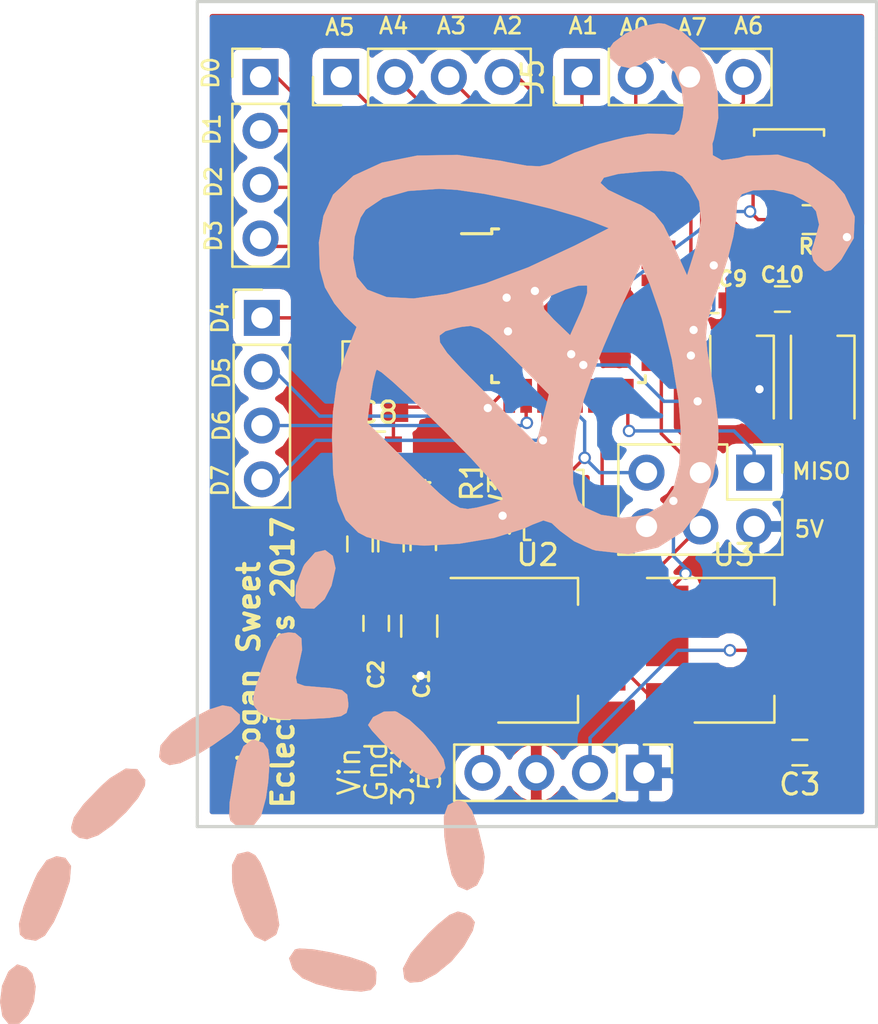
<source format=kicad_pcb>
(kicad_pcb (version 4) (host pcbnew 4.0.7)

  (general
    (links 74)
    (no_connects 0)
    (area 135.492262 103.810999 188.9315 152.305822)
    (thickness 1.6)
    (drawings 32)
    (tracks 233)
    (zones 0)
    (modules 27)
    (nets 33)
  )

  (page A4)
  (layers
    (0 F.Cu signal)
    (31 B.Cu signal)
    (32 B.Adhes user hide)
    (33 F.Adhes user hide)
    (34 B.Paste user hide)
    (35 F.Paste user hide)
    (36 B.SilkS user)
    (37 F.SilkS user)
    (38 B.Mask user)
    (39 F.Mask user)
    (40 Dwgs.User user hide)
    (41 Cmts.User user hide)
    (42 Eco1.User user hide)
    (43 Eco2.User user hide)
    (44 Edge.Cuts user)
    (45 Margin user hide)
    (46 B.CrtYd user hide)
    (47 F.CrtYd user hide)
    (48 B.Fab user)
    (49 F.Fab user hide)
  )

  (setup
    (last_trace_width 0.16)
    (trace_clearance 0.16)
    (zone_clearance 0.508)
    (zone_45_only no)
    (trace_min 0.16)
    (segment_width 0.2)
    (edge_width 0.15)
    (via_size 0.59)
    (via_drill 0.39)
    (via_min_size 0.59)
    (via_min_drill 0.39)
    (uvia_size 0.59)
    (uvia_drill 0.39)
    (uvias_allowed no)
    (uvia_min_size 0.59)
    (uvia_min_drill 0.39)
    (pcb_text_width 0.3)
    (pcb_text_size 1.5 1.5)
    (mod_edge_width 0.15)
    (mod_text_size 1 1)
    (mod_text_width 0.15)
    (pad_size 1.524 1.524)
    (pad_drill 0.762)
    (pad_to_mask_clearance 0.2)
    (aux_axis_origin 0 0)
    (visible_elements 7FFEFFFF)
    (pcbplotparams
      (layerselection 0x010f0_80000001)
      (usegerberextensions false)
      (excludeedgelayer true)
      (linewidth 0.100000)
      (plotframeref false)
      (viasonmask false)
      (mode 1)
      (useauxorigin false)
      (hpglpennumber 1)
      (hpglpenspeed 20)
      (hpglpendiameter 15)
      (hpglpenoverlay 2)
      (psnegative false)
      (psa4output false)
      (plotreference true)
      (plotvalue false)
      (plotinvisibletext false)
      (padsonsilk false)
      (subtractmaskfromsilk false)
      (outputformat 1)
      (mirror false)
      (drillshape 0)
      (scaleselection 1)
      (outputdirectory ../../ArduinoCloneGerbers/))
  )

  (net 0 "")
  (net 1 5V)
  (net 2 GND)
  (net 3 3.3V)
  (net 4 D12/MISO)
  (net 5 D13/SCK)
  (net 6 D11/MOSI)
  (net 7 Vin)
  (net 8 D0)
  (net 9 D1)
  (net 10 D2)
  (net 11 D3)
  (net 12 D4)
  (net 13 D5)
  (net 14 D6)
  (net 15 D7)
  (net 16 A0)
  (net 17 A1)
  (net 18 A2)
  (net 19 A3)
  (net 20 A4)
  (net 21 A5)
  (net 22 A6)
  (net 23 A7)
  (net 24 D9)
  (net 25 "Net-(U1-Pad14)")
  (net 26 "Net-(U11-Pad1)")
  (net 27 Reset)
  (net 28 "Net-(C7-Pad2)")
  (net 29 "Net-(C8-Pad2)")
  (net 30 "Net-(C9-Pad1)")
  (net 31 D8)
  (net 32 "Net-(C10-Pad1)")

  (net_class Default "This is the default net class."
    (clearance 0.16)
    (trace_width 0.16)
    (via_dia 0.59)
    (via_drill 0.39)
    (uvia_dia 0.59)
    (uvia_drill 0.39)
    (add_net 3.3V)
    (add_net 5V)
    (add_net A0)
    (add_net A1)
    (add_net A2)
    (add_net A3)
    (add_net A4)
    (add_net A5)
    (add_net A6)
    (add_net A7)
    (add_net D0)
    (add_net D1)
    (add_net D11/MOSI)
    (add_net D12/MISO)
    (add_net D13/SCK)
    (add_net D2)
    (add_net D3)
    (add_net D4)
    (add_net D5)
    (add_net D6)
    (add_net D7)
    (add_net D8)
    (add_net D9)
    (add_net GND)
    (add_net "Net-(C10-Pad1)")
    (add_net "Net-(C7-Pad2)")
    (add_net "Net-(C8-Pad2)")
    (add_net "Net-(C9-Pad1)")
    (add_net "Net-(U1-Pad14)")
    (add_net "Net-(U11-Pad1)")
    (add_net Reset)
    (add_net Vin)
  )

  (module Capacitors_SMD:C_0805 (layer F.Cu) (tedit 5A0E8998) (tstamp 59F61F26)
    (at 159.9565 133.35 90)
    (descr "Capacitor SMD 0805, reflow soldering, AVX (see smccp.pdf)")
    (tags "capacitor 0805")
    (path /59F599FA)
    (attr smd)
    (fp_text reference C1 (at -2.7305 0.127 90) (layer F.SilkS)
      (effects (font (size 0.7 0.7) (thickness 0.15)))
    )
    (fp_text value 10u (at 0 1.75 90) (layer F.Fab)
      (effects (font (size 1 1) (thickness 0.15)))
    )
    (fp_text user %R (at 0 -1.5 90) (layer F.Fab)
      (effects (font (size 1 1) (thickness 0.15)))
    )
    (fp_line (start -1 0.62) (end -1 -0.62) (layer F.Fab) (width 0.1))
    (fp_line (start 1 0.62) (end -1 0.62) (layer F.Fab) (width 0.1))
    (fp_line (start 1 -0.62) (end 1 0.62) (layer F.Fab) (width 0.1))
    (fp_line (start -1 -0.62) (end 1 -0.62) (layer F.Fab) (width 0.1))
    (fp_line (start 0.5 -0.85) (end -0.5 -0.85) (layer F.SilkS) (width 0.12))
    (fp_line (start -0.5 0.85) (end 0.5 0.85) (layer F.SilkS) (width 0.12))
    (fp_line (start -1.75 -0.88) (end 1.75 -0.88) (layer F.CrtYd) (width 0.05))
    (fp_line (start -1.75 -0.88) (end -1.75 0.87) (layer F.CrtYd) (width 0.05))
    (fp_line (start 1.75 0.87) (end 1.75 -0.88) (layer F.CrtYd) (width 0.05))
    (fp_line (start 1.75 0.87) (end -1.75 0.87) (layer F.CrtYd) (width 0.05))
    (pad 1 smd rect (at -1 0 90) (size 1 1.25) (layers F.Cu F.Paste F.Mask)
      (net 1 5V))
    (pad 2 smd rect (at 1 0 90) (size 1 1.25) (layers F.Cu F.Paste F.Mask)
      (net 2 GND))
    (model Capacitors_SMD.3dshapes/C_0805.wrl
      (at (xyz 0 0 0))
      (scale (xyz 1 1 1))
      (rotate (xyz 0 0 0))
    )
  )

  (module Capacitors_SMD:C_0603 (layer F.Cu) (tedit 5A0E899B) (tstamp 59F61F2C)
    (at 157.9245 133.223 90)
    (descr "Capacitor SMD 0603, reflow soldering, AVX (see smccp.pdf)")
    (tags "capacitor 0603")
    (path /59F52C5A)
    (attr smd)
    (fp_text reference C2 (at -2.413 0 90) (layer F.SilkS)
      (effects (font (size 0.7 0.7) (thickness 0.15)))
    )
    (fp_text value 0.1u (at 0 1.5 90) (layer F.Fab)
      (effects (font (size 1 1) (thickness 0.15)))
    )
    (fp_line (start 1.4 0.65) (end -1.4 0.65) (layer F.CrtYd) (width 0.05))
    (fp_line (start 1.4 0.65) (end 1.4 -0.65) (layer F.CrtYd) (width 0.05))
    (fp_line (start -1.4 -0.65) (end -1.4 0.65) (layer F.CrtYd) (width 0.05))
    (fp_line (start -1.4 -0.65) (end 1.4 -0.65) (layer F.CrtYd) (width 0.05))
    (fp_line (start 0.35 0.6) (end -0.35 0.6) (layer F.SilkS) (width 0.12))
    (fp_line (start -0.35 -0.6) (end 0.35 -0.6) (layer F.SilkS) (width 0.12))
    (fp_line (start -0.8 -0.4) (end 0.8 -0.4) (layer F.Fab) (width 0.1))
    (fp_line (start 0.8 -0.4) (end 0.8 0.4) (layer F.Fab) (width 0.1))
    (fp_line (start 0.8 0.4) (end -0.8 0.4) (layer F.Fab) (width 0.1))
    (fp_line (start -0.8 0.4) (end -0.8 -0.4) (layer F.Fab) (width 0.1))
    (fp_text user %R (at 0 0 90) (layer F.Fab)
      (effects (font (size 0.3 0.3) (thickness 0.075)))
    )
    (pad 2 smd rect (at 0.75 0 90) (size 0.8 0.75) (layers F.Cu F.Paste F.Mask)
      (net 2 GND))
    (pad 1 smd rect (at -0.75 0 90) (size 0.8 0.75) (layers F.Cu F.Paste F.Mask)
      (net 1 5V))
    (model Capacitors_SMD.3dshapes/C_0603.wrl
      (at (xyz 0 0 0))
      (scale (xyz 1 1 1))
      (rotate (xyz 0 0 0))
    )
  )

  (module Capacitors_SMD:C_0603 (layer F.Cu) (tedit 59958EE7) (tstamp 59F61F32)
    (at 177.927 139.319 180)
    (descr "Capacitor SMD 0603, reflow soldering, AVX (see smccp.pdf)")
    (tags "capacitor 0603")
    (path /59F52E42)
    (attr smd)
    (fp_text reference C3 (at 0 -1.5 180) (layer F.SilkS)
      (effects (font (size 1 1) (thickness 0.15)))
    )
    (fp_text value 1u (at 0 1.5 180) (layer F.Fab)
      (effects (font (size 1 1) (thickness 0.15)))
    )
    (fp_line (start 1.4 0.65) (end -1.4 0.65) (layer F.CrtYd) (width 0.05))
    (fp_line (start 1.4 0.65) (end 1.4 -0.65) (layer F.CrtYd) (width 0.05))
    (fp_line (start -1.4 -0.65) (end -1.4 0.65) (layer F.CrtYd) (width 0.05))
    (fp_line (start -1.4 -0.65) (end 1.4 -0.65) (layer F.CrtYd) (width 0.05))
    (fp_line (start 0.35 0.6) (end -0.35 0.6) (layer F.SilkS) (width 0.12))
    (fp_line (start -0.35 -0.6) (end 0.35 -0.6) (layer F.SilkS) (width 0.12))
    (fp_line (start -0.8 -0.4) (end 0.8 -0.4) (layer F.Fab) (width 0.1))
    (fp_line (start 0.8 -0.4) (end 0.8 0.4) (layer F.Fab) (width 0.1))
    (fp_line (start 0.8 0.4) (end -0.8 0.4) (layer F.Fab) (width 0.1))
    (fp_line (start -0.8 0.4) (end -0.8 -0.4) (layer F.Fab) (width 0.1))
    (fp_text user %R (at 0 0 180) (layer F.Fab)
      (effects (font (size 0.3 0.3) (thickness 0.075)))
    )
    (pad 2 smd rect (at 0.75 0 180) (size 0.8 0.75) (layers F.Cu F.Paste F.Mask)
      (net 2 GND))
    (pad 1 smd rect (at -0.75 0 180) (size 0.8 0.75) (layers F.Cu F.Paste F.Mask)
      (net 3 3.3V))
    (model Capacitors_SMD.3dshapes/C_0603.wrl
      (at (xyz 0 0 0))
      (scale (xyz 1 1 1))
      (rotate (xyz 0 0 0))
    )
  )

  (module Capacitors_SMD:C_0603 (layer F.Cu) (tedit 5A0E89C2) (tstamp 59F61F38)
    (at 160.147 129.413 270)
    (descr "Capacitor SMD 0603, reflow soldering, AVX (see smccp.pdf)")
    (tags "capacitor 0603")
    (path /59F53151)
    (attr smd)
    (fp_text reference C4 (at -2.3495 0 270) (layer F.SilkS)
      (effects (font (size 0.7 0.7) (thickness 0.15)))
    )
    (fp_text value 1u (at 0 1.5 270) (layer F.Fab)
      (effects (font (size 1 1) (thickness 0.15)))
    )
    (fp_line (start 1.4 0.65) (end -1.4 0.65) (layer F.CrtYd) (width 0.05))
    (fp_line (start 1.4 0.65) (end 1.4 -0.65) (layer F.CrtYd) (width 0.05))
    (fp_line (start -1.4 -0.65) (end -1.4 0.65) (layer F.CrtYd) (width 0.05))
    (fp_line (start -1.4 -0.65) (end 1.4 -0.65) (layer F.CrtYd) (width 0.05))
    (fp_line (start 0.35 0.6) (end -0.35 0.6) (layer F.SilkS) (width 0.12))
    (fp_line (start -0.35 -0.6) (end 0.35 -0.6) (layer F.SilkS) (width 0.12))
    (fp_line (start -0.8 -0.4) (end 0.8 -0.4) (layer F.Fab) (width 0.1))
    (fp_line (start 0.8 -0.4) (end 0.8 0.4) (layer F.Fab) (width 0.1))
    (fp_line (start 0.8 0.4) (end -0.8 0.4) (layer F.Fab) (width 0.1))
    (fp_line (start -0.8 0.4) (end -0.8 -0.4) (layer F.Fab) (width 0.1))
    (fp_text user %R (at 0 0 270) (layer F.Fab)
      (effects (font (size 0.3 0.3) (thickness 0.075)))
    )
    (pad 2 smd rect (at 0.75 0 270) (size 0.8 0.75) (layers F.Cu F.Paste F.Mask)
      (net 2 GND))
    (pad 1 smd rect (at -0.75 0 270) (size 0.8 0.75) (layers F.Cu F.Paste F.Mask)
      (net 1 5V))
    (model Capacitors_SMD.3dshapes/C_0603.wrl
      (at (xyz 0 0 0))
      (scale (xyz 1 1 1))
      (rotate (xyz 0 0 0))
    )
  )

  (module Capacitors_SMD:C_0603 (layer F.Cu) (tedit 5A0E89B0) (tstamp 59F61F3E)
    (at 158.623 129.4765 270)
    (descr "Capacitor SMD 0603, reflow soldering, AVX (see smccp.pdf)")
    (tags "capacitor 0603")
    (path /59F531C1)
    (attr smd)
    (fp_text reference C5 (at -2.413 0.0635 270) (layer F.SilkS)
      (effects (font (size 0.7 0.7) (thickness 0.15)))
    )
    (fp_text value 1u (at 0 1.5 270) (layer F.Fab)
      (effects (font (size 1 1) (thickness 0.15)))
    )
    (fp_line (start 1.4 0.65) (end -1.4 0.65) (layer F.CrtYd) (width 0.05))
    (fp_line (start 1.4 0.65) (end 1.4 -0.65) (layer F.CrtYd) (width 0.05))
    (fp_line (start -1.4 -0.65) (end -1.4 0.65) (layer F.CrtYd) (width 0.05))
    (fp_line (start -1.4 -0.65) (end 1.4 -0.65) (layer F.CrtYd) (width 0.05))
    (fp_line (start 0.35 0.6) (end -0.35 0.6) (layer F.SilkS) (width 0.12))
    (fp_line (start -0.35 -0.6) (end 0.35 -0.6) (layer F.SilkS) (width 0.12))
    (fp_line (start -0.8 -0.4) (end 0.8 -0.4) (layer F.Fab) (width 0.1))
    (fp_line (start 0.8 -0.4) (end 0.8 0.4) (layer F.Fab) (width 0.1))
    (fp_line (start 0.8 0.4) (end -0.8 0.4) (layer F.Fab) (width 0.1))
    (fp_line (start -0.8 0.4) (end -0.8 -0.4) (layer F.Fab) (width 0.1))
    (fp_text user %R (at 0 0 270) (layer F.Fab)
      (effects (font (size 0.3 0.3) (thickness 0.075)))
    )
    (pad 2 smd rect (at 0.75 0 270) (size 0.8 0.75) (layers F.Cu F.Paste F.Mask)
      (net 2 GND))
    (pad 1 smd rect (at -0.75 0 270) (size 0.8 0.75) (layers F.Cu F.Paste F.Mask)
      (net 1 5V))
    (model Capacitors_SMD.3dshapes/C_0603.wrl
      (at (xyz 0 0 0))
      (scale (xyz 1 1 1))
      (rotate (xyz 0 0 0))
    )
  )

  (module Capacitors_SMD:C_0603 (layer F.Cu) (tedit 5A0E89B5) (tstamp 59F61F44)
    (at 157.1625 129.4765 270)
    (descr "Capacitor SMD 0603, reflow soldering, AVX (see smccp.pdf)")
    (tags "capacitor 0603")
    (path /59F53207)
    (attr smd)
    (fp_text reference C6 (at -2.413 0 270) (layer F.SilkS)
      (effects (font (size 0.7 0.7) (thickness 0.15)))
    )
    (fp_text value 1u (at 0 1.5 270) (layer F.Fab)
      (effects (font (size 1 1) (thickness 0.15)))
    )
    (fp_line (start 1.4 0.65) (end -1.4 0.65) (layer F.CrtYd) (width 0.05))
    (fp_line (start 1.4 0.65) (end 1.4 -0.65) (layer F.CrtYd) (width 0.05))
    (fp_line (start -1.4 -0.65) (end -1.4 0.65) (layer F.CrtYd) (width 0.05))
    (fp_line (start -1.4 -0.65) (end 1.4 -0.65) (layer F.CrtYd) (width 0.05))
    (fp_line (start 0.35 0.6) (end -0.35 0.6) (layer F.SilkS) (width 0.12))
    (fp_line (start -0.35 -0.6) (end 0.35 -0.6) (layer F.SilkS) (width 0.12))
    (fp_line (start -0.8 -0.4) (end 0.8 -0.4) (layer F.Fab) (width 0.1))
    (fp_line (start 0.8 -0.4) (end 0.8 0.4) (layer F.Fab) (width 0.1))
    (fp_line (start 0.8 0.4) (end -0.8 0.4) (layer F.Fab) (width 0.1))
    (fp_line (start -0.8 0.4) (end -0.8 -0.4) (layer F.Fab) (width 0.1))
    (fp_text user %R (at 0 0 270) (layer F.Fab)
      (effects (font (size 0.3 0.3) (thickness 0.075)))
    )
    (pad 2 smd rect (at 0.75 0 270) (size 0.8 0.75) (layers F.Cu F.Paste F.Mask)
      (net 2 GND))
    (pad 1 smd rect (at -0.75 0 270) (size 0.8 0.75) (layers F.Cu F.Paste F.Mask)
      (net 1 5V))
    (model Capacitors_SMD.3dshapes/C_0603.wrl
      (at (xyz 0 0 0))
      (scale (xyz 1 1 1))
      (rotate (xyz 0 0 0))
    )
  )

  (module Capacitors_SMD:C_0603 (layer F.Cu) (tedit 59F635B7) (tstamp 59F61F4A)
    (at 157.988 119.126 180)
    (descr "Capacitor SMD 0603, reflow soldering, AVX (see smccp.pdf)")
    (tags "capacitor 0603")
    (path /59F65119)
    (attr smd)
    (fp_text reference C7 (at 0 -1.5 180) (layer F.SilkS)
      (effects (font (size 1 1) (thickness 0.15)))
    )
    (fp_text value 10p (at 19.558 4.826 180) (layer F.Fab) hide
      (effects (font (size 1 1) (thickness 0.15)))
    )
    (fp_line (start 1.4 0.65) (end -1.4 0.65) (layer F.CrtYd) (width 0.05))
    (fp_line (start 1.4 0.65) (end 1.4 -0.65) (layer F.CrtYd) (width 0.05))
    (fp_line (start -1.4 -0.65) (end -1.4 0.65) (layer F.CrtYd) (width 0.05))
    (fp_line (start -1.4 -0.65) (end 1.4 -0.65) (layer F.CrtYd) (width 0.05))
    (fp_line (start 0.35 0.6) (end -0.35 0.6) (layer F.SilkS) (width 0.12))
    (fp_line (start -0.35 -0.6) (end 0.35 -0.6) (layer F.SilkS) (width 0.12))
    (fp_line (start -0.8 -0.4) (end 0.8 -0.4) (layer F.Fab) (width 0.1))
    (fp_line (start 0.8 -0.4) (end 0.8 0.4) (layer F.Fab) (width 0.1))
    (fp_line (start 0.8 0.4) (end -0.8 0.4) (layer F.Fab) (width 0.1))
    (fp_line (start -0.8 0.4) (end -0.8 -0.4) (layer F.Fab) (width 0.1))
    (fp_text user %R (at 0 0 180) (layer F.Fab)
      (effects (font (size 0.3 0.3) (thickness 0.075)))
    )
    (pad 2 smd rect (at 0.75 0 180) (size 0.8 0.75) (layers F.Cu F.Paste F.Mask)
      (net 28 "Net-(C7-Pad2)"))
    (pad 1 smd rect (at -0.75 0 180) (size 0.8 0.75) (layers F.Cu F.Paste F.Mask)
      (net 2 GND))
    (model Capacitors_SMD.3dshapes/C_0603.wrl
      (at (xyz 0 0 0))
      (scale (xyz 1 1 1))
      (rotate (xyz 0 0 0))
    )
  )

  (module Pin_Headers:Pin_Header_Straight_2x03_Pitch2.54mm (layer F.Cu) (tedit 59F63E79) (tstamp 59F61F54)
    (at 175.768 126.111 270)
    (descr "Through hole straight pin header, 2x03, 2.54mm pitch, double rows")
    (tags "Through hole pin header THT 2x03 2.54mm double row")
    (path /59F535CD)
    (fp_text reference J1 (at -2.0955 -12.1285 270) (layer F.SilkS) hide
      (effects (font (size 1 1) (thickness 0.15)))
    )
    (fp_text value ICSP (at 1.27 7.41 270) (layer F.Fab)
      (effects (font (size 1 1) (thickness 0.15)))
    )
    (fp_line (start 0 -1.27) (end 3.81 -1.27) (layer F.Fab) (width 0.1))
    (fp_line (start 3.81 -1.27) (end 3.81 6.35) (layer F.Fab) (width 0.1))
    (fp_line (start 3.81 6.35) (end -1.27 6.35) (layer F.Fab) (width 0.1))
    (fp_line (start -1.27 6.35) (end -1.27 0) (layer F.Fab) (width 0.1))
    (fp_line (start -1.27 0) (end 0 -1.27) (layer F.Fab) (width 0.1))
    (fp_line (start -1.33 6.41) (end 3.87 6.41) (layer F.SilkS) (width 0.12))
    (fp_line (start -1.33 1.27) (end -1.33 6.41) (layer F.SilkS) (width 0.12))
    (fp_line (start 3.87 -1.33) (end 3.87 6.41) (layer F.SilkS) (width 0.12))
    (fp_line (start -1.33 1.27) (end 1.27 1.27) (layer F.SilkS) (width 0.12))
    (fp_line (start 1.27 1.27) (end 1.27 -1.33) (layer F.SilkS) (width 0.12))
    (fp_line (start 1.27 -1.33) (end 3.87 -1.33) (layer F.SilkS) (width 0.12))
    (fp_line (start -1.33 0) (end -1.33 -1.33) (layer F.SilkS) (width 0.12))
    (fp_line (start -1.33 -1.33) (end 0 -1.33) (layer F.SilkS) (width 0.12))
    (fp_line (start -1.8 -1.8) (end -1.8 6.85) (layer F.CrtYd) (width 0.05))
    (fp_line (start -1.8 6.85) (end 4.35 6.85) (layer F.CrtYd) (width 0.05))
    (fp_line (start 4.35 6.85) (end 4.35 -1.8) (layer F.CrtYd) (width 0.05))
    (fp_line (start 4.35 -1.8) (end -1.8 -1.8) (layer F.CrtYd) (width 0.05))
    (fp_text user %R (at 1.27 2.54 360) (layer F.Fab)
      (effects (font (size 1 1) (thickness 0.15)))
    )
    (pad 1 thru_hole rect (at 0 0 270) (size 1.7 1.7) (drill 1) (layers *.Cu *.Mask)
      (net 4 D12/MISO))
    (pad 2 thru_hole oval (at 2.54 0 270) (size 1.7 1.7) (drill 1) (layers *.Cu *.Mask)
      (net 1 5V))
    (pad 3 thru_hole oval (at 0 2.54 270) (size 1.7 1.7) (drill 1) (layers *.Cu *.Mask)
      (net 5 D13/SCK))
    (pad 4 thru_hole oval (at 2.54 2.54 270) (size 1.7 1.7) (drill 1) (layers *.Cu *.Mask)
      (net 6 D11/MOSI))
    (pad 5 thru_hole oval (at 0 5.08 270) (size 1.7 1.7) (drill 1) (layers *.Cu *.Mask)
      (net 27 Reset))
    (pad 6 thru_hole oval (at 2.54 5.08 270) (size 1.7 1.7) (drill 1) (layers *.Cu *.Mask)
      (net 2 GND))
    (model ${KISYS3DMOD}/Pin_Headers.3dshapes/Pin_Header_Straight_2x03_Pitch2.54mm.wrl
      (at (xyz 0 0 0))
      (scale (xyz 1 1 1))
      (rotate (xyz 0 0 0))
    )
  )

  (module Pin_Headers:Pin_Header_Straight_1x04_Pitch2.54mm (layer F.Cu) (tedit 59F63EA1) (tstamp 59F61F5C)
    (at 170.561 140.2715 270)
    (descr "Through hole straight pin header, 1x04, 2.54mm pitch, single row")
    (tags "Through hole pin header THT 1x04 2.54mm single row")
    (path /59F566BF)
    (fp_text reference J2 (at 0 -2.33 270) (layer F.SilkS) hide
      (effects (font (size 1 1) (thickness 0.15)))
    )
    (fp_text value pwr_conn (at 0 9.95 270) (layer F.Fab)
      (effects (font (size 1 1) (thickness 0.15)))
    )
    (fp_line (start -0.635 -1.27) (end 1.27 -1.27) (layer F.Fab) (width 0.1))
    (fp_line (start 1.27 -1.27) (end 1.27 8.89) (layer F.Fab) (width 0.1))
    (fp_line (start 1.27 8.89) (end -1.27 8.89) (layer F.Fab) (width 0.1))
    (fp_line (start -1.27 8.89) (end -1.27 -0.635) (layer F.Fab) (width 0.1))
    (fp_line (start -1.27 -0.635) (end -0.635 -1.27) (layer F.Fab) (width 0.1))
    (fp_line (start -1.33 8.95) (end 1.33 8.95) (layer F.SilkS) (width 0.12))
    (fp_line (start -1.33 1.27) (end -1.33 8.95) (layer F.SilkS) (width 0.12))
    (fp_line (start 1.33 1.27) (end 1.33 8.95) (layer F.SilkS) (width 0.12))
    (fp_line (start -1.33 1.27) (end 1.33 1.27) (layer F.SilkS) (width 0.12))
    (fp_line (start -1.33 0) (end -1.33 -1.33) (layer F.SilkS) (width 0.12))
    (fp_line (start -1.33 -1.33) (end 0 -1.33) (layer F.SilkS) (width 0.12))
    (fp_line (start -1.8 -1.8) (end -1.8 9.4) (layer F.CrtYd) (width 0.05))
    (fp_line (start -1.8 9.4) (end 1.8 9.4) (layer F.CrtYd) (width 0.05))
    (fp_line (start 1.8 9.4) (end 1.8 -1.8) (layer F.CrtYd) (width 0.05))
    (fp_line (start 1.8 -1.8) (end -1.8 -1.8) (layer F.CrtYd) (width 0.05))
    (fp_text user %R (at 0 3.81 360) (layer F.Fab)
      (effects (font (size 1 1) (thickness 0.15)))
    )
    (pad 1 thru_hole rect (at 0 0 270) (size 1.7 1.7) (drill 1) (layers *.Cu *.Mask)
      (net 1 5V))
    (pad 2 thru_hole oval (at 0 2.54 270) (size 1.7 1.7) (drill 1) (layers *.Cu *.Mask)
      (net 3 3.3V))
    (pad 3 thru_hole oval (at 0 5.08 270) (size 1.7 1.7) (drill 1) (layers *.Cu *.Mask)
      (net 2 GND))
    (pad 4 thru_hole oval (at 0 7.62 270) (size 1.7 1.7) (drill 1) (layers *.Cu *.Mask)
      (net 7 Vin))
    (model ${KISYS3DMOD}/Pin_Headers.3dshapes/Pin_Header_Straight_1x04_Pitch2.54mm.wrl
      (at (xyz 0 0 0))
      (scale (xyz 1 1 1))
      (rotate (xyz 0 0 0))
    )
  )

  (module Pin_Headers:Pin_Header_Straight_1x04_Pitch2.54mm (layer F.Cu) (tedit 59F63E88) (tstamp 59F61F64)
    (at 152.4635 107.442)
    (descr "Through hole straight pin header, 1x04, 2.54mm pitch, single row")
    (tags "Through hole pin header THT 1x04 2.54mm single row")
    (path /59F54C4E)
    (fp_text reference J3 (at 0 -2.33) (layer F.SilkS) hide
      (effects (font (size 1 1) (thickness 0.15)))
    )
    (fp_text value d1_conn (at -13.716 9.652) (layer F.Fab) hide
      (effects (font (size 1 1) (thickness 0.15)))
    )
    (fp_line (start -0.635 -1.27) (end 1.27 -1.27) (layer F.Fab) (width 0.1))
    (fp_line (start 1.27 -1.27) (end 1.27 8.89) (layer F.Fab) (width 0.1))
    (fp_line (start 1.27 8.89) (end -1.27 8.89) (layer F.Fab) (width 0.1))
    (fp_line (start -1.27 8.89) (end -1.27 -0.635) (layer F.Fab) (width 0.1))
    (fp_line (start -1.27 -0.635) (end -0.635 -1.27) (layer F.Fab) (width 0.1))
    (fp_line (start -1.33 8.95) (end 1.33 8.95) (layer F.SilkS) (width 0.12))
    (fp_line (start -1.33 1.27) (end -1.33 8.95) (layer F.SilkS) (width 0.12))
    (fp_line (start 1.33 1.27) (end 1.33 8.95) (layer F.SilkS) (width 0.12))
    (fp_line (start -1.33 1.27) (end 1.33 1.27) (layer F.SilkS) (width 0.12))
    (fp_line (start -1.33 0) (end -1.33 -1.33) (layer F.SilkS) (width 0.12))
    (fp_line (start -1.33 -1.33) (end 0 -1.33) (layer F.SilkS) (width 0.12))
    (fp_line (start -1.8 -1.8) (end -1.8 9.4) (layer F.CrtYd) (width 0.05))
    (fp_line (start -1.8 9.4) (end 1.8 9.4) (layer F.CrtYd) (width 0.05))
    (fp_line (start 1.8 9.4) (end 1.8 -1.8) (layer F.CrtYd) (width 0.05))
    (fp_line (start 1.8 -1.8) (end -1.8 -1.8) (layer F.CrtYd) (width 0.05))
    (fp_text user %R (at 0 3.81 90) (layer F.Fab)
      (effects (font (size 1 1) (thickness 0.15)))
    )
    (pad 1 thru_hole rect (at 0 0) (size 1.7 1.7) (drill 1) (layers *.Cu *.Mask)
      (net 8 D0))
    (pad 2 thru_hole oval (at 0 2.54) (size 1.7 1.7) (drill 1) (layers *.Cu *.Mask)
      (net 9 D1))
    (pad 3 thru_hole oval (at 0 5.08) (size 1.7 1.7) (drill 1) (layers *.Cu *.Mask)
      (net 10 D2))
    (pad 4 thru_hole oval (at 0 7.62) (size 1.7 1.7) (drill 1) (layers *.Cu *.Mask)
      (net 11 D3))
    (model ${KISYS3DMOD}/Pin_Headers.3dshapes/Pin_Header_Straight_1x04_Pitch2.54mm.wrl
      (at (xyz 0 0 0))
      (scale (xyz 1 1 1))
      (rotate (xyz 0 0 0))
    )
  )

  (module Pin_Headers:Pin_Header_Straight_1x04_Pitch2.54mm (layer F.Cu) (tedit 59F63E9A) (tstamp 59F61F6C)
    (at 152.527 118.8085)
    (descr "Through hole straight pin header, 1x04, 2.54mm pitch, single row")
    (tags "Through hole pin header THT 1x04 2.54mm single row")
    (path /59F54BE0)
    (fp_text reference J4 (at 0 -2.33) (layer F.SilkS) hide
      (effects (font (size 1 1) (thickness 0.15)))
    )
    (fp_text value d2_conn (at -13.3985 0.254) (layer F.Fab)
      (effects (font (size 1 1) (thickness 0.15)))
    )
    (fp_line (start -0.635 -1.27) (end 1.27 -1.27) (layer F.Fab) (width 0.1))
    (fp_line (start 1.27 -1.27) (end 1.27 8.89) (layer F.Fab) (width 0.1))
    (fp_line (start 1.27 8.89) (end -1.27 8.89) (layer F.Fab) (width 0.1))
    (fp_line (start -1.27 8.89) (end -1.27 -0.635) (layer F.Fab) (width 0.1))
    (fp_line (start -1.27 -0.635) (end -0.635 -1.27) (layer F.Fab) (width 0.1))
    (fp_line (start -1.33 8.95) (end 1.33 8.95) (layer F.SilkS) (width 0.12))
    (fp_line (start -1.33 1.27) (end -1.33 8.95) (layer F.SilkS) (width 0.12))
    (fp_line (start 1.33 1.27) (end 1.33 8.95) (layer F.SilkS) (width 0.12))
    (fp_line (start -1.33 1.27) (end 1.33 1.27) (layer F.SilkS) (width 0.12))
    (fp_line (start -1.33 0) (end -1.33 -1.33) (layer F.SilkS) (width 0.12))
    (fp_line (start -1.33 -1.33) (end 0 -1.33) (layer F.SilkS) (width 0.12))
    (fp_line (start -1.8 -1.8) (end -1.8 9.4) (layer F.CrtYd) (width 0.05))
    (fp_line (start -1.8 9.4) (end 1.8 9.4) (layer F.CrtYd) (width 0.05))
    (fp_line (start 1.8 9.4) (end 1.8 -1.8) (layer F.CrtYd) (width 0.05))
    (fp_line (start 1.8 -1.8) (end -1.8 -1.8) (layer F.CrtYd) (width 0.05))
    (fp_text user %R (at 0 3.81 90) (layer F.Fab) hide
      (effects (font (size 1 1) (thickness 0.15)))
    )
    (pad 1 thru_hole rect (at 0 0) (size 1.7 1.7) (drill 1) (layers *.Cu *.Mask)
      (net 12 D4))
    (pad 2 thru_hole oval (at 0 2.54) (size 1.7 1.7) (drill 1) (layers *.Cu *.Mask)
      (net 13 D5))
    (pad 3 thru_hole oval (at 0 5.08) (size 1.7 1.7) (drill 1) (layers *.Cu *.Mask)
      (net 14 D6))
    (pad 4 thru_hole oval (at 0 7.62) (size 1.7 1.7) (drill 1) (layers *.Cu *.Mask)
      (net 15 D7))
    (model ${KISYS3DMOD}/Pin_Headers.3dshapes/Pin_Header_Straight_1x04_Pitch2.54mm.wrl
      (at (xyz 0 0 0))
      (scale (xyz 1 1 1))
      (rotate (xyz 0 0 0))
    )
  )

  (module Pin_Headers:Pin_Header_Straight_1x04_Pitch2.54mm (layer F.Cu) (tedit 59F63E7F) (tstamp 59F61F74)
    (at 167.64 107.442 90)
    (descr "Through hole straight pin header, 1x04, 2.54mm pitch, single row")
    (tags "Through hole pin header THT 1x04 2.54mm single row")
    (path /59F54B7B)
    (fp_text reference J5 (at 0 -2.33 90) (layer F.SilkS)
      (effects (font (size 1 1) (thickness 0.15)))
    )
    (fp_text value a1_conn (at 0 9.95 90) (layer F.Fab)
      (effects (font (size 1 1) (thickness 0.15)))
    )
    (fp_line (start -0.635 -1.27) (end 1.27 -1.27) (layer F.Fab) (width 0.1))
    (fp_line (start 1.27 -1.27) (end 1.27 8.89) (layer F.Fab) (width 0.1))
    (fp_line (start 1.27 8.89) (end -1.27 8.89) (layer F.Fab) (width 0.1))
    (fp_line (start -1.27 8.89) (end -1.27 -0.635) (layer F.Fab) (width 0.1))
    (fp_line (start -1.27 -0.635) (end -0.635 -1.27) (layer F.Fab) (width 0.1))
    (fp_line (start -1.33 8.95) (end 1.33 8.95) (layer F.SilkS) (width 0.12))
    (fp_line (start -1.33 1.27) (end -1.33 8.95) (layer F.SilkS) (width 0.12))
    (fp_line (start 1.33 1.27) (end 1.33 8.95) (layer F.SilkS) (width 0.12))
    (fp_line (start -1.33 1.27) (end 1.33 1.27) (layer F.SilkS) (width 0.12))
    (fp_line (start -1.33 0) (end -1.33 -1.33) (layer F.SilkS) (width 0.12))
    (fp_line (start -1.33 -1.33) (end 0 -1.33) (layer F.SilkS) (width 0.12))
    (fp_line (start -1.8 -1.8) (end -1.8 9.4) (layer F.CrtYd) (width 0.05))
    (fp_line (start -1.8 9.4) (end 1.8 9.4) (layer F.CrtYd) (width 0.05))
    (fp_line (start 1.8 9.4) (end 1.8 -1.8) (layer F.CrtYd) (width 0.05))
    (fp_line (start 1.8 -1.8) (end -1.8 -1.8) (layer F.CrtYd) (width 0.05))
    (fp_text user %R (at 0 3.81 180) (layer F.Fab) hide
      (effects (font (size 1 1) (thickness 0.15)))
    )
    (pad 1 thru_hole rect (at 0 0 90) (size 1.7 1.7) (drill 1) (layers *.Cu *.Mask)
      (net 17 A1))
    (pad 2 thru_hole oval (at 0 2.54 90) (size 1.7 1.7) (drill 1) (layers *.Cu *.Mask)
      (net 16 A0))
    (pad 3 thru_hole oval (at 0 5.08 90) (size 1.7 1.7) (drill 1) (layers *.Cu *.Mask)
      (net 23 A7))
    (pad 4 thru_hole oval (at 0 7.62 90) (size 1.7 1.7) (drill 1) (layers *.Cu *.Mask)
      (net 22 A6))
    (model ${KISYS3DMOD}/Pin_Headers.3dshapes/Pin_Header_Straight_1x04_Pitch2.54mm.wrl
      (at (xyz 0 0 0))
      (scale (xyz 1 1 1))
      (rotate (xyz 0 0 0))
    )
  )

  (module Pin_Headers:Pin_Header_Straight_1x04_Pitch2.54mm (layer F.Cu) (tedit 59F63E90) (tstamp 59F61F7C)
    (at 156.2735 107.442 90)
    (descr "Through hole straight pin header, 1x04, 2.54mm pitch, single row")
    (tags "Through hole pin header THT 1x04 2.54mm single row")
    (path /59F549E8)
    (fp_text reference J6 (at 0 -2.33 90) (layer F.SilkS) hide
      (effects (font (size 1 1) (thickness 0.15)))
    )
    (fp_text value a2_conn (at 0 9.95 90) (layer F.Fab)
      (effects (font (size 1 1) (thickness 0.15)))
    )
    (fp_line (start -0.635 -1.27) (end 1.27 -1.27) (layer F.Fab) (width 0.1))
    (fp_line (start 1.27 -1.27) (end 1.27 8.89) (layer F.Fab) (width 0.1))
    (fp_line (start 1.27 8.89) (end -1.27 8.89) (layer F.Fab) (width 0.1))
    (fp_line (start -1.27 8.89) (end -1.27 -0.635) (layer F.Fab) (width 0.1))
    (fp_line (start -1.27 -0.635) (end -0.635 -1.27) (layer F.Fab) (width 0.1))
    (fp_line (start -1.33 8.95) (end 1.33 8.95) (layer F.SilkS) (width 0.12))
    (fp_line (start -1.33 1.27) (end -1.33 8.95) (layer F.SilkS) (width 0.12))
    (fp_line (start 1.33 1.27) (end 1.33 8.95) (layer F.SilkS) (width 0.12))
    (fp_line (start -1.33 1.27) (end 1.33 1.27) (layer F.SilkS) (width 0.12))
    (fp_line (start -1.33 0) (end -1.33 -1.33) (layer F.SilkS) (width 0.12))
    (fp_line (start -1.33 -1.33) (end 0 -1.33) (layer F.SilkS) (width 0.12))
    (fp_line (start -1.8 -1.8) (end -1.8 9.4) (layer F.CrtYd) (width 0.05))
    (fp_line (start -1.8 9.4) (end 1.8 9.4) (layer F.CrtYd) (width 0.05))
    (fp_line (start 1.8 9.4) (end 1.8 -1.8) (layer F.CrtYd) (width 0.05))
    (fp_line (start 1.8 -1.8) (end -1.8 -1.8) (layer F.CrtYd) (width 0.05))
    (fp_text user %R (at 0 3.81 180) (layer F.Fab) hide
      (effects (font (size 1 1) (thickness 0.15)))
    )
    (pad 1 thru_hole rect (at 0 0 90) (size 1.7 1.7) (drill 1) (layers *.Cu *.Mask)
      (net 21 A5))
    (pad 2 thru_hole oval (at 0 2.54 90) (size 1.7 1.7) (drill 1) (layers *.Cu *.Mask)
      (net 20 A4))
    (pad 3 thru_hole oval (at 0 5.08 90) (size 1.7 1.7) (drill 1) (layers *.Cu *.Mask)
      (net 19 A3))
    (pad 4 thru_hole oval (at 0 7.62 90) (size 1.7 1.7) (drill 1) (layers *.Cu *.Mask)
      (net 18 A2))
    (model ${KISYS3DMOD}/Pin_Headers.3dshapes/Pin_Header_Straight_1x04_Pitch2.54mm.wrl
      (at (xyz 0 0 0))
      (scale (xyz 1 1 1))
      (rotate (xyz 0 0 0))
    )
  )

  (module Buttons_Switches_SMD:SW_SPST_B3U-1000P (layer F.Cu) (tedit 58724258) (tstamp 59F61F82)
    (at 166.3065 127.635 90)
    (descr "Ultra-small-sized Tactile Switch with High Contact Reliability, Top-actuated Model, without Ground Terminal, without Boss")
    (tags "Tactile Switch")
    (path /59F57669)
    (attr smd)
    (fp_text reference SW1 (at 0 -2.5 90) (layer F.SilkS)
      (effects (font (size 1 1) (thickness 0.15)))
    )
    (fp_text value butt (at 0 2.5 90) (layer F.Fab)
      (effects (font (size 1 1) (thickness 0.15)))
    )
    (fp_text user %R (at 0 -2.5 90) (layer F.Fab)
      (effects (font (size 1 1) (thickness 0.15)))
    )
    (fp_line (start -2.4 1.65) (end 2.4 1.65) (layer F.CrtYd) (width 0.05))
    (fp_line (start 2.4 1.65) (end 2.4 -1.65) (layer F.CrtYd) (width 0.05))
    (fp_line (start 2.4 -1.65) (end -2.4 -1.65) (layer F.CrtYd) (width 0.05))
    (fp_line (start -2.4 -1.65) (end -2.4 1.65) (layer F.CrtYd) (width 0.05))
    (fp_line (start -1.65 1.1) (end -1.65 1.4) (layer F.SilkS) (width 0.12))
    (fp_line (start -1.65 1.4) (end 1.65 1.4) (layer F.SilkS) (width 0.12))
    (fp_line (start 1.65 1.4) (end 1.65 1.1) (layer F.SilkS) (width 0.12))
    (fp_line (start -1.65 -1.1) (end -1.65 -1.4) (layer F.SilkS) (width 0.12))
    (fp_line (start -1.65 -1.4) (end 1.65 -1.4) (layer F.SilkS) (width 0.12))
    (fp_line (start 1.65 -1.4) (end 1.65 -1.1) (layer F.SilkS) (width 0.12))
    (fp_line (start -1.5 -1.25) (end 1.5 -1.25) (layer F.Fab) (width 0.1))
    (fp_line (start 1.5 -1.25) (end 1.5 1.25) (layer F.Fab) (width 0.1))
    (fp_line (start 1.5 1.25) (end -1.5 1.25) (layer F.Fab) (width 0.1))
    (fp_line (start -1.5 1.25) (end -1.5 -1.25) (layer F.Fab) (width 0.1))
    (fp_circle (center 0 0) (end 0.75 0) (layer F.Fab) (width 0.1))
    (pad 1 smd rect (at -1.7 0 90) (size 0.9 1.7) (layers F.Cu F.Paste F.Mask)
      (net 2 GND))
    (pad 2 smd rect (at 1.7 0 90) (size 0.9 1.7) (layers F.Cu F.Paste F.Mask)
      (net 27 Reset))
    (model ${KISYS3DMOD}/Buttons_Switches_SMD.3dshapes/SW_SPST_B3U-1000P.wrl
      (at (xyz 0 0 0))
      (scale (xyz 1 1 1))
      (rotate (xyz 0 0 0))
    )
  )

  (module Buttons_Switches_SMD:SW_SPST_B3U-1000P (layer F.Cu) (tedit 59F63E61) (tstamp 59F61F88)
    (at 177.419 111.3155 180)
    (descr "Ultra-small-sized Tactile Switch with High Contact Reliability, Top-actuated Model, without Ground Terminal, without Boss")
    (tags "Tactile Switch")
    (path /59F58171)
    (attr smd)
    (fp_text reference SW2 (at -8.001 -0.9525 180) (layer F.SilkS) hide
      (effects (font (size 1 1) (thickness 0.15)))
    )
    (fp_text value butt (at 0 2.5 180) (layer F.Fab)
      (effects (font (size 1 1) (thickness 0.15)))
    )
    (fp_text user %R (at -7.5565 -3.6195 180) (layer F.Fab) hide
      (effects (font (size 1 1) (thickness 0.15)))
    )
    (fp_line (start -2.4 1.65) (end 2.4 1.65) (layer F.CrtYd) (width 0.05))
    (fp_line (start 2.4 1.65) (end 2.4 -1.65) (layer F.CrtYd) (width 0.05))
    (fp_line (start 2.4 -1.65) (end -2.4 -1.65) (layer F.CrtYd) (width 0.05))
    (fp_line (start -2.4 -1.65) (end -2.4 1.65) (layer F.CrtYd) (width 0.05))
    (fp_line (start -1.65 1.1) (end -1.65 1.4) (layer F.SilkS) (width 0.12))
    (fp_line (start -1.65 1.4) (end 1.65 1.4) (layer F.SilkS) (width 0.12))
    (fp_line (start 1.65 1.4) (end 1.65 1.1) (layer F.SilkS) (width 0.12))
    (fp_line (start -1.65 -1.1) (end -1.65 -1.4) (layer F.SilkS) (width 0.12))
    (fp_line (start -1.65 -1.4) (end 1.65 -1.4) (layer F.SilkS) (width 0.12))
    (fp_line (start 1.65 -1.4) (end 1.65 -1.1) (layer F.SilkS) (width 0.12))
    (fp_line (start -1.5 -1.25) (end 1.5 -1.25) (layer F.Fab) (width 0.1))
    (fp_line (start 1.5 -1.25) (end 1.5 1.25) (layer F.Fab) (width 0.1))
    (fp_line (start 1.5 1.25) (end -1.5 1.25) (layer F.Fab) (width 0.1))
    (fp_line (start -1.5 1.25) (end -1.5 -1.25) (layer F.Fab) (width 0.1))
    (fp_circle (center 0 0) (end 0.75 0) (layer F.Fab) (width 0.1))
    (pad 1 smd rect (at -1.7 0 180) (size 0.9 1.7) (layers F.Cu F.Paste F.Mask)
      (net 2 GND))
    (pad 2 smd rect (at 1.7 0 180) (size 0.9 1.7) (layers F.Cu F.Paste F.Mask)
      (net 31 D8))
    (model ${KISYS3DMOD}/Buttons_Switches_SMD.3dshapes/SW_SPST_B3U-1000P.wrl
      (at (xyz 0 0 0))
      (scale (xyz 1 1 1))
      (rotate (xyz 0 0 0))
    )
  )

  (module Housings_QFP:TQFP-32_7x7mm_Pitch0.8mm (layer F.Cu) (tedit 59F63EB2) (tstamp 59F61FAC)
    (at 167.005 118.237)
    (descr "32-Lead Plastic Thin Quad Flatpack (PT) - 7x7x1.0 mm Body, 2.00 mm [TQFP] (see Microchip Packaging Specification 00000049BS.pdf)")
    (tags "QFP 0.8")
    (path /59F5255D)
    (attr smd)
    (fp_text reference U1 (at 0 -6.05) (layer F.SilkS) hide
      (effects (font (size 1 1) (thickness 0.15)))
    )
    (fp_text value ATMEGA328P-AU (at 0 6.05) (layer F.Fab)
      (effects (font (size 1 1) (thickness 0.15)))
    )
    (fp_text user %R (at 0 0) (layer F.Fab) hide
      (effects (font (size 1 1) (thickness 0.15)))
    )
    (fp_line (start -2.5 -3.5) (end 3.5 -3.5) (layer F.Fab) (width 0.15))
    (fp_line (start 3.5 -3.5) (end 3.5 3.5) (layer F.Fab) (width 0.15))
    (fp_line (start 3.5 3.5) (end -3.5 3.5) (layer F.Fab) (width 0.15))
    (fp_line (start -3.5 3.5) (end -3.5 -2.5) (layer F.Fab) (width 0.15))
    (fp_line (start -3.5 -2.5) (end -2.5 -3.5) (layer F.Fab) (width 0.15))
    (fp_line (start -5.3 -5.3) (end -5.3 5.3) (layer F.CrtYd) (width 0.05))
    (fp_line (start 5.3 -5.3) (end 5.3 5.3) (layer F.CrtYd) (width 0.05))
    (fp_line (start -5.3 -5.3) (end 5.3 -5.3) (layer F.CrtYd) (width 0.05))
    (fp_line (start -5.3 5.3) (end 5.3 5.3) (layer F.CrtYd) (width 0.05))
    (fp_line (start -3.625 -3.625) (end -3.625 -3.4) (layer F.SilkS) (width 0.15))
    (fp_line (start 3.625 -3.625) (end 3.625 -3.3) (layer F.SilkS) (width 0.15))
    (fp_line (start 3.625 3.625) (end 3.625 3.3) (layer F.SilkS) (width 0.15))
    (fp_line (start -3.625 3.625) (end -3.625 3.3) (layer F.SilkS) (width 0.15))
    (fp_line (start -3.625 -3.625) (end -3.3 -3.625) (layer F.SilkS) (width 0.15))
    (fp_line (start -3.625 3.625) (end -3.3 3.625) (layer F.SilkS) (width 0.15))
    (fp_line (start 3.625 3.625) (end 3.3 3.625) (layer F.SilkS) (width 0.15))
    (fp_line (start 3.625 -3.625) (end 3.3 -3.625) (layer F.SilkS) (width 0.15))
    (fp_line (start -3.625 -3.4) (end -5.05 -3.4) (layer F.SilkS) (width 0.15))
    (pad 1 smd rect (at -4.25 -2.8) (size 1.6 0.55) (layers F.Cu F.Paste F.Mask)
      (net 11 D3))
    (pad 2 smd rect (at -4.25 -2) (size 1.6 0.55) (layers F.Cu F.Paste F.Mask)
      (net 12 D4))
    (pad 3 smd rect (at -4.25 -1.2) (size 1.6 0.55) (layers F.Cu F.Paste F.Mask)
      (net 2 GND))
    (pad 4 smd rect (at -4.25 -0.4) (size 1.6 0.55) (layers F.Cu F.Paste F.Mask)
      (net 1 5V))
    (pad 5 smd rect (at -4.25 0.4) (size 1.6 0.55) (layers F.Cu F.Paste F.Mask)
      (net 2 GND))
    (pad 6 smd rect (at -4.25 1.2) (size 1.6 0.55) (layers F.Cu F.Paste F.Mask)
      (net 1 5V))
    (pad 7 smd rect (at -4.25 2) (size 1.6 0.55) (layers F.Cu F.Paste F.Mask)
      (net 28 "Net-(C7-Pad2)"))
    (pad 8 smd rect (at -4.25 2.8) (size 1.6 0.55) (layers F.Cu F.Paste F.Mask)
      (net 29 "Net-(C8-Pad2)"))
    (pad 9 smd rect (at -2.8 4.25 90) (size 1.6 0.55) (layers F.Cu F.Paste F.Mask)
      (net 13 D5))
    (pad 10 smd rect (at -2 4.25 90) (size 1.6 0.55) (layers F.Cu F.Paste F.Mask)
      (net 14 D6))
    (pad 11 smd rect (at -1.2 4.25 90) (size 1.6 0.55) (layers F.Cu F.Paste F.Mask)
      (net 15 D7))
    (pad 12 smd rect (at -0.4 4.25 90) (size 1.6 0.55) (layers F.Cu F.Paste F.Mask)
      (net 31 D8))
    (pad 13 smd rect (at 0.4 4.25 90) (size 1.6 0.55) (layers F.Cu F.Paste F.Mask)
      (net 24 D9))
    (pad 14 smd rect (at 1.2 4.25 90) (size 1.6 0.55) (layers F.Cu F.Paste F.Mask)
      (net 25 "Net-(U1-Pad14)"))
    (pad 15 smd rect (at 2 4.25 90) (size 1.6 0.55) (layers F.Cu F.Paste F.Mask)
      (net 6 D11/MOSI))
    (pad 16 smd rect (at 2.8 4.25 90) (size 1.6 0.55) (layers F.Cu F.Paste F.Mask)
      (net 4 D12/MISO))
    (pad 17 smd rect (at 4.25 2.8) (size 1.6 0.55) (layers F.Cu F.Paste F.Mask)
      (net 5 D13/SCK))
    (pad 18 smd rect (at 4.25 2) (size 1.6 0.55) (layers F.Cu F.Paste F.Mask)
      (net 1 5V))
    (pad 19 smd rect (at 4.25 1.2) (size 1.6 0.55) (layers F.Cu F.Paste F.Mask)
      (net 22 A6))
    (pad 20 smd rect (at 4.25 0.4) (size 1.6 0.55) (layers F.Cu F.Paste F.Mask)
      (net 30 "Net-(C9-Pad1)"))
    (pad 21 smd rect (at 4.25 -0.4) (size 1.6 0.55) (layers F.Cu F.Paste F.Mask)
      (net 2 GND))
    (pad 22 smd rect (at 4.25 -1.2) (size 1.6 0.55) (layers F.Cu F.Paste F.Mask)
      (net 23 A7))
    (pad 23 smd rect (at 4.25 -2) (size 1.6 0.55) (layers F.Cu F.Paste F.Mask)
      (net 16 A0))
    (pad 24 smd rect (at 4.25 -2.8) (size 1.6 0.55) (layers F.Cu F.Paste F.Mask)
      (net 17 A1))
    (pad 25 smd rect (at 2.8 -4.25 90) (size 1.6 0.55) (layers F.Cu F.Paste F.Mask)
      (net 18 A2))
    (pad 26 smd rect (at 2 -4.25 90) (size 1.6 0.55) (layers F.Cu F.Paste F.Mask)
      (net 19 A3))
    (pad 27 smd rect (at 1.2 -4.25 90) (size 1.6 0.55) (layers F.Cu F.Paste F.Mask)
      (net 20 A4))
    (pad 28 smd rect (at 0.4 -4.25 90) (size 1.6 0.55) (layers F.Cu F.Paste F.Mask)
      (net 21 A5))
    (pad 29 smd rect (at -0.4 -4.25 90) (size 1.6 0.55) (layers F.Cu F.Paste F.Mask)
      (net 27 Reset))
    (pad 30 smd rect (at -1.2 -4.25 90) (size 1.6 0.55) (layers F.Cu F.Paste F.Mask)
      (net 8 D0))
    (pad 31 smd rect (at -2 -4.25 90) (size 1.6 0.55) (layers F.Cu F.Paste F.Mask)
      (net 9 D1))
    (pad 32 smd rect (at -2.8 -4.25 90) (size 1.6 0.55) (layers F.Cu F.Paste F.Mask)
      (net 10 D2))
    (model ${KISYS3DMOD}/Housings_QFP.3dshapes/TQFP-32_7x7mm_Pitch0.8mm.wrl
      (at (xyz 0 0 0))
      (scale (xyz 1 1 1))
      (rotate (xyz 0 0 0))
    )
  )

  (module TO_SOT_Packages_SMD:SOT-223 (layer F.Cu) (tedit 58CE4E7E) (tstamp 59F61FB4)
    (at 165.5445 134.493)
    (descr "module CMS SOT223 4 pins")
    (tags "CMS SOT")
    (path /59F63477)
    (attr smd)
    (fp_text reference U2 (at 0 -4.5) (layer F.SilkS)
      (effects (font (size 1 1) (thickness 0.15)))
    )
    (fp_text value LM1117_5 (at 0 4.5) (layer F.Fab)
      (effects (font (size 1 1) (thickness 0.15)))
    )
    (fp_text user %R (at 0 0 90) (layer F.Fab)
      (effects (font (size 0.8 0.8) (thickness 0.12)))
    )
    (fp_line (start -1.85 -2.3) (end -0.8 -3.35) (layer F.Fab) (width 0.1))
    (fp_line (start 1.91 3.41) (end 1.91 2.15) (layer F.SilkS) (width 0.12))
    (fp_line (start 1.91 -3.41) (end 1.91 -2.15) (layer F.SilkS) (width 0.12))
    (fp_line (start 4.4 -3.6) (end -4.4 -3.6) (layer F.CrtYd) (width 0.05))
    (fp_line (start 4.4 3.6) (end 4.4 -3.6) (layer F.CrtYd) (width 0.05))
    (fp_line (start -4.4 3.6) (end 4.4 3.6) (layer F.CrtYd) (width 0.05))
    (fp_line (start -4.4 -3.6) (end -4.4 3.6) (layer F.CrtYd) (width 0.05))
    (fp_line (start -1.85 -2.3) (end -1.85 3.35) (layer F.Fab) (width 0.1))
    (fp_line (start -1.85 3.41) (end 1.91 3.41) (layer F.SilkS) (width 0.12))
    (fp_line (start -0.8 -3.35) (end 1.85 -3.35) (layer F.Fab) (width 0.1))
    (fp_line (start -4.1 -3.41) (end 1.91 -3.41) (layer F.SilkS) (width 0.12))
    (fp_line (start -1.85 3.35) (end 1.85 3.35) (layer F.Fab) (width 0.1))
    (fp_line (start 1.85 -3.35) (end 1.85 3.35) (layer F.Fab) (width 0.1))
    (pad 4 smd rect (at 3.15 0) (size 2 3.8) (layers F.Cu F.Paste F.Mask)
      (net 1 5V))
    (pad 2 smd rect (at -3.15 0) (size 2 1.5) (layers F.Cu F.Paste F.Mask)
      (net 1 5V))
    (pad 3 smd rect (at -3.15 2.3) (size 2 1.5) (layers F.Cu F.Paste F.Mask)
      (net 7 Vin))
    (pad 1 smd rect (at -3.15 -2.3) (size 2 1.5) (layers F.Cu F.Paste F.Mask)
      (net 2 GND))
    (model ${KISYS3DMOD}/TO_SOT_Packages_SMD.3dshapes/SOT-223.wrl
      (at (xyz 0 0 0))
      (scale (xyz 1 1 1))
      (rotate (xyz 0 0 0))
    )
  )

  (module TO_SOT_Packages_SMD:SOT-223 (layer F.Cu) (tedit 58CE4E7E) (tstamp 59F61FBC)
    (at 174.8155 134.493)
    (descr "module CMS SOT223 4 pins")
    (tags "CMS SOT")
    (path /59F633BE)
    (attr smd)
    (fp_text reference U3 (at 0 -4.5) (layer F.SilkS)
      (effects (font (size 1 1) (thickness 0.15)))
    )
    (fp_text value LM1117_33 (at 0 4.5) (layer F.Fab)
      (effects (font (size 1 1) (thickness 0.15)))
    )
    (fp_text user %R (at 0 0 90) (layer F.Fab)
      (effects (font (size 0.8 0.8) (thickness 0.12)))
    )
    (fp_line (start -1.85 -2.3) (end -0.8 -3.35) (layer F.Fab) (width 0.1))
    (fp_line (start 1.91 3.41) (end 1.91 2.15) (layer F.SilkS) (width 0.12))
    (fp_line (start 1.91 -3.41) (end 1.91 -2.15) (layer F.SilkS) (width 0.12))
    (fp_line (start 4.4 -3.6) (end -4.4 -3.6) (layer F.CrtYd) (width 0.05))
    (fp_line (start 4.4 3.6) (end 4.4 -3.6) (layer F.CrtYd) (width 0.05))
    (fp_line (start -4.4 3.6) (end 4.4 3.6) (layer F.CrtYd) (width 0.05))
    (fp_line (start -4.4 -3.6) (end -4.4 3.6) (layer F.CrtYd) (width 0.05))
    (fp_line (start -1.85 -2.3) (end -1.85 3.35) (layer F.Fab) (width 0.1))
    (fp_line (start -1.85 3.41) (end 1.91 3.41) (layer F.SilkS) (width 0.12))
    (fp_line (start -0.8 -3.35) (end 1.85 -3.35) (layer F.Fab) (width 0.1))
    (fp_line (start -4.1 -3.41) (end 1.91 -3.41) (layer F.SilkS) (width 0.12))
    (fp_line (start -1.85 3.35) (end 1.85 3.35) (layer F.Fab) (width 0.1))
    (fp_line (start 1.85 -3.35) (end 1.85 3.35) (layer F.Fab) (width 0.1))
    (pad 4 smd rect (at 3.15 0) (size 2 3.8) (layers F.Cu F.Paste F.Mask)
      (net 3 3.3V))
    (pad 2 smd rect (at -3.15 0) (size 2 1.5) (layers F.Cu F.Paste F.Mask)
      (net 3 3.3V))
    (pad 3 smd rect (at -3.15 2.3) (size 2 1.5) (layers F.Cu F.Paste F.Mask)
      (net 1 5V))
    (pad 1 smd rect (at -3.15 -2.3) (size 2 1.5) (layers F.Cu F.Paste F.Mask)
      (net 2 GND))
    (model ${KISYS3DMOD}/TO_SOT_Packages_SMD.3dshapes/SOT-223.wrl
      (at (xyz 0 0 0))
      (scale (xyz 1 1 1))
      (rotate (xyz 0 0 0))
    )
  )

  (module LEDs:LED_Cree-PLCC4_3.2x2.8mm_CCW (layer F.Cu) (tedit 59F63E73) (tstamp 59F61FC4)
    (at 175.1965 121.6025 270)
    (descr "3.2mm x 2.8mm PLCC4 LED, http://www.cree.com/led-components/media/documents/CLV1AFKB(874).pdf")
    (tags "LED Cree PLCC-4")
    (path /59F570C7)
    (attr smd)
    (fp_text reference U10 (at -1.4605 -11.2395 270) (layer F.SilkS) hide
      (effects (font (size 1 1) (thickness 0.15)))
    )
    (fp_text value 3.5_NeoPixel (at 0 2.65 270) (layer F.Fab)
      (effects (font (size 1 1) (thickness 0.15)))
    )
    (fp_circle (center 0 0) (end 1.12 0) (layer F.Fab) (width 0.1))
    (fp_line (start -2.2 -1.75) (end -2.2 1.75) (layer F.CrtYd) (width 0.05))
    (fp_line (start -2.2 1.75) (end 2.2 1.75) (layer F.CrtYd) (width 0.05))
    (fp_line (start 2.2 1.75) (end 2.2 -1.75) (layer F.CrtYd) (width 0.05))
    (fp_line (start 2.2 -1.75) (end -2.2 -1.75) (layer F.CrtYd) (width 0.05))
    (fp_line (start -0.6 -1.4) (end -1.6 -0.4) (layer F.Fab) (width 0.1))
    (fp_line (start -1.6 -1.4) (end -1.6 1.4) (layer F.Fab) (width 0.1))
    (fp_line (start -1.6 1.4) (end 1.6 1.4) (layer F.Fab) (width 0.1))
    (fp_line (start 1.6 1.4) (end 1.6 -1.4) (layer F.Fab) (width 0.1))
    (fp_line (start 1.6 -1.4) (end -1.6 -1.4) (layer F.Fab) (width 0.1))
    (fp_line (start -1.95 -0.7) (end -1.95 -1.5) (layer F.SilkS) (width 0.12))
    (fp_line (start -1.95 -1.5) (end 1.95 -1.5) (layer F.SilkS) (width 0.12))
    (fp_line (start -1.95 1.5) (end 1.95 1.5) (layer F.SilkS) (width 0.12))
    (fp_text user %R (at 0 0 270) (layer F.Fab)
      (effects (font (size 0.5 0.5) (thickness 0.075)))
    )
    (pad 1 smd rect (at -1.25 -0.7 270) (size 1 0.8) (layers F.Cu F.Paste F.Mask)
      (net 32 "Net-(C10-Pad1)"))
    (pad 4 smd rect (at 1.25 -0.7 270) (size 1 0.8) (layers F.Cu F.Paste F.Mask)
      (net 1 5V))
    (pad 3 smd rect (at 1.25 0.7 270) (size 1 0.8) (layers F.Cu F.Paste F.Mask)
      (net 24 D9))
    (pad 2 smd rect (at -1.25 0.7 270) (size 1 0.8) (layers F.Cu F.Paste F.Mask)
      (net 2 GND))
    (model ${KISYS3DMOD}/LEDs.3dshapes/LED_Cree-PLCC4_3.2x2.8mm_CCW.wrl
      (at (xyz 0 0 0))
      (scale (xyz 1 1 1))
      (rotate (xyz 0 0 0))
    )
  )

  (module LEDs:LED_Cree-PLCC4_3.2x2.8mm_CCW (layer F.Cu) (tedit 59F63E6C) (tstamp 59F61FCC)
    (at 179.0065 121.6025 270)
    (descr "3.2mm x 2.8mm PLCC4 LED, http://www.cree.com/led-components/media/documents/CLV1AFKB(874).pdf")
    (tags "LED Cree PLCC-4")
    (path /59F57148)
    (attr smd)
    (fp_text reference U11 (at 0 -2.65 270) (layer F.SilkS) hide
      (effects (font (size 1 1) (thickness 0.15)))
    )
    (fp_text value 3.5_NeoPixel (at 0 2.65 270) (layer F.Fab)
      (effects (font (size 1 1) (thickness 0.15)))
    )
    (fp_circle (center 0 0) (end 1.12 0) (layer F.Fab) (width 0.1))
    (fp_line (start -2.2 -1.75) (end -2.2 1.75) (layer F.CrtYd) (width 0.05))
    (fp_line (start -2.2 1.75) (end 2.2 1.75) (layer F.CrtYd) (width 0.05))
    (fp_line (start 2.2 1.75) (end 2.2 -1.75) (layer F.CrtYd) (width 0.05))
    (fp_line (start 2.2 -1.75) (end -2.2 -1.75) (layer F.CrtYd) (width 0.05))
    (fp_line (start -0.6 -1.4) (end -1.6 -0.4) (layer F.Fab) (width 0.1))
    (fp_line (start -1.6 -1.4) (end -1.6 1.4) (layer F.Fab) (width 0.1))
    (fp_line (start -1.6 1.4) (end 1.6 1.4) (layer F.Fab) (width 0.1))
    (fp_line (start 1.6 1.4) (end 1.6 -1.4) (layer F.Fab) (width 0.1))
    (fp_line (start 1.6 -1.4) (end -1.6 -1.4) (layer F.Fab) (width 0.1))
    (fp_line (start -1.95 -0.7) (end -1.95 -1.5) (layer F.SilkS) (width 0.12))
    (fp_line (start -1.95 -1.5) (end 1.95 -1.5) (layer F.SilkS) (width 0.12))
    (fp_line (start -1.95 1.5) (end 1.95 1.5) (layer F.SilkS) (width 0.12))
    (fp_text user %R (at 0 0 270) (layer F.Fab)
      (effects (font (size 0.5 0.5) (thickness 0.075)))
    )
    (pad 1 smd rect (at -1.25 -0.7 270) (size 1 0.8) (layers F.Cu F.Paste F.Mask)
      (net 26 "Net-(U11-Pad1)"))
    (pad 4 smd rect (at 1.25 -0.7 270) (size 1 0.8) (layers F.Cu F.Paste F.Mask)
      (net 1 5V))
    (pad 3 smd rect (at 1.25 0.7 270) (size 1 0.8) (layers F.Cu F.Paste F.Mask)
      (net 32 "Net-(C10-Pad1)"))
    (pad 2 smd rect (at -1.25 0.7 270) (size 1 0.8) (layers F.Cu F.Paste F.Mask)
      (net 2 GND))
    (model ${KISYS3DMOD}/LEDs.3dshapes/LED_Cree-PLCC4_3.2x2.8mm_CCW.wrl
      (at (xyz 0 0 0))
      (scale (xyz 1 1 1))
      (rotate (xyz 0 0 0))
    )
  )

  (module Crystals:Crystal_SMD_Abracon_ABM8G-4pin_3.2x2.5mm (layer F.Cu) (tedit 59F63EBD) (tstamp 59F61FD4)
    (at 157.988 121.92 270)
    (descr "Abracon Miniature Ceramic Smd Crystal ABM8G http://www.abracon.com/Resonators/ABM8G.pdf, 3.2x2.5mm^2 package")
    (tags "SMD SMT crystal")
    (path /59F58AC8)
    (attr smd)
    (fp_text reference Y1 (at 0 -2.45 270) (layer F.SilkS) hide
      (effects (font (size 1 1) (thickness 0.15)))
    )
    (fp_text value 16MHz (at -11.3665 18.669 270) (layer F.Fab) hide
      (effects (font (size 1 1) (thickness 0.15)))
    )
    (fp_text user %R (at 0 0 270) (layer F.Fab) hide
      (effects (font (size 0.7 0.7) (thickness 0.105)))
    )
    (fp_line (start -1.4 -1.25) (end 1.4 -1.25) (layer F.Fab) (width 0.1))
    (fp_line (start 1.4 -1.25) (end 1.6 -1.05) (layer F.Fab) (width 0.1))
    (fp_line (start 1.6 -1.05) (end 1.6 1.05) (layer F.Fab) (width 0.1))
    (fp_line (start 1.6 1.05) (end 1.4 1.25) (layer F.Fab) (width 0.1))
    (fp_line (start 1.4 1.25) (end -1.4 1.25) (layer F.Fab) (width 0.1))
    (fp_line (start -1.4 1.25) (end -1.6 1.05) (layer F.Fab) (width 0.1))
    (fp_line (start -1.6 1.05) (end -1.6 -1.05) (layer F.Fab) (width 0.1))
    (fp_line (start -1.6 -1.05) (end -1.4 -1.25) (layer F.Fab) (width 0.1))
    (fp_line (start -1.6 0.25) (end -0.6 1.25) (layer F.Fab) (width 0.1))
    (fp_line (start -2 -1.65) (end -2 1.65) (layer F.SilkS) (width 0.12))
    (fp_line (start -2 1.65) (end 2 1.65) (layer F.SilkS) (width 0.12))
    (fp_line (start -2.1 -1.7) (end -2.1 1.7) (layer F.CrtYd) (width 0.05))
    (fp_line (start -2.1 1.7) (end 2.1 1.7) (layer F.CrtYd) (width 0.05))
    (fp_line (start 2.1 1.7) (end 2.1 -1.7) (layer F.CrtYd) (width 0.05))
    (fp_line (start 2.1 -1.7) (end -2.1 -1.7) (layer F.CrtYd) (width 0.05))
    (pad 1 smd rect (at -1.1 0.85 270) (size 1.4 1.2) (layers F.Cu F.Paste F.Mask)
      (net 28 "Net-(C7-Pad2)"))
    (pad 2 smd rect (at 1.1 0.85 270) (size 1.4 1.2) (layers F.Cu F.Paste F.Mask)
      (net 2 GND))
    (pad 3 smd rect (at 1.1 -0.85 270) (size 1.4 1.2) (layers F.Cu F.Paste F.Mask)
      (net 29 "Net-(C8-Pad2)"))
    (pad 4 smd rect (at -1.1 -0.85 270) (size 1.4 1.2) (layers F.Cu F.Paste F.Mask)
      (net 2 GND))
    (model ${KISYS3DMOD}/Crystals.3dshapes/Crystal_SMD_Abracon_ABM8G-4pin_3.2x2.5mm.wrl
      (at (xyz 0 0 0))
      (scale (xyz 1 1 1))
      (rotate (xyz 0 0 0))
    )
  )

  (module Resistors_SMD:R_0603 (layer F.Cu) (tedit 58E0A804) (tstamp 59F62173)
    (at 163.8935 126.492 90)
    (descr "Resistor SMD 0603, reflow soldering, Vishay (see dcrcw.pdf)")
    (tags "resistor 0603")
    (path /59F6421C)
    (attr smd)
    (fp_text reference R1 (at 0 -1.45 90) (layer F.SilkS)
      (effects (font (size 1 1) (thickness 0.15)))
    )
    (fp_text value 1K (at 0 1.5 90) (layer F.Fab)
      (effects (font (size 1 1) (thickness 0.15)))
    )
    (fp_text user %R (at 0 0 90) (layer F.Fab)
      (effects (font (size 0.4 0.4) (thickness 0.075)))
    )
    (fp_line (start -0.8 0.4) (end -0.8 -0.4) (layer F.Fab) (width 0.1))
    (fp_line (start 0.8 0.4) (end -0.8 0.4) (layer F.Fab) (width 0.1))
    (fp_line (start 0.8 -0.4) (end 0.8 0.4) (layer F.Fab) (width 0.1))
    (fp_line (start -0.8 -0.4) (end 0.8 -0.4) (layer F.Fab) (width 0.1))
    (fp_line (start 0.5 0.68) (end -0.5 0.68) (layer F.SilkS) (width 0.12))
    (fp_line (start -0.5 -0.68) (end 0.5 -0.68) (layer F.SilkS) (width 0.12))
    (fp_line (start -1.25 -0.7) (end 1.25 -0.7) (layer F.CrtYd) (width 0.05))
    (fp_line (start -1.25 -0.7) (end -1.25 0.7) (layer F.CrtYd) (width 0.05))
    (fp_line (start 1.25 0.7) (end 1.25 -0.7) (layer F.CrtYd) (width 0.05))
    (fp_line (start 1.25 0.7) (end -1.25 0.7) (layer F.CrtYd) (width 0.05))
    (pad 1 smd rect (at -0.75 0 90) (size 0.5 0.9) (layers F.Cu F.Paste F.Mask)
      (net 1 5V))
    (pad 2 smd rect (at 0.75 0 90) (size 0.5 0.9) (layers F.Cu F.Paste F.Mask)
      (net 27 Reset))
    (model ${KISYS3DMOD}/Resistors_SMD.3dshapes/R_0603.wrl
      (at (xyz 0 0 0))
      (scale (xyz 1 1 1))
      (rotate (xyz 0 0 0))
    )
  )

  (module Capacitors_SMD:C_0603 (layer F.Cu) (tedit 59958EE7) (tstamp 59F62611)
    (at 157.988 124.7775)
    (descr "Capacitor SMD 0603, reflow soldering, AVX (see smccp.pdf)")
    (tags "capacitor 0603")
    (path /59F65273)
    (attr smd)
    (fp_text reference C8 (at 0 -1.5) (layer F.SilkS)
      (effects (font (size 1 1) (thickness 0.15)))
    )
    (fp_text value 10p (at 0 1.5) (layer F.Fab)
      (effects (font (size 1 1) (thickness 0.15)))
    )
    (fp_line (start 1.4 0.65) (end -1.4 0.65) (layer F.CrtYd) (width 0.05))
    (fp_line (start 1.4 0.65) (end 1.4 -0.65) (layer F.CrtYd) (width 0.05))
    (fp_line (start -1.4 -0.65) (end -1.4 0.65) (layer F.CrtYd) (width 0.05))
    (fp_line (start -1.4 -0.65) (end 1.4 -0.65) (layer F.CrtYd) (width 0.05))
    (fp_line (start 0.35 0.6) (end -0.35 0.6) (layer F.SilkS) (width 0.12))
    (fp_line (start -0.35 -0.6) (end 0.35 -0.6) (layer F.SilkS) (width 0.12))
    (fp_line (start -0.8 -0.4) (end 0.8 -0.4) (layer F.Fab) (width 0.1))
    (fp_line (start 0.8 -0.4) (end 0.8 0.4) (layer F.Fab) (width 0.1))
    (fp_line (start 0.8 0.4) (end -0.8 0.4) (layer F.Fab) (width 0.1))
    (fp_line (start -0.8 0.4) (end -0.8 -0.4) (layer F.Fab) (width 0.1))
    (fp_text user %R (at 0 0) (layer F.Fab)
      (effects (font (size 0.3 0.3) (thickness 0.075)))
    )
    (pad 2 smd rect (at 0.75 0) (size 0.8 0.75) (layers F.Cu F.Paste F.Mask)
      (net 29 "Net-(C8-Pad2)"))
    (pad 1 smd rect (at -0.75 0) (size 0.8 0.75) (layers F.Cu F.Paste F.Mask)
      (net 2 GND))
    (model Capacitors_SMD.3dshapes/C_0603.wrl
      (at (xyz 0 0 0))
      (scale (xyz 1 1 1))
      (rotate (xyz 0 0 0))
    )
  )

  (module Capacitors_SMD:C_0603 (layer F.Cu) (tedit 5A0E8974) (tstamp 59F62617)
    (at 173.736 117.983)
    (descr "Capacitor SMD 0603, reflow soldering, AVX (see smccp.pdf)")
    (tags "capacitor 0603")
    (path /59F5286B)
    (attr smd)
    (fp_text reference C9 (at 1.016 -1.016) (layer F.SilkS)
      (effects (font (size 0.7 0.7) (thickness 0.15)))
    )
    (fp_text value 0.1u (at 0 1.5) (layer F.Fab)
      (effects (font (size 1 1) (thickness 0.15)))
    )
    (fp_line (start 1.4 0.65) (end -1.4 0.65) (layer F.CrtYd) (width 0.05))
    (fp_line (start 1.4 0.65) (end 1.4 -0.65) (layer F.CrtYd) (width 0.05))
    (fp_line (start -1.4 -0.65) (end -1.4 0.65) (layer F.CrtYd) (width 0.05))
    (fp_line (start -1.4 -0.65) (end 1.4 -0.65) (layer F.CrtYd) (width 0.05))
    (fp_line (start 0.35 0.6) (end -0.35 0.6) (layer F.SilkS) (width 0.12))
    (fp_line (start -0.35 -0.6) (end 0.35 -0.6) (layer F.SilkS) (width 0.12))
    (fp_line (start -0.8 -0.4) (end 0.8 -0.4) (layer F.Fab) (width 0.1))
    (fp_line (start 0.8 -0.4) (end 0.8 0.4) (layer F.Fab) (width 0.1))
    (fp_line (start 0.8 0.4) (end -0.8 0.4) (layer F.Fab) (width 0.1))
    (fp_line (start -0.8 0.4) (end -0.8 -0.4) (layer F.Fab) (width 0.1))
    (fp_text user %R (at 0 0) (layer F.Fab)
      (effects (font (size 0.3 0.3) (thickness 0.075)))
    )
    (pad 2 smd rect (at 0.75 0) (size 0.8 0.75) (layers F.Cu F.Paste F.Mask)
      (net 2 GND))
    (pad 1 smd rect (at -0.75 0) (size 0.8 0.75) (layers F.Cu F.Paste F.Mask)
      (net 30 "Net-(C9-Pad1)"))
    (model Capacitors_SMD.3dshapes/C_0603.wrl
      (at (xyz 0 0 0))
      (scale (xyz 1 1 1))
      (rotate (xyz 0 0 0))
    )
  )

  (module Resistors_SMD:R_0603 (layer F.Cu) (tedit 5A0E897A) (tstamp 59F62914)
    (at 178.562 114.173 180)
    (descr "Resistor SMD 0603, reflow soldering, Vishay (see dcrcw.pdf)")
    (tags "resistor 0603")
    (path /59F673E2)
    (attr smd)
    (fp_text reference R2 (at 0 -1.27 180) (layer F.SilkS)
      (effects (font (size 0.7 0.7) (thickness 0.15)))
    )
    (fp_text value 1K (at 0 1.5 180) (layer F.Fab)
      (effects (font (size 1 1) (thickness 0.15)))
    )
    (fp_text user %R (at 0 0 180) (layer F.Fab)
      (effects (font (size 0.4 0.4) (thickness 0.075)))
    )
    (fp_line (start -0.8 0.4) (end -0.8 -0.4) (layer F.Fab) (width 0.1))
    (fp_line (start 0.8 0.4) (end -0.8 0.4) (layer F.Fab) (width 0.1))
    (fp_line (start 0.8 -0.4) (end 0.8 0.4) (layer F.Fab) (width 0.1))
    (fp_line (start -0.8 -0.4) (end 0.8 -0.4) (layer F.Fab) (width 0.1))
    (fp_line (start 0.5 0.68) (end -0.5 0.68) (layer F.SilkS) (width 0.12))
    (fp_line (start -0.5 -0.68) (end 0.5 -0.68) (layer F.SilkS) (width 0.12))
    (fp_line (start -1.25 -0.7) (end 1.25 -0.7) (layer F.CrtYd) (width 0.05))
    (fp_line (start -1.25 -0.7) (end -1.25 0.7) (layer F.CrtYd) (width 0.05))
    (fp_line (start 1.25 0.7) (end 1.25 -0.7) (layer F.CrtYd) (width 0.05))
    (fp_line (start 1.25 0.7) (end -1.25 0.7) (layer F.CrtYd) (width 0.05))
    (pad 1 smd rect (at -0.75 0 180) (size 0.5 0.9) (layers F.Cu F.Paste F.Mask)
      (net 1 5V))
    (pad 2 smd rect (at 0.75 0 180) (size 0.5 0.9) (layers F.Cu F.Paste F.Mask)
      (net 31 D8))
    (model ${KISYS3DMOD}/Resistors_SMD.3dshapes/R_0603.wrl
      (at (xyz 0 0 0))
      (scale (xyz 1 1 1))
      (rotate (xyz 0 0 0))
    )
  )

  (module Capacitors_SMD:C_0603 (layer F.Cu) (tedit 5A0E8978) (tstamp 5A0E876F)
    (at 177.1015 117.9195)
    (descr "Capacitor SMD 0603, reflow soldering, AVX (see smccp.pdf)")
    (tags "capacitor 0603")
    (path /5A0EF41D)
    (attr smd)
    (fp_text reference C10 (at 0 -1.143) (layer F.SilkS)
      (effects (font (size 0.7 0.7) (thickness 0.15)))
    )
    (fp_text value .1u (at 0 1.5) (layer F.Fab)
      (effects (font (size 1 1) (thickness 0.15)))
    )
    (fp_line (start 1.4 0.65) (end -1.4 0.65) (layer F.CrtYd) (width 0.05))
    (fp_line (start 1.4 0.65) (end 1.4 -0.65) (layer F.CrtYd) (width 0.05))
    (fp_line (start -1.4 -0.65) (end -1.4 0.65) (layer F.CrtYd) (width 0.05))
    (fp_line (start -1.4 -0.65) (end 1.4 -0.65) (layer F.CrtYd) (width 0.05))
    (fp_line (start 0.35 0.6) (end -0.35 0.6) (layer F.SilkS) (width 0.12))
    (fp_line (start -0.35 -0.6) (end 0.35 -0.6) (layer F.SilkS) (width 0.12))
    (fp_line (start -0.8 -0.4) (end 0.8 -0.4) (layer F.Fab) (width 0.1))
    (fp_line (start 0.8 -0.4) (end 0.8 0.4) (layer F.Fab) (width 0.1))
    (fp_line (start 0.8 0.4) (end -0.8 0.4) (layer F.Fab) (width 0.1))
    (fp_line (start -0.8 0.4) (end -0.8 -0.4) (layer F.Fab) (width 0.1))
    (fp_text user %R (at 0 0) (layer F.Fab)
      (effects (font (size 0.3 0.3) (thickness 0.075)))
    )
    (pad 2 smd rect (at 0.75 0) (size 0.8 0.75) (layers F.Cu F.Paste F.Mask)
      (net 2 GND))
    (pad 1 smd rect (at -0.75 0) (size 0.8 0.75) (layers F.Cu F.Paste F.Mask)
      (net 32 "Net-(C10-Pad1)"))
    (model Capacitors_SMD.3dshapes/C_0603.wrl
      (at (xyz 0 0 0))
      (scale (xyz 1 1 1))
      (rotate (xyz 0 0 0))
    )
  )

  (module bee:negativebee_test (layer B.Cu) (tedit 0) (tstamp 5A0E8D13)
    (at 162.6235 128.9685 90)
    (fp_text reference G*** (at 0 0 90) (layer B.SilkS) hide
      (effects (font (thickness 0.3)) (justify mirror))
    )
    (fp_text value LOGO (at 0.75 0 90) (layer B.SilkS) hide
      (effects (font (thickness 0.3)) (justify mirror))
    )
    (fp_poly (pts (xy -20.775615 -20.933866) (xy -20.487943 -21.204606) (xy -20.343745 -21.645911) (xy -20.63583 -22.020493)
      (xy -20.705313 -22.073554) (xy -21.356235 -22.364306) (xy -22.118545 -22.454604) (xy -22.790133 -22.34743)
      (xy -23.168888 -22.045765) (xy -23.172321 -22.037162) (xy -23.136907 -21.53332) (xy -22.724099 -21.122863)
      (xy -22.089328 -20.853997) (xy -21.388023 -20.774929) (xy -20.775615 -20.933866)) (layer B.SilkS) (width 0.01))
    (fp_poly (pts (xy -15.320458 -19.373601) (xy -15.24 -19.791906) (xy -15.426692 -20.258825) (xy -16.038661 -20.690314)
      (xy -16.376316 -20.850166) (xy -17.602163 -21.344497) (xy -18.435237 -21.564242) (xy -18.935828 -21.518858)
      (xy -19.142957 -21.284149) (xy -19.227468 -20.76876) (xy -18.98643 -20.339083) (xy -18.349715 -19.919342)
      (xy -17.541249 -19.553392) (xy -16.426723 -19.166836) (xy -15.699794 -19.105523) (xy -15.320458 -19.373601)) (layer B.SilkS) (width 0.01))
    (fp_poly (pts (xy -11.133142 -15.973117) (xy -11.105598 -16.528649) (xy -11.56367 -17.28016) (xy -11.928894 -17.686343)
      (xy -12.78525 -18.514866) (xy -13.407568 -18.968419) (xy -13.881241 -19.100876) (xy -14.103685 -19.058432)
      (xy -14.370151 -18.727759) (xy -14.437895 -18.348124) (xy -14.254816 -17.825143) (xy -13.788302 -17.168749)
      (xy -13.162437 -16.50106) (xy -12.501304 -15.944195) (xy -11.928986 -15.62027) (xy -11.644286 -15.598775)
      (xy -11.133142 -15.973117)) (layer B.SilkS) (width 0.01))
    (fp_poly (pts (xy -8.561476 -11.137015) (xy -8.204964 -11.532501) (xy -8.196132 -11.546423) (xy -8.120507 -11.95158)
      (xy -8.32154 -12.58741) (xy -8.741933 -13.402089) (xy -9.394105 -14.354737) (xy -10.015927 -14.88115)
      (xy -10.557319 -14.946714) (xy -10.772582 -14.805664) (xy -10.942245 -14.461643) (xy -10.85157 -13.949584)
      (xy -10.471534 -13.179016) (xy -10.007796 -12.421715) (xy -9.395715 -11.549166) (xy -8.936001 -11.131751)
      (xy -8.561476 -11.137015)) (layer B.SilkS) (width 0.01))
    (fp_poly (pts (xy -17.756212 -9.389514) (xy -17.233798 -9.543485) (xy -16.180161 -9.89753) (xy -15.534883 -10.166748)
      (xy -15.191367 -10.410393) (xy -15.043012 -10.687719) (xy -15.023344 -10.772196) (xy -15.139276 -11.254314)
      (xy -15.65253 -11.506194) (xy -16.464359 -11.497255) (xy -16.977895 -11.377527) (xy -18.267675 -10.907577)
      (xy -19.026215 -10.432844) (xy -19.257011 -9.949746) (xy -18.963559 -9.454703) (xy -18.904851 -9.403853)
      (xy -18.485939 -9.274936) (xy -17.756212 -9.389514)) (layer B.SilkS) (width 0.01))
    (fp_poly (pts (xy -10.20483 -9.808039) (xy -9.891489 -10.027693) (xy -9.729257 -10.524505) (xy -10.04594 -10.963563)
      (xy -10.785718 -11.287074) (xy -11.189498 -11.371487) (xy -11.999007 -11.502377) (xy -12.658516 -11.611174)
      (xy -12.7 -11.618172) (xy -13.30872 -11.634718) (xy -13.568948 -11.580487) (xy -13.85509 -11.238098)
      (xy -13.903158 -10.972562) (xy -13.773426 -10.473122) (xy -13.328654 -10.131266) (xy -12.485482 -9.901914)
      (xy -11.728963 -9.796765) (xy -10.776567 -9.730056) (xy -10.20483 -9.808039)) (layer B.SilkS) (width 0.01))
    (fp_poly (pts (xy -7.615391 -6.067331) (xy -7.402043 -6.313972) (xy -7.300976 -6.893741) (xy -7.270117 -7.31084)
      (xy -7.204188 -8.080406) (xy -7.078559 -8.43388) (xy -6.807081 -8.489256) (xy -6.468012 -8.40944)
      (xy -5.512018 -8.19939) (xy -4.955797 -8.22971) (xy -4.711845 -8.520534) (xy -4.678948 -8.821103)
      (xy -4.74593 -9.209162) (xy -5.021124 -9.509773) (xy -5.615904 -9.807263) (xy -6.341833 -10.080172)
      (xy -7.252275 -10.388455) (xy -7.808091 -10.511859) (xy -8.151908 -10.462187) (xy -8.425042 -10.252552)
      (xy -8.65831 -9.864356) (xy -8.769634 -9.218433) (xy -8.777067 -8.192011) (xy -8.76742 -7.924009)
      (xy -8.716451 -6.934179) (xy -8.634629 -6.363675) (xy -8.476886 -6.097273) (xy -8.198156 -6.019751)
      (xy -8.021053 -6.015789) (xy -7.615391 -6.067331)) (layer B.SilkS) (width 0.01))
    (fp_poly (pts (xy -20.478492 -4.792043) (xy -20.247102 -5.1946) (xy -20.002 -5.930869) (xy -19.784015 -6.8189)
      (xy -19.633973 -7.676745) (xy -19.592704 -8.322455) (xy -19.638633 -8.534841) (xy -20.051398 -8.811623)
      (xy -20.571397 -8.642915) (xy -20.99085 -8.188554) (xy -21.271696 -7.541139) (xy -21.500075 -6.639714)
      (xy -21.564133 -6.224323) (xy -21.62902 -5.401324) (xy -21.552462 -4.954245) (xy -21.304247 -4.735963)
      (xy -21.254284 -4.715366) (xy -20.708045 -4.685117) (xy -20.478492 -4.792043)) (layer B.SilkS) (width 0.01))
    (fp_poly (pts (xy -1.06733 -6.751046) (xy -0.796701 -7.106683) (xy -0.906131 -7.582879) (xy -1.463228 -8.077656)
      (xy -1.590933 -8.14787) (xy -2.476159 -8.485321) (xy -3.162742 -8.51607) (xy -3.535978 -8.235782)
      (xy -3.541483 -8.221579) (xy -3.560575 -7.630975) (xy -3.11069 -7.134989) (xy -2.478333 -6.809359)
      (xy -1.65041 -6.617946) (xy -1.06733 -6.751046)) (layer B.SilkS) (width 0.01))
    (fp_poly (pts (xy 15.98056 17.416152) (xy 16.583475 16.900488) (xy 17.439557 15.687568) (xy 17.859915 14.270025)
      (xy 17.807737 12.794668) (xy 17.709387 12.41043) (xy 17.597904 11.619775) (xy 17.834082 11.195812)
      (xy 18.388959 11.177262) (xy 18.582105 11.243725) (xy 19.581862 11.450642) (xy 20.777507 11.426408)
      (xy 21.887383 11.180482) (xy 22.021591 11.12819) (xy 22.933191 10.560756) (xy 23.64718 9.773478)
      (xy 24.031187 8.92768) (xy 24.063158 8.64014) (xy 23.924704 7.876134) (xy 23.581987 7.090603)
      (xy 23.143969 6.499812) (xy 22.902468 6.336452) (xy 22.40268 6.359721) (xy 22.05717 6.735451)
      (xy 21.941191 7.287237) (xy 22.129993 7.838675) (xy 22.218138 7.940665) (xy 22.453144 8.449653)
      (xy 22.258509 8.963211) (xy 21.733979 9.410455) (xy 20.979299 9.720504) (xy 20.094216 9.822473)
      (xy 19.638187 9.774076) (xy 19.011677 9.614162) (xy 18.787327 9.364159) (xy 18.83544 8.87857)
      (xy 18.836314 8.874537) (xy 18.849081 8.113372) (xy 18.677527 7.041915) (xy 18.363643 5.83436)
      (xy 17.949419 4.664901) (xy 17.677963 4.069214) (xy 17.420313 3.50703) (xy 17.310008 3.012692)
      (xy 17.340035 2.405801) (xy 17.50338 1.505962) (xy 17.566527 1.203158) (xy 17.849898 -0.861023)
      (xy 17.817481 -2.76316) (xy 17.484771 -4.426327) (xy 16.867265 -5.773597) (xy 15.980461 -6.728046)
      (xy 15.9668 -6.737832) (xy 14.969291 -7.190371) (xy 13.722362 -7.404642) (xy 12.465118 -7.359821)
      (xy 11.600575 -7.118032) (xy 10.845051 -6.677411) (xy 10.249255 -6.183682) (xy 9.72999 -5.626317)
      (xy 8.273942 -6.196018) (xy 7.083139 -6.556565) (xy 5.721574 -6.741197) (xy 4.545263 -6.783167)
      (xy 2.810696 -6.728958) (xy 1.525736 -6.520009) (xy 0.621528 -6.132493) (xy 0.029215 -5.542586)
      (xy -0.178018 -5.148819) (xy -0.484728 -3.943378) (xy -0.585791 -2.42445) (xy -0.494218 -0.766537)
      (xy -0.429594 -0.379934) (xy 1.142591 -0.379934) (xy 1.194419 -0.746711) (xy 1.420451 -1.160307)
      (xy 1.880173 -1.715141) (xy 2.633069 -2.505631) (xy 3.113219 -2.993616) (xy 5.213684 -5.120328)
      (xy 6.395712 -4.965329) (xy 7.141774 -4.842137) (xy 7.635053 -4.713559) (xy 7.719246 -4.668824)
      (xy 7.588478 -4.44247) (xy 7.136192 -3.907306) (xy 6.422324 -3.129272) (xy 6.23853 -2.937558)
      (xy 11.0743 -2.937558) (xy 11.138977 -4.203107) (xy 11.49276 -5.118941) (xy 12.094532 -5.618648)
      (xy 12.964018 -5.787981) (xy 13.980443 -5.715665) (xy 14.887955 -5.436012) (xy 15.261879 -5.193883)
      (xy 15.808414 -4.381261) (xy 16.146108 -3.185471) (xy 16.24894 -1.725862) (xy 16.199892 -0.891727)
      (xy 16.008826 0.4154) (xy 15.697102 1.959379) (xy 15.315499 3.523712) (xy 14.914795 4.891902)
      (xy 14.705177 5.481053) (xy 14.390563 6.283158) (xy 13.571417 4.678948) (xy 12.547286 2.485959)
      (xy 11.785215 0.454117) (xy 11.291966 -1.369436) (xy 11.0743 -2.937558) (xy 6.23853 -2.937558)
      (xy 5.506809 -2.174309) (xy 4.807698 -1.465579) (xy 3.531383 -0.216007) (xy 2.561405 0.667066)
      (xy 1.911685 1.171874) (xy 1.59614 1.286652) (xy 1.576429 1.265975) (xy 1.400003 0.788012)
      (xy 1.215193 0.079249) (xy 1.205483 0.034443) (xy 1.142591 -0.379934) (xy -0.429594 -0.379934)
      (xy -0.223018 0.855859) (xy 0.214796 2.268235) (xy 0.405858 2.682344) (xy 0.475472 2.864186)
      (xy 4.231319 2.864186) (xy 6.71906 0.366058) (xy 7.767169 -0.673619) (xy 8.508138 -1.350835)
      (xy 9.006403 -1.687671) (xy 9.326405 -1.70621) (xy 9.53258 -1.428531) (xy 9.689369 -0.876715)
      (xy 9.735045 -0.667419) (xy 9.781154 -0.241461) (xy 9.671567 0.156429) (xy 9.339114 0.636061)
      (xy 8.716628 1.307245) (xy 8.228361 1.795789) (xy 6.550526 3.455892) (xy 5.390922 3.160039)
      (xy 4.231319 2.864186) (xy 0.475472 2.864186) (xy 0.602022 3.194753) (xy 0.475981 3.588235)
      (xy 0.114173 3.976835) (xy -0.23816 4.457048) (xy 9.342365 4.457048) (xy 10.070262 3.697288)
      (xy 10.567343 3.236384) (xy 10.903551 3.165631) (xy 11.191902 3.526608) (xy 11.489977 4.219626)
      (xy 11.677667 4.845655) (xy 11.686799 5.237682) (xy 11.66924 5.264093) (xy 11.347377 5.265336)
      (xy 10.730752 5.073441) (xy 10.422329 4.944044) (xy 9.342365 4.457048) (xy -0.23816 4.457048)
      (xy -0.379613 4.64984) (xy -0.769873 5.51246) (xy -0.816809 5.669341) (xy -0.952769 6.903098)
      (xy 0.723705 6.903098) (xy 0.866181 5.924711) (xy 1.218852 5.143791) (xy 1.547893 4.828158)
      (xy 2.335907 4.602496) (xy 3.480429 4.578522) (xy 4.846038 4.748282) (xy 6.297315 5.103823)
      (xy 6.310519 5.107893) (xy 7.429829 5.49652) (xy 8.777718 6.026734) (xy 10.10527 6.599405)
      (xy 10.416051 6.742865) (xy 12.7 7.815207) (xy 11.764259 8.21352) (xy 10.126707 8.784656)
      (xy 8.216778 9.256816) (xy 6.293135 9.575262) (xy 4.812631 9.684632) (xy 3.227368 9.613709)
      (xy 2.083303 9.330843) (xy 1.319735 8.808592) (xy 0.875962 8.019515) (xy 0.836106 7.88694)
      (xy 0.723705 6.903098) (xy -0.952769 6.903098) (xy -0.986571 7.209826) (xy -0.671893 8.608348)
      (xy 0.081284 9.791067) (xy 0.322059 9.978746) (xy 12.165263 9.978746) (xy 13.663864 9.299125)
      (xy 14.533284 8.865688) (xy 15.077344 8.433566) (xy 15.472968 7.820628) (xy 15.786421 7.114099)
      (xy 16.20245 6.247544) (xy 16.528736 5.89125) (xy 16.775003 6.050805) (xy 16.950975 6.731798)
      (xy 17.060597 7.846301) (xy 17.102282 8.788567) (xy 17.046196 9.366623) (xy 16.846109 9.748507)
      (xy 16.455795 10.102258) (xy 16.435585 10.118189) (xy 15.660867 10.545681) (xy 14.757874 10.644349)
      (xy 13.590162 10.422632) (xy 13.234736 10.316194) (xy 12.165263 9.978746) (xy 0.322059 9.978746)
      (xy 1.227019 10.684142) (xy 2.620002 11.193363) (xy 3.613016 11.381413) (xy 4.465992 11.46311)
      (xy 5.354228 11.435412) (xy 6.453019 11.295274) (xy 7.55986 11.107585) (xy 8.586974 10.934691)
      (xy 9.32485 10.870135) (xy 9.971302 10.933156) (xy 10.724143 11.142999) (xy 11.778611 11.517965)
      (xy 12.912933 11.886665) (xy 13.994983 12.161555) (xy 14.825995 12.293829) (xy 14.959085 12.298948)
      (xy 15.650067 12.344629) (xy 15.992352 12.562282) (xy 16.169538 13.072823) (xy 16.175586 13.100127)
      (xy 16.206899 14.023671) (xy 15.977721 14.97579) (xy 15.556825 15.748576) (xy 15.19433 16.066548)
      (xy 14.560539 16.212781) (xy 13.861324 16.024778) (xy 13.250698 15.836308) (xy 12.845902 15.949091)
      (xy 12.615582 16.152895) (xy 12.353566 16.48304) (xy 12.408703 16.768708) (xy 12.82871 17.186417)
      (xy 12.915435 17.262086) (xy 13.911831 17.845049) (xy 14.937472 17.896017) (xy 15.98056 17.416152)) (layer B.SilkS) (width 0.01))
    (fp_poly (pts (xy -10.668997 -1.515635) (xy -10.063018 -1.906724) (xy -9.399577 -2.482475) (xy -8.813197 -3.123481)
      (xy -8.438403 -3.710331) (xy -8.401169 -3.809124) (xy -8.419912 -4.338051) (xy -8.678283 -4.845405)
      (xy -9.045818 -5.078439) (xy -9.056422 -5.078557) (xy -9.312013 -4.899322) (xy -9.824785 -4.42963)
      (xy -10.486219 -3.769161) (xy -10.519954 -3.734257) (xy -11.293922 -2.835238) (xy -11.626898 -2.177046)
      (xy -11.529857 -1.714733) (xy -11.082992 -1.428618) (xy -10.668997 -1.515635)) (layer B.SilkS) (width 0.01))
    (fp_poly (pts (xy -18.088864 -0.236616) (xy -17.932275 -0.5) (xy -17.848738 -0.844838) (xy -18.015977 -1.251557)
      (xy -18.49613 -1.833496) (xy -18.885091 -2.237895) (xy -19.813236 -3.057912) (xy -20.536193 -3.436958)
      (xy -21.030463 -3.366203) (xy -21.205397 -3.109646) (xy -21.163015 -2.572137) (xy -20.79563 -1.86692)
      (xy -20.206733 -1.146188) (xy -19.499813 -0.562135) (xy -19.453497 -0.533292) (xy -18.757084 -0.138629)
      (xy -18.352457 -0.040836) (xy -18.088864 -0.236616)) (layer B.SilkS) (width 0.01))
    (fp_poly (pts (xy -15.04496 0.383511) (xy -13.848322 0.091387) (xy -13.098676 -0.172368) (xy -12.713148 -0.451398)
      (xy -12.608864 -0.789351) (xy -12.617938 -0.894705) (xy -12.830603 -1.311248) (xy -13.362284 -1.503361)
      (xy -14.281421 -1.484018) (xy -15.106316 -1.366367) (xy -16.112411 -1.134048) (xy -16.66467 -0.835777)
      (xy -16.843586 -0.426548) (xy -16.844211 -0.39468) (xy -16.609559 0.058988) (xy -16.024609 0.356027)
      (xy -15.267868 0.419233) (xy -15.04496 0.383511)) (layer B.SilkS) (width 0.01))
  )

  (gr_line (start 149.479 142.8115) (end 149.479 142.367) (angle 90) (layer Edge.Cuts) (width 0.15))
  (gr_line (start 181.5465 142.8115) (end 149.479 142.8115) (angle 90) (layer Edge.Cuts) (width 0.15))
  (gr_line (start 181.5465 142.367) (end 181.5465 142.8115) (angle 90) (layer Edge.Cuts) (width 0.15))
  (gr_text 5V (at 178.3715 128.778) (layer F.SilkS)
    (effects (font (size 0.762 0.762) (thickness 0.127)))
  )
  (gr_text MISO (at 178.943 126.0475) (layer F.SilkS)
    (effects (font (size 0.762 0.762) (thickness 0.127)))
  )
  (gr_text Vin (at 156.6545 140.208 90) (layer F.SilkS)
    (effects (font (size 1.016 1.016) (thickness 0.127)))
  )
  (gr_text 5V (at 160.4645 140.208 90) (layer F.SilkS)
    (effects (font (size 1.016 1.016) (thickness 0.127)))
  )
  (gr_text 3.3V (at 159.1945 140.208 90) (layer F.SilkS)
    (effects (font (size 1.016 1.016) (thickness 0.127)))
  )
  (gr_text Gnd (at 157.9245 140.208 90) (layer F.SilkS)
    (effects (font (size 1.016 1.016) (thickness 0.127)))
  )
  (gr_text D3 (at 150.241 114.935 90) (layer F.SilkS)
    (effects (font (size 0.762 0.762) (thickness 0.127)))
  )
  (gr_text D4 (at 150.5585 118.8085 90) (layer F.SilkS)
    (effects (font (size 0.762 0.762) (thickness 0.127)))
  )
  (gr_text D5 (at 150.622 121.412 90) (layer F.SilkS)
    (effects (font (size 0.762 0.762) (thickness 0.127)))
  )
  (gr_text D6 (at 150.622 123.8885 90) (layer F.SilkS)
    (effects (font (size 0.762 0.762) (thickness 0.127)))
  )
  (gr_text D7 (at 150.5585 126.492 90) (layer F.SilkS)
    (effects (font (size 0.762 0.762) (thickness 0.127)))
  )
  (gr_text D2 (at 150.241 112.395 90) (layer F.SilkS)
    (effects (font (size 0.762 0.762) (thickness 0.127)))
  )
  (gr_text D1 (at 150.1775 109.9185 90) (layer F.SilkS)
    (effects (font (size 0.762 0.762) (thickness 0.127)))
  )
  (gr_text D0 (at 150.114 107.2515 90) (layer F.SilkS)
    (effects (font (size 0.762 0.762) (thickness 0.127)))
  )
  (gr_text A6 (at 175.514 105.029) (layer F.SilkS)
    (effects (font (size 0.762 0.762) (thickness 0.127)))
  )
  (gr_text A7 (at 172.847 105.0925) (layer F.SilkS)
    (effects (font (size 0.762 0.762) (thickness 0.127)))
  )
  (gr_text A0 (at 170.1165 105.0925) (layer F.SilkS)
    (effects (font (size 0.762 0.762) (thickness 0.127)))
  )
  (gr_text A1 (at 167.7035 105.029) (layer F.SilkS)
    (effects (font (size 0.762 0.762) (thickness 0.127)))
  )
  (gr_text A2 (at 164.1475 105.029) (layer F.SilkS)
    (effects (font (size 0.762 0.762) (thickness 0.127)))
  )
  (gr_text A3 (at 161.4805 105.029) (layer F.SilkS)
    (effects (font (size 0.762 0.762) (thickness 0.127)))
  )
  (gr_text A4 (at 158.75 105.029) (layer F.SilkS)
    (effects (font (size 0.762 0.762) (thickness 0.127)))
  )
  (gr_text A5 (at 156.21 105.0925) (layer F.SilkS)
    (effects (font (size 0.762 0.762) (thickness 0.127)))
  )
  (gr_text "Logan Sweet\nEclectronics 2017" (at 152.7175 135.0645 90) (layer F.SilkS)
    (effects (font (size 1 1) (thickness 0.2)))
  )
  (gr_line (start 149.479 103.886) (end 149.479 104.4575) (angle 90) (layer Edge.Cuts) (width 0.15))
  (gr_line (start 181.5465 103.886) (end 149.479 103.886) (angle 90) (layer Edge.Cuts) (width 0.15))
  (gr_line (start 181.5465 105.2195) (end 181.5465 103.886) (angle 90) (layer Edge.Cuts) (width 0.15))
  (gr_line (start 181.5465 105.6005) (end 181.5465 105.2195) (angle 90) (layer Edge.Cuts) (width 0.15))
  (gr_line (start 181.5465 142.367) (end 181.5465 105.6005) (angle 90) (layer Edge.Cuts) (width 0.15))
  (gr_line (start 149.479 104.4575) (end 149.479 142.367) (angle 90) (layer Edge.Cuts) (width 0.15))

  (segment (start 175.8965 122.8525) (end 175.8965 122.2995) (width 0.16) (layer F.Cu) (net 1))
  (segment (start 172.434 120.237) (end 172.7835 120.5865) (width 0.16) (layer F.Cu) (net 1) (tstamp 59F63AB9))
  (via (at 172.7835 120.5865) (size 0.59) (drill 0.39) (layers F.Cu B.Cu) (net 1))
  (segment (start 172.434 120.237) (end 171.255 120.237) (width 0.16) (layer F.Cu) (net 1))
  (segment (start 173.736 121.539) (end 172.7835 120.5865) (width 0.16) (layer B.Cu) (net 1) (tstamp 5A0E879F))
  (segment (start 175.387 121.539) (end 173.736 121.539) (width 0.16) (layer B.Cu) (net 1) (tstamp 5A0E879C))
  (segment (start 176.022 122.174) (end 175.387 121.539) (width 0.16) (layer B.Cu) (net 1) (tstamp 5A0E879B))
  (via (at 176.022 122.174) (size 0.59) (drill 0.39) (layers F.Cu B.Cu) (net 1))
  (segment (start 175.8965 122.2995) (end 176.022 122.174) (width 0.16) (layer F.Cu) (net 1) (tstamp 5A0E8795))
  (segment (start 162.755 119.437) (end 164.141 119.437) (width 0.16) (layer F.Cu) (net 1))
  (via (at 164.1475 119.4435) (size 0.59) (drill 0.39) (layers F.Cu B.Cu) (net 1))
  (segment (start 164.141 119.437) (end 164.1475 119.4435) (width 0.16) (layer F.Cu) (net 1) (tstamp 59F63C14))
  (segment (start 162.755 117.837) (end 164.065 117.837) (width 0.16) (layer F.Cu) (net 1))
  (via (at 164.084 117.856) (size 0.59) (drill 0.39) (layers F.Cu B.Cu) (net 1))
  (segment (start 164.065 117.837) (end 164.084 117.856) (width 0.16) (layer F.Cu) (net 1) (tstamp 59F63C04))
  (segment (start 170.561 140.2715) (end 170.561 137.8975) (width 0.16) (layer F.Cu) (net 1))
  (segment (start 170.561 137.8975) (end 171.6655 136.793) (width 0.16) (layer F.Cu) (net 1) (tstamp 59F63A1C))
  (segment (start 159.9565 134.35) (end 159.9565 135.636) (width 0.16) (layer F.Cu) (net 1))
  (via (at 160.02 135.6995) (size 0.59) (drill 0.39) (layers F.Cu B.Cu) (net 1))
  (segment (start 159.9565 135.636) (end 160.02 135.6995) (width 0.16) (layer F.Cu) (net 1) (tstamp 59F63A12))
  (segment (start 160.147 128.663) (end 158.6865 128.663) (width 0.16) (layer F.Cu) (net 1))
  (segment (start 158.6865 128.663) (end 158.623 128.7265) (width 0.16) (layer F.Cu) (net 1) (tstamp 59F639ED))
  (segment (start 179.312 114.173) (end 179.324 114.173) (width 0.16) (layer F.Cu) (net 1))
  (segment (start 179.324 114.173) (end 180.1495 114.9985) (width 0.16) (layer F.Cu) (net 1) (tstamp 59F63999))
  (via (at 180.1495 114.9985) (size 0.59) (drill 0.39) (layers F.Cu B.Cu) (net 1))
  (segment (start 171.6655 136.793) (end 170.9945 136.793) (width 0.16) (layer F.Cu) (net 1))
  (segment (start 170.9945 136.793) (end 168.6945 134.493) (width 0.16) (layer F.Cu) (net 1) (tstamp 59F634D8))
  (segment (start 157.1625 128.7265) (end 158.623 128.7265) (width 0.16) (layer F.Cu) (net 1))
  (segment (start 158.623 128.7265) (end 158.6865 128.663) (width 0.16) (layer F.Cu) (net 1) (tstamp 59F634C5))
  (segment (start 158.6865 128.663) (end 163.3735 128.663) (width 0.16) (layer F.Cu) (net 1) (tstamp 59F634C6))
  (segment (start 163.3735 128.663) (end 163.8935 128.143) (width 0.16) (layer F.Cu) (net 1) (tstamp 59F634C7))
  (segment (start 159.9565 134.35) (end 158.3015 134.35) (width 0.16) (layer F.Cu) (net 1))
  (segment (start 158.3015 134.35) (end 157.9245 133.973) (width 0.16) (layer F.Cu) (net 1) (tstamp 59F634C2))
  (segment (start 162.3945 134.493) (end 160.0995 134.493) (width 0.16) (layer F.Cu) (net 1))
  (segment (start 160.0995 134.493) (end 159.9565 134.35) (width 0.16) (layer F.Cu) (net 1) (tstamp 59F634BF))
  (segment (start 168.6945 134.493) (end 162.3945 134.493) (width 0.16) (layer F.Cu) (net 1))
  (segment (start 175.768 128.651) (end 177.038 128.651) (width 0.16) (layer F.Cu) (net 1))
  (segment (start 177.927 125.603) (end 179.3875 124.1425) (width 0.16) (layer F.Cu) (net 1) (tstamp 59F63351))
  (segment (start 177.927 127.762) (end 177.927 125.603) (width 0.16) (layer F.Cu) (net 1) (tstamp 59F6334F))
  (segment (start 177.038 128.651) (end 177.927 127.762) (width 0.16) (layer F.Cu) (net 1) (tstamp 59F6334D))
  (segment (start 175.8965 122.8525) (end 175.8965 122.874) (width 0.16) (layer F.Cu) (net 1))
  (segment (start 175.8965 122.874) (end 177.165 124.1425) (width 0.16) (layer F.Cu) (net 1) (tstamp 59F63346))
  (segment (start 177.165 124.1425) (end 179.3875 124.1425) (width 0.16) (layer F.Cu) (net 1) (tstamp 59F63347))
  (segment (start 179.3875 124.1425) (end 179.7065 123.8235) (width 0.16) (layer F.Cu) (net 1) (tstamp 59F63349))
  (segment (start 179.7065 123.8235) (end 179.7065 122.8525) (width 0.16) (layer F.Cu) (net 1) (tstamp 59F6334A))
  (segment (start 163.8935 127.242) (end 163.8935 128.143) (width 0.16) (layer F.Cu) (net 1))
  (via (at 163.8935 128.143) (size 0.59) (drill 0.39) (layers F.Cu B.Cu) (net 1))
  (segment (start 174.486 117.983) (end 174.486 117.4235) (width 0.16) (layer F.Cu) (net 2))
  (segment (start 174.486 117.4235) (end 175.133 116.7765) (width 0.16) (layer F.Cu) (net 2) (tstamp 5A1AC5B1))
  (segment (start 171.255 117.837) (end 167.0875 117.837) (width 0.16) (layer F.Cu) (net 2))
  (segment (start 166.2875 118.637) (end 162.755 118.637) (width 0.16) (layer F.Cu) (net 2) (tstamp 59F63C51))
  (segment (start 167.0875 117.837) (end 166.2875 118.637) (width 0.16) (layer F.Cu) (net 2) (tstamp 59F63C4C))
  (segment (start 170.688 128.651) (end 170.7515 128.651) (width 0.16) (layer F.Cu) (net 2))
  (segment (start 170.7515 128.651) (end 171.958 127.4445) (width 0.16) (layer F.Cu) (net 2) (tstamp 59F63BB1))
  (via (at 171.958 127.4445) (size 0.59) (drill 0.39) (layers F.Cu B.Cu) (net 2))
  (segment (start 171.958 127.4445) (end 171.958 130.048) (width 0.16) (layer B.Cu) (net 2) (tstamp 59F63BB8))
  (segment (start 171.958 130.048) (end 172.5295 130.6195) (width 0.16) (layer B.Cu) (net 2) (tstamp 59F63BB9))
  (segment (start 172.5295 130.6195) (end 172.5295 130.8735) (width 0.16) (layer B.Cu) (net 2) (tstamp 59F63BBB))
  (via (at 172.5295 130.8735) (size 0.59) (drill 0.39) (layers F.Cu B.Cu) (net 2))
  (segment (start 172.5295 130.8735) (end 171.6655 131.7375) (width 0.16) (layer F.Cu) (net 2) (tstamp 59F63BC6))
  (segment (start 171.6655 131.7375) (end 171.6655 132.193) (width 0.16) (layer F.Cu) (net 2) (tstamp 59F63BC7))
  (segment (start 157.138 123.02) (end 157.138 122.4525) (width 0.16) (layer F.Cu) (net 2))
  (segment (start 157.138 122.4525) (end 157.6705 121.92) (width 0.16) (layer F.Cu) (net 2) (tstamp 59F63B64))
  (segment (start 157.6705 121.92) (end 158.5595 121.92) (width 0.16) (layer F.Cu) (net 2) (tstamp 59F63B77))
  (segment (start 158.5595 121.92) (end 158.838 121.6415) (width 0.16) (layer F.Cu) (net 2) (tstamp 59F63B7A))
  (segment (start 158.838 121.6415) (end 158.838 120.82) (width 0.16) (layer F.Cu) (net 2) (tstamp 59F63B7D))
  (segment (start 162.755 118.637) (end 161.398 118.637) (width 0.16) (layer F.Cu) (net 2))
  (segment (start 161.398 118.637) (end 161.3535 118.6815) (width 0.16) (layer F.Cu) (net 2) (tstamp 59F63B56))
  (segment (start 165.481 140.2715) (end 165.481 138.8745) (width 0.16) (layer F.Cu) (net 2))
  (segment (start 165.481 138.8745) (end 165.5445 138.811) (width 0.16) (layer F.Cu) (net 2) (tstamp 59F63A49))
  (segment (start 162.755 117.037) (end 161.2965 117.037) (width 0.16) (layer F.Cu) (net 2))
  (segment (start 161.2965 117.037) (end 161.2265 116.967) (width 0.16) (layer F.Cu) (net 2) (tstamp 59F639C8))
  (segment (start 178.677 139.319) (end 178.677 135.2045) (width 0.16) (layer F.Cu) (net 3))
  (segment (start 178.677 135.2045) (end 177.9655 134.493) (width 0.16) (layer F.Cu) (net 3) (tstamp 59F634D4))
  (segment (start 174.625 134.493) (end 177.9655 134.493) (width 0.16) (layer F.Cu) (net 3))
  (segment (start 168.021 140.2715) (end 168.021 138.6205) (width 0.16) (layer B.Cu) (net 3))
  (segment (start 174.625 134.493) (end 171.6655 134.493) (width 0.16) (layer F.Cu) (net 3) (tstamp 59F634CF))
  (via (at 174.625 134.493) (size 0.59) (drill 0.39) (layers F.Cu B.Cu) (net 3))
  (segment (start 172.1485 134.493) (end 174.625 134.493) (width 0.16) (layer B.Cu) (net 3) (tstamp 59F634CC))
  (segment (start 168.021 138.6205) (end 172.1485 134.493) (width 0.16) (layer B.Cu) (net 3) (tstamp 59F634CA))
  (segment (start 175.768 126.111) (end 175.768 125.095) (width 0.16) (layer B.Cu) (net 4))
  (segment (start 169.805 124.085) (end 169.805 122.487) (width 0.16) (layer F.Cu) (net 4) (tstamp 59F62A19))
  (segment (start 169.8625 124.1425) (end 169.805 124.085) (width 0.16) (layer F.Cu) (net 4) (tstamp 59F62A18))
  (via (at 169.8625 124.1425) (size 0.59) (drill 0.39) (layers F.Cu B.Cu) (net 4))
  (segment (start 174.8155 124.1425) (end 169.8625 124.1425) (width 0.16) (layer B.Cu) (net 4) (tstamp 59F62A12))
  (segment (start 175.768 125.095) (end 174.8155 124.1425) (width 0.16) (layer B.Cu) (net 4) (tstamp 59F62A0D))
  (segment (start 173.228 126.111) (end 172.2755 125.1585) (width 0.16) (layer F.Cu) (net 5))
  (segment (start 171.3865 124.2695) (end 171.3865 121.1685) (width 0.16) (layer F.Cu) (net 5) (tstamp 59F62962))
  (segment (start 172.2755 125.1585) (end 171.3865 124.2695) (width 0.16) (layer F.Cu) (net 5) (tstamp 59F62959))
  (segment (start 171.3865 121.1685) (end 171.255 121.037) (width 0.16) (layer F.Cu) (net 5) (tstamp 59F6296A))
  (segment (start 169.005 122.487) (end 169.005 123.9205) (width 0.16) (layer F.Cu) (net 6))
  (segment (start 171.45 130.429) (end 173.228 128.651) (width 0.16) (layer F.Cu) (net 6) (tstamp 59F634B2))
  (segment (start 169.3545 130.429) (end 171.45 130.429) (width 0.16) (layer F.Cu) (net 6) (tstamp 59F634B0))
  (segment (start 168.5925 129.667) (end 169.3545 130.429) (width 0.16) (layer F.Cu) (net 6) (tstamp 59F634AE))
  (segment (start 168.5925 124.333) (end 168.5925 129.667) (width 0.16) (layer F.Cu) (net 6) (tstamp 59F634AD))
  (segment (start 169.005 123.9205) (end 168.5925 124.333) (width 0.16) (layer F.Cu) (net 6) (tstamp 59F634AC))
  (segment (start 162.941 140.2715) (end 162.941 137.3395) (width 0.16) (layer F.Cu) (net 7))
  (segment (start 162.941 137.3395) (end 162.3945 136.793) (width 0.16) (layer F.Cu) (net 7) (tstamp 59F634BA))
  (segment (start 165.805 113.987) (end 165.805 112.211) (width 0.16) (layer F.Cu) (net 8))
  (segment (start 154.94 109.1565) (end 153.2255 107.442) (width 0.16) (layer F.Cu) (net 8) (tstamp 59F62E97))
  (segment (start 156.972 109.1565) (end 154.94 109.1565) (width 0.16) (layer F.Cu) (net 8) (tstamp 59F62E95))
  (segment (start 159.3215 111.506) (end 156.972 109.1565) (width 0.16) (layer F.Cu) (net 8) (tstamp 59F62E93))
  (segment (start 165.1 111.506) (end 159.3215 111.506) (width 0.16) (layer F.Cu) (net 8) (tstamp 59F62E91))
  (segment (start 165.805 112.211) (end 165.1 111.506) (width 0.16) (layer F.Cu) (net 8) (tstamp 59F62E8F))
  (segment (start 153.2255 107.442) (end 152.4635 107.442) (width 0.16) (layer F.Cu) (net 8) (tstamp 59F62E99))
  (segment (start 165.005 113.987) (end 165.005 112.808) (width 0.16) (layer F.Cu) (net 9))
  (segment (start 156.718 109.982) (end 152.4635 109.982) (width 0.16) (layer F.Cu) (net 9) (tstamp 59F62EA2))
  (segment (start 158.877 112.141) (end 156.718 109.982) (width 0.16) (layer F.Cu) (net 9) (tstamp 59F62EA0))
  (segment (start 164.338 112.141) (end 158.877 112.141) (width 0.16) (layer F.Cu) (net 9) (tstamp 59F62E9E))
  (segment (start 165.005 112.808) (end 164.338 112.141) (width 0.16) (layer F.Cu) (net 9) (tstamp 59F62E9D))
  (segment (start 164.205 113.987) (end 164.205 113.2145) (width 0.16) (layer F.Cu) (net 10))
  (segment (start 164.205 113.2145) (end 163.6395 112.649) (width 0.16) (layer F.Cu) (net 10) (tstamp 59F62EA6))
  (segment (start 163.6395 112.649) (end 152.5905 112.649) (width 0.16) (layer F.Cu) (net 10) (tstamp 59F62EA7))
  (segment (start 152.5905 112.649) (end 152.4635 112.522) (width 0.16) (layer F.Cu) (net 10) (tstamp 59F62EA8))
  (segment (start 152.4635 115.062) (end 152.5905 115.062) (width 0.16) (layer F.Cu) (net 11))
  (segment (start 152.5905 115.062) (end 152.9655 115.437) (width 0.16) (layer F.Cu) (net 11) (tstamp 59F62E3C))
  (segment (start 152.9655 115.437) (end 162.755 115.437) (width 0.16) (layer F.Cu) (net 11) (tstamp 59F62E3D))
  (segment (start 152.527 118.8085) (end 153.924 118.8085) (width 0.16) (layer F.Cu) (net 12))
  (segment (start 156.4955 116.237) (end 162.755 116.237) (width 0.16) (layer F.Cu) (net 12) (tstamp 59F62E38))
  (segment (start 153.924 118.8085) (end 156.4955 116.237) (width 0.16) (layer F.Cu) (net 12) (tstamp 59F62E36))
  (segment (start 152.527 121.3485) (end 153.162 121.3485) (width 0.16) (layer B.Cu) (net 13))
  (segment (start 153.162 121.3485) (end 155.2575 123.444) (width 0.16) (layer B.Cu) (net 13) (tstamp 59F62E23))
  (segment (start 155.2575 123.444) (end 162.814 123.444) (width 0.16) (layer B.Cu) (net 13) (tstamp 59F62E24))
  (segment (start 162.814 123.444) (end 163.195 123.063) (width 0.16) (layer B.Cu) (net 13) (tstamp 59F62E26))
  (via (at 163.195 123.063) (size 0.59) (drill 0.39) (layers F.Cu B.Cu) (net 13))
  (segment (start 163.195 123.063) (end 163.771 122.487) (width 0.16) (layer F.Cu) (net 13) (tstamp 59F62E28))
  (segment (start 163.771 122.487) (end 164.205 122.487) (width 0.16) (layer F.Cu) (net 13) (tstamp 59F62E29))
  (segment (start 152.527 123.8885) (end 164.9095 123.8885) (width 0.16) (layer B.Cu) (net 14))
  (segment (start 165.005 123.73) (end 165.005 122.487) (width 0.16) (layer F.Cu) (net 14) (tstamp 59F62E1B))
  (segment (start 165.0365 123.7615) (end 165.005 123.73) (width 0.16) (layer F.Cu) (net 14) (tstamp 59F62E1A))
  (via (at 165.0365 123.7615) (size 0.59) (drill 0.39) (layers F.Cu B.Cu) (net 14))
  (segment (start 164.9095 123.8885) (end 165.0365 123.7615) (width 0.16) (layer B.Cu) (net 14) (tstamp 59F62E17))
  (segment (start 152.527 126.4285) (end 153.2255 126.4285) (width 0.16) (layer B.Cu) (net 15))
  (segment (start 153.2255 126.4285) (end 155.067 124.587) (width 0.16) (layer B.Cu) (net 15) (tstamp 59F62E2D))
  (segment (start 155.067 124.587) (end 165.7985 124.587) (width 0.16) (layer B.Cu) (net 15) (tstamp 59F62E2F))
  (via (at 165.7985 124.587) (size 0.59) (drill 0.39) (layers F.Cu B.Cu) (net 15))
  (segment (start 165.7985 124.587) (end 165.805 124.5805) (width 0.16) (layer F.Cu) (net 15) (tstamp 59F62E32))
  (segment (start 165.805 124.5805) (end 165.805 122.487) (width 0.16) (layer F.Cu) (net 15) (tstamp 59F62E33))
  (segment (start 170.18 107.442) (end 170.18 110.998) (width 0.16) (layer F.Cu) (net 16))
  (segment (start 172.434 116.237) (end 171.255 116.237) (width 0.16) (layer F.Cu) (net 16) (tstamp 59F62EBB))
  (segment (start 172.7835 115.8875) (end 172.434 116.237) (width 0.16) (layer F.Cu) (net 16) (tstamp 59F62EBA))
  (segment (start 172.7835 113.6015) (end 172.7835 115.8875) (width 0.16) (layer F.Cu) (net 16) (tstamp 59F62EB8))
  (segment (start 170.18 110.998) (end 172.7835 113.6015) (width 0.16) (layer F.Cu) (net 16) (tstamp 59F62EB7))
  (segment (start 167.64 107.442) (end 167.64 109.4105) (width 0.16) (layer F.Cu) (net 17))
  (segment (start 171.2595 113.03) (end 171.2595 115.4325) (width 0.16) (layer F.Cu) (net 17) (tstamp 59F62EB3))
  (segment (start 167.64 109.4105) (end 171.2595 113.03) (width 0.16) (layer F.Cu) (net 17) (tstamp 59F62EB2))
  (segment (start 171.2595 115.4325) (end 171.255 115.437) (width 0.16) (layer F.Cu) (net 17) (tstamp 59F62EB4))
  (segment (start 163.8935 107.442) (end 164.592 107.442) (width 0.16) (layer F.Cu) (net 18))
  (segment (start 164.592 107.442) (end 169.805 112.655) (width 0.16) (layer F.Cu) (net 18) (tstamp 59F62E72))
  (segment (start 169.805 112.655) (end 169.805 113.987) (width 0.16) (layer F.Cu) (net 18) (tstamp 59F62E74))
  (segment (start 161.3535 107.442) (end 163.6395 109.728) (width 0.16) (layer F.Cu) (net 19))
  (segment (start 169.005 112.744) (end 169.005 113.987) (width 0.16) (layer F.Cu) (net 19) (tstamp 59F62E7B))
  (segment (start 165.989 109.728) (end 169.005 112.744) (width 0.16) (layer F.Cu) (net 19) (tstamp 59F62E79))
  (segment (start 163.6395 109.728) (end 165.989 109.728) (width 0.16) (layer F.Cu) (net 19) (tstamp 59F62E78))
  (segment (start 168.205 113.987) (end 168.205 112.8965) (width 0.16) (layer F.Cu) (net 20))
  (segment (start 161.7345 110.363) (end 158.8135 107.442) (width 0.16) (layer F.Cu) (net 20) (tstamp 59F62E83))
  (segment (start 165.6715 110.363) (end 161.7345 110.363) (width 0.16) (layer F.Cu) (net 20) (tstamp 59F62E81))
  (segment (start 168.205 112.8965) (end 165.6715 110.363) (width 0.16) (layer F.Cu) (net 20) (tstamp 59F62E7F))
  (segment (start 167.405 113.987) (end 167.405 112.922) (width 0.16) (layer F.Cu) (net 21))
  (segment (start 159.766 110.9345) (end 156.2735 107.442) (width 0.16) (layer F.Cu) (net 21) (tstamp 59F62E8B))
  (segment (start 165.4175 110.9345) (end 159.766 110.9345) (width 0.16) (layer F.Cu) (net 21) (tstamp 59F62E89))
  (segment (start 167.405 112.922) (end 165.4175 110.9345) (width 0.16) (layer F.Cu) (net 21) (tstamp 59F62E87))
  (segment (start 171.255 119.437) (end 172.8535 119.437) (width 0.16) (layer F.Cu) (net 22))
  (segment (start 175.26 108.6485) (end 175.26 107.442) (width 0.16) (layer F.Cu) (net 22) (tstamp 59F62F56))
  (segment (start 173.863 110.0455) (end 175.26 108.6485) (width 0.16) (layer F.Cu) (net 22) (tstamp 59F62F51))
  (segment (start 173.863 114.7445) (end 173.863 110.0455) (width 0.16) (layer F.Cu) (net 22) (tstamp 59F62F48))
  (segment (start 173.863 116.332) (end 173.863 114.7445) (width 0.16) (layer F.Cu) (net 22) (tstamp 59F62F47))
  (via (at 173.863 116.332) (size 0.59) (drill 0.39) (layers F.Cu B.Cu) (net 22))
  (segment (start 173.863 118.4275) (end 173.863 116.332) (width 0.16) (layer B.Cu) (net 22) (tstamp 59F62F42))
  (segment (start 172.9105 119.38) (end 173.863 118.4275) (width 0.16) (layer B.Cu) (net 22) (tstamp 59F62F41))
  (via (at 172.9105 119.38) (size 0.59) (drill 0.39) (layers F.Cu B.Cu) (net 22))
  (segment (start 172.8535 119.437) (end 172.9105 119.38) (width 0.16) (layer F.Cu) (net 22) (tstamp 59F62F3F))
  (segment (start 172.72 107.442) (end 172.72 112.2045) (width 0.16) (layer F.Cu) (net 23))
  (segment (start 172.7135 117.037) (end 171.255 117.037) (width 0.16) (layer F.Cu) (net 23) (tstamp 59F62EC3))
  (segment (start 173.2915 116.459) (end 172.7135 117.037) (width 0.16) (layer F.Cu) (net 23) (tstamp 59F62EC1))
  (segment (start 173.2915 113.157) (end 173.2915 116.459) (width 0.16) (layer F.Cu) (net 23) (tstamp 59F62EC0))
  (segment (start 172.72 112.5855) (end 173.2915 113.157) (width 0.16) (layer F.Cu) (net 23) (tstamp 59F62EBF))
  (segment (start 172.72 112.2045) (end 172.72 112.5855) (width 0.16) (layer F.Cu) (net 23) (tstamp 59F62EBE))
  (segment (start 167.7035 121.031) (end 169.799 121.031) (width 0.16) (layer B.Cu) (net 24))
  (segment (start 167.405 121.3295) (end 167.7035 121.031) (width 0.16) (layer F.Cu) (net 24) (tstamp 59F63021))
  (via (at 167.7035 121.031) (size 0.59) (drill 0.39) (layers F.Cu B.Cu) (net 24))
  (segment (start 167.405 122.487) (end 167.405 121.3295) (width 0.16) (layer F.Cu) (net 24))
  (segment (start 173.208 122.8525) (end 174.4965 122.8525) (width 0.16) (layer F.Cu) (net 24) (tstamp 59F63343))
  (segment (start 173.101 122.7455) (end 173.208 122.8525) (width 0.16) (layer F.Cu) (net 24) (tstamp 59F63342))
  (via (at 173.101 122.7455) (size 0.59) (drill 0.39) (layers F.Cu B.Cu) (net 24))
  (segment (start 171.5135 122.7455) (end 173.101 122.7455) (width 0.16) (layer B.Cu) (net 24) (tstamp 59F6333F))
  (segment (start 169.799 121.031) (end 171.5135 122.7455) (width 0.16) (layer B.Cu) (net 24) (tstamp 59F6333D))
  (segment (start 165.4175 117.5385) (end 165.4175 117.475) (width 0.16) (layer F.Cu) (net 27))
  (segment (start 167.767 123.698) (end 165.4175 121.3485) (width 0.16) (layer B.Cu) (net 27) (tstamp 59F63046))
  (segment (start 165.4175 121.3485) (end 165.4175 117.5385) (width 0.16) (layer B.Cu) (net 27) (tstamp 59F6304C))
  (via (at 165.4175 117.5385) (size 0.59) (drill 0.39) (layers F.Cu B.Cu) (net 27))
  (segment (start 167.767 125.4125) (end 167.767 123.698) (width 0.16) (layer B.Cu) (net 27))
  (segment (start 166.605 116.2875) (end 166.605 113.987) (width 0.16) (layer F.Cu) (net 27) (tstamp 59F63063))
  (segment (start 165.4175 117.475) (end 166.605 116.2875) (width 0.16) (layer F.Cu) (net 27) (tstamp 59F6305F))
  (segment (start 166.3065 125.935) (end 164.0865 125.935) (width 0.16) (layer F.Cu) (net 27))
  (segment (start 164.0865 125.935) (end 163.8935 125.742) (width 0.16) (layer F.Cu) (net 27) (tstamp 59F629DE))
  (segment (start 170.688 126.111) (end 168.4655 126.111) (width 0.16) (layer B.Cu) (net 27))
  (segment (start 167.2445 125.935) (end 166.3065 125.935) (width 0.16) (layer F.Cu) (net 27) (tstamp 59F629DA))
  (segment (start 167.767 125.4125) (end 167.2445 125.935) (width 0.16) (layer F.Cu) (net 27) (tstamp 59F629D9))
  (via (at 167.767 125.4125) (size 0.59) (drill 0.39) (layers F.Cu B.Cu) (net 27))
  (segment (start 168.4655 126.111) (end 167.767 125.4125) (width 0.16) (layer B.Cu) (net 27) (tstamp 59F629D5))
  (segment (start 162.755 120.237) (end 161.512 120.237) (width 0.16) (layer F.Cu) (net 28))
  (segment (start 157.238 118.2885) (end 157.238 119.126) (width 0.16) (layer F.Cu) (net 28) (tstamp 59F63AF9))
  (segment (start 157.48 118.0465) (end 157.238 118.2885) (width 0.16) (layer F.Cu) (net 28) (tstamp 59F63AF7))
  (segment (start 159.3215 118.0465) (end 157.48 118.0465) (width 0.16) (layer F.Cu) (net 28) (tstamp 59F63AF0))
  (segment (start 161.512 120.237) (end 159.3215 118.0465) (width 0.16) (layer F.Cu) (net 28) (tstamp 59F63AED))
  (segment (start 157.138 120.82) (end 157.138 119.226) (width 0.16) (layer F.Cu) (net 28))
  (segment (start 157.138 119.226) (end 157.238 119.126) (width 0.16) (layer F.Cu) (net 28) (tstamp 59F62D52))
  (segment (start 158.738 124.7775) (end 158.738 123.12) (width 0.16) (layer F.Cu) (net 29))
  (segment (start 158.738 123.12) (end 158.838 123.02) (width 0.16) (layer F.Cu) (net 29) (tstamp 59F62D64))
  (segment (start 162.755 121.037) (end 161.9825 121.037) (width 0.16) (layer F.Cu) (net 29))
  (segment (start 161.9825 121.037) (end 159.9995 123.02) (width 0.16) (layer F.Cu) (net 29) (tstamp 59F62D5E))
  (segment (start 159.9995 123.02) (end 158.838 123.02) (width 0.16) (layer F.Cu) (net 29) (tstamp 59F62D60))
  (segment (start 172.986 117.983) (end 172.986 118.098) (width 0.16) (layer F.Cu) (net 30))
  (segment (start 172.986 118.098) (end 172.447 118.637) (width 0.16) (layer F.Cu) (net 30) (tstamp 59F62F5F))
  (segment (start 172.447 118.637) (end 171.255 118.637) (width 0.16) (layer F.Cu) (net 30) (tstamp 59F62F62))
  (segment (start 171.274 118.618) (end 171.255 118.637) (width 0.16) (layer F.Cu) (net 30) (tstamp 59F62B0F))
  (segment (start 177.812 114.173) (end 175.9585 114.173) (width 0.16) (layer F.Cu) (net 31))
  (segment (start 175.9585 114.173) (end 175.5775 113.792) (width 0.16) (layer F.Cu) (net 31) (tstamp 59F632BF))
  (segment (start 167.132 120.523) (end 169.291 117.5385) (width 0.16) (layer B.Cu) (net 31))
  (segment (start 166.605 121.2405) (end 167.132 120.523) (width 0.16) (layer F.Cu) (net 31) (tstamp 59F6302B))
  (via (at 167.132 120.523) (size 0.59) (drill 0.39) (layers F.Cu B.Cu) (net 31))
  (segment (start 166.605 122.487) (end 166.605 121.2405) (width 0.16) (layer F.Cu) (net 31))
  (segment (start 175.719 113.6505) (end 175.719 111.3155) (width 0.16) (layer F.Cu) (net 31) (tstamp 59F632BC))
  (segment (start 175.5775 113.792) (end 175.719 113.6505) (width 0.16) (layer F.Cu) (net 31) (tstamp 59F632BB))
  (via (at 175.5775 113.792) (size 0.59) (drill 0.39) (layers F.Cu B.Cu) (net 31))
  (segment (start 174.0535 113.792) (end 175.5775 113.792) (width 0.16) (layer B.Cu) (net 31) (tstamp 59F632B8))
  (segment (start 173.1645 114.681) (end 174.0535 113.792) (width 0.16) (layer B.Cu) (net 31) (tstamp 59F632B7))
  (segment (start 169.291 117.5385) (end 173.1645 114.681) (width 0.16) (layer B.Cu) (net 31) (tstamp 59F632B6))
  (segment (start 175.8965 120.3525) (end 175.8965 118.3745) (width 0.16) (layer F.Cu) (net 32))
  (segment (start 175.8965 118.3745) (end 176.3515 117.9195) (width 0.16) (layer F.Cu) (net 32) (tstamp 5A0E8784))
  (segment (start 175.8965 120.3525) (end 175.8965 120.4425) (width 0.16) (layer F.Cu) (net 32))
  (segment (start 175.8965 120.4425) (end 178.3065 122.8525) (width 0.16) (layer F.Cu) (net 32) (tstamp 59F6333A))

  (zone (net 2) (net_name GND) (layer F.Cu) (tstamp 59F6395A) (hatch edge 0.508)
    (connect_pads (clearance 0.508))
    (min_thickness 0.254)
    (fill yes (arc_segments 16) (thermal_gap 0.508) (thermal_bridge_width 0.508))
    (polygon
      (pts
        (xy 181.4195 142.6845) (xy 149.606 142.6845) (xy 149.606 104.4575) (xy 181.356 104.4575)
      )
    )
    (filled_polygon
      (pts
        (xy 180.8365 114.370331) (xy 180.676991 114.210544) (xy 180.3353 114.068662) (xy 180.230733 114.068571) (xy 180.20944 114.047278)
        (xy 180.20944 113.723) (xy 180.165162 113.487683) (xy 180.02609 113.271559) (xy 179.81389 113.126569) (xy 179.562 113.07556)
        (xy 179.062 113.07556) (xy 178.826683 113.119838) (xy 178.610559 113.25891) (xy 178.562866 113.328711) (xy 178.52609 113.271559)
        (xy 178.31389 113.126569) (xy 178.062 113.07556) (xy 177.562 113.07556) (xy 177.326683 113.119838) (xy 177.110559 113.25891)
        (xy 176.974527 113.458) (xy 176.445756 113.458) (xy 176.434 113.429549) (xy 176.434 112.749562) (xy 176.620441 112.62959)
        (xy 176.765431 112.41739) (xy 176.81644 112.1655) (xy 176.81644 111.60125) (xy 178.034 111.60125) (xy 178.034 112.29181)
        (xy 178.130673 112.525199) (xy 178.309302 112.703827) (xy 178.542691 112.8005) (xy 178.83325 112.8005) (xy 178.992 112.64175)
        (xy 178.992 111.4425) (xy 179.246 111.4425) (xy 179.246 112.64175) (xy 179.40475 112.8005) (xy 179.695309 112.8005)
        (xy 179.928698 112.703827) (xy 180.107327 112.525199) (xy 180.204 112.29181) (xy 180.204 111.60125) (xy 180.04525 111.4425)
        (xy 179.246 111.4425) (xy 178.992 111.4425) (xy 178.19275 111.4425) (xy 178.034 111.60125) (xy 176.81644 111.60125)
        (xy 176.81644 110.4655) (xy 176.792674 110.33919) (xy 178.034 110.33919) (xy 178.034 111.02975) (xy 178.19275 111.1885)
        (xy 178.992 111.1885) (xy 178.992 109.98925) (xy 179.246 109.98925) (xy 179.246 111.1885) (xy 180.04525 111.1885)
        (xy 180.204 111.02975) (xy 180.204 110.33919) (xy 180.107327 110.105801) (xy 179.928698 109.927173) (xy 179.695309 109.8305)
        (xy 179.40475 109.8305) (xy 179.246 109.98925) (xy 178.992 109.98925) (xy 178.83325 109.8305) (xy 178.542691 109.8305)
        (xy 178.309302 109.927173) (xy 178.130673 110.105801) (xy 178.034 110.33919) (xy 176.792674 110.33919) (xy 176.772162 110.230183)
        (xy 176.63309 110.014059) (xy 176.42089 109.869069) (xy 176.169 109.81806) (xy 175.269 109.81806) (xy 175.062804 109.856858)
        (xy 175.765581 109.154082) (xy 175.920574 108.922119) (xy 175.936301 108.843054) (xy 175.952858 108.759817) (xy 176.310054 108.521147)
        (xy 176.631961 108.039378) (xy 176.745 107.471093) (xy 176.745 107.412907) (xy 176.631961 106.844622) (xy 176.310054 106.362853)
        (xy 175.828285 106.040946) (xy 175.26 105.927907) (xy 174.691715 106.040946) (xy 174.209946 106.362853) (xy 173.99 106.692026)
        (xy 173.770054 106.362853) (xy 173.288285 106.040946) (xy 172.72 105.927907) (xy 172.151715 106.040946) (xy 171.669946 106.362853)
        (xy 171.45 106.692026) (xy 171.230054 106.362853) (xy 170.748285 106.040946) (xy 170.18 105.927907) (xy 169.611715 106.040946)
        (xy 169.129946 106.362853) (xy 169.10215 106.404452) (xy 169.093162 106.356683) (xy 168.95409 106.140559) (xy 168.74189 105.995569)
        (xy 168.49 105.94456) (xy 166.79 105.94456) (xy 166.554683 105.988838) (xy 166.338559 106.12791) (xy 166.193569 106.34011)
        (xy 166.14256 106.592) (xy 166.14256 107.981398) (xy 165.32994 107.168778) (xy 165.265461 106.844622) (xy 164.943554 106.362853)
        (xy 164.461785 106.040946) (xy 163.8935 105.927907) (xy 163.325215 106.040946) (xy 162.843446 106.362853) (xy 162.6235 106.692026)
        (xy 162.403554 106.362853) (xy 161.921785 106.040946) (xy 161.3535 105.927907) (xy 160.785215 106.040946) (xy 160.303446 106.362853)
        (xy 160.0835 106.692026) (xy 159.863554 106.362853) (xy 159.381785 106.040946) (xy 158.8135 105.927907) (xy 158.245215 106.040946)
        (xy 157.763446 106.362853) (xy 157.73565 106.404452) (xy 157.726662 106.356683) (xy 157.58759 106.140559) (xy 157.37539 105.995569)
        (xy 157.1235 105.94456) (xy 155.4235 105.94456) (xy 155.188183 105.988838) (xy 154.972059 106.12791) (xy 154.827069 106.34011)
        (xy 154.77606 106.592) (xy 154.77606 107.981398) (xy 153.96094 107.166278) (xy 153.96094 106.592) (xy 153.916662 106.356683)
        (xy 153.77759 106.140559) (xy 153.56539 105.995569) (xy 153.3135 105.94456) (xy 151.6135 105.94456) (xy 151.378183 105.988838)
        (xy 151.162059 106.12791) (xy 151.017069 106.34011) (xy 150.96606 106.592) (xy 150.96606 108.292) (xy 151.010338 108.527317)
        (xy 151.14941 108.743441) (xy 151.36161 108.888431) (xy 151.429041 108.902086) (xy 151.384353 108.931946) (xy 151.062446 109.413715)
        (xy 150.949407 109.982) (xy 151.062446 110.550285) (xy 151.384353 111.032054) (xy 151.713526 111.252) (xy 151.384353 111.471946)
        (xy 151.062446 111.953715) (xy 150.949407 112.522) (xy 151.062446 113.090285) (xy 151.384353 113.572054) (xy 151.713526 113.792)
        (xy 151.384353 114.011946) (xy 151.062446 114.493715) (xy 150.949407 115.062) (xy 151.062446 115.630285) (xy 151.384353 116.112054)
        (xy 151.866122 116.433961) (xy 152.434407 116.547) (xy 152.492593 116.547) (xy 153.060878 116.433961) (xy 153.482863 116.152)
        (xy 155.569338 116.152) (xy 153.983011 117.738327) (xy 153.980162 117.723183) (xy 153.84109 117.507059) (xy 153.62889 117.362069)
        (xy 153.377 117.31106) (xy 151.677 117.31106) (xy 151.441683 117.355338) (xy 151.225559 117.49441) (xy 151.080569 117.70661)
        (xy 151.02956 117.9585) (xy 151.02956 119.6585) (xy 151.073838 119.893817) (xy 151.21291 120.109941) (xy 151.42511 120.254931)
        (xy 151.492541 120.268586) (xy 151.447853 120.298446) (xy 151.125946 120.780215) (xy 151.012907 121.3485) (xy 151.125946 121.916785)
        (xy 151.447853 122.398554) (xy 151.777026 122.6185) (xy 151.447853 122.838446) (xy 151.125946 123.320215) (xy 151.012907 123.8885)
        (xy 151.125946 124.456785) (xy 151.447853 124.938554) (xy 151.777026 125.1585) (xy 151.447853 125.378446) (xy 151.125946 125.860215)
        (xy 151.012907 126.4285) (xy 151.125946 126.996785) (xy 151.447853 127.478554) (xy 151.929622 127.800461) (xy 152.497907 127.9135)
        (xy 152.556093 127.9135) (xy 153.124378 127.800461) (xy 153.606147 127.478554) (xy 153.928054 126.996785) (xy 154.041093 126.4285)
        (xy 153.928054 125.860215) (xy 153.606147 125.378446) (xy 153.276974 125.1585) (xy 153.419525 125.06325) (xy 156.203 125.06325)
        (xy 156.203 125.27881) (xy 156.299673 125.512199) (xy 156.478302 125.690827) (xy 156.711691 125.7875) (xy 156.95225 125.7875)
        (xy 157.111 125.62875) (xy 157.111 124.9045) (xy 156.36175 124.9045) (xy 156.203 125.06325) (xy 153.419525 125.06325)
        (xy 153.606147 124.938554) (xy 153.928054 124.456785) (xy 154.041093 123.8885) (xy 153.928054 123.320215) (xy 153.918389 123.30575)
        (xy 155.903 123.30575) (xy 155.903 123.846309) (xy 155.999673 124.079698) (xy 156.178301 124.258327) (xy 156.205698 124.269675)
        (xy 156.203 124.27619) (xy 156.203 124.49175) (xy 156.36175 124.6505) (xy 157.111 124.6505) (xy 157.111 123.92625)
        (xy 157.011 123.82625) (xy 157.011 123.147) (xy 156.06175 123.147) (xy 155.903 123.30575) (xy 153.918389 123.30575)
        (xy 153.606147 122.838446) (xy 153.276974 122.6185) (xy 153.606147 122.398554) (xy 153.928054 121.916785) (xy 154.041093 121.3485)
        (xy 153.928054 120.780215) (xy 153.606147 120.298446) (xy 153.564548 120.27065) (xy 153.612317 120.261662) (xy 153.828441 120.12259)
        (xy 153.973431 119.91039) (xy 154.02444 119.6585) (xy 154.02444 119.503521) (xy 154.197619 119.469074) (xy 154.429581 119.314081)
        (xy 156.791662 116.952) (xy 161.483548 116.952) (xy 161.49091 116.963441) (xy 161.598397 117.036884) (xy 161.503559 117.09791)
        (xy 161.414505 117.228245) (xy 161.32 117.32275) (xy 161.32 117.43831) (xy 161.328468 117.458753) (xy 161.30756 117.562)
        (xy 161.30756 118.112) (xy 161.32745 118.217705) (xy 161.32 118.23569) (xy 161.32 118.35125) (xy 161.416401 118.447651)
        (xy 161.49091 118.563441) (xy 161.598397 118.636884) (xy 161.503559 118.69791) (xy 161.414505 118.828245) (xy 161.32 118.92275)
        (xy 161.32 119.033838) (xy 159.827081 117.540919) (xy 159.595119 117.385926) (xy 159.3215 117.3315) (xy 157.48 117.3315)
        (xy 157.206381 117.385926) (xy 157.129306 117.437426) (xy 156.974419 117.540918) (xy 156.732419 117.782919) (xy 156.577426 118.014881)
        (xy 156.54339 118.185992) (xy 156.386559 118.28691) (xy 156.241569 118.49911) (xy 156.19056 118.751) (xy 156.19056 119.501)
        (xy 156.205328 119.579484) (xy 156.086559 119.65591) (xy 155.941569 119.86811) (xy 155.89056 120.12) (xy 155.89056 121.52)
        (xy 155.934838 121.755317) (xy 156.040482 121.919493) (xy 155.999673 121.960302) (xy 155.903 122.193691) (xy 155.903 122.73425)
        (xy 156.06175 122.893) (xy 157.011 122.893) (xy 157.011 122.873) (xy 157.265 122.873) (xy 157.265 122.893)
        (xy 157.285 122.893) (xy 157.285 123.147) (xy 157.265 123.147) (xy 157.265 124.19625) (xy 157.365 124.29625)
        (xy 157.365 124.6505) (xy 157.385 124.6505) (xy 157.385 124.9045) (xy 157.365 124.9045) (xy 157.365 125.62875)
        (xy 157.52375 125.7875) (xy 157.764309 125.7875) (xy 157.997698 125.690827) (xy 157.999068 125.689457) (xy 158.08611 125.748931)
        (xy 158.338 125.79994) (xy 159.138 125.79994) (xy 159.373317 125.755662) (xy 159.589441 125.61659) (xy 159.734431 125.40439)
        (xy 159.78544 125.1525) (xy 159.78544 124.4025) (xy 159.760014 124.267374) (xy 159.889441 124.18409) (xy 160.034431 123.97189)
        (xy 160.08544 123.72) (xy 160.08544 123.717906) (xy 160.273119 123.680574) (xy 160.505081 123.525581) (xy 162.071223 121.95944)
        (xy 163.28256 121.95944) (xy 163.28256 121.969966) (xy 163.265419 121.981419) (xy 163.113909 122.132929) (xy 163.010823 122.132839)
        (xy 162.668885 122.274124) (xy 162.407044 122.535509) (xy 162.265162 122.8772) (xy 162.264839 123.247177) (xy 162.406124 123.589115)
        (xy 162.667509 123.850956) (xy 163.0092 123.992838) (xy 163.379177 123.993161) (xy 163.665537 123.87484) (xy 163.67811 123.883431)
        (xy 163.93 123.93444) (xy 164.106349 123.93444) (xy 164.106339 123.945677) (xy 164.247624 124.287615) (xy 164.509009 124.549456)
        (xy 164.8507 124.691338) (xy 164.868409 124.691353) (xy 164.868339 124.771177) (xy 164.984162 125.051493) (xy 164.896852 125.179276)
        (xy 164.80759 125.040559) (xy 164.59539 124.895569) (xy 164.3435 124.84456) (xy 163.4435 124.84456) (xy 163.208183 124.888838)
        (xy 162.992059 125.02791) (xy 162.847069 125.24011) (xy 162.79606 125.492) (xy 162.79606 125.992) (xy 162.840338 126.227317)
        (xy 162.97941 126.443441) (xy 163.049211 126.491134) (xy 162.992059 126.52791) (xy 162.847069 126.74011) (xy 162.79606 126.992)
        (xy 162.79606 127.492) (xy 162.840338 127.727317) (xy 162.973311 127.933963) (xy 162.967482 127.948) (xy 161.073887 127.948)
        (xy 160.98609 127.811559) (xy 160.77389 127.666569) (xy 160.522 127.61556) (xy 159.772 127.61556) (xy 159.536683 127.659838)
        (xy 159.336052 127.788941) (xy 159.24989 127.730069) (xy 158.998 127.67906) (xy 158.248 127.67906) (xy 158.012683 127.723338)
        (xy 157.892615 127.8006) (xy 157.78939 127.730069) (xy 157.5375 127.67906) (xy 156.7875 127.67906) (xy 156.552183 127.723338)
        (xy 156.336059 127.86241) (xy 156.191069 128.07461) (xy 156.14006 128.3265) (xy 156.14006 129.1265) (xy 156.184338 129.361817)
        (xy 156.250829 129.465146) (xy 156.249173 129.466802) (xy 156.1525 129.700191) (xy 156.1525 129.94075) (xy 156.31125 130.0995)
        (xy 157.0355 130.0995) (xy 157.0355 130.0795) (xy 157.2895 130.0795) (xy 157.2895 130.0995) (xy 158.496 130.0995)
        (xy 158.496 130.0795) (xy 158.75 130.0795) (xy 158.75 130.0995) (xy 159.47425 130.0995) (xy 159.53775 130.036)
        (xy 160.02 130.036) (xy 160.02 130.016) (xy 160.274 130.016) (xy 160.274 130.036) (xy 160.99825 130.036)
        (xy 161.157 129.87725) (xy 161.157 129.636691) (xy 161.150398 129.62075) (xy 164.8215 129.62075) (xy 164.8215 129.911309)
        (xy 164.918173 130.144698) (xy 165.096801 130.323327) (xy 165.33019 130.42) (xy 166.02075 130.42) (xy 166.1795 130.26125)
        (xy 166.1795 129.462) (xy 166.4335 129.462) (xy 166.4335 130.26125) (xy 166.59225 130.42) (xy 167.28281 130.42)
        (xy 167.516199 130.323327) (xy 167.694827 130.144698) (xy 167.7915 129.911309) (xy 167.7915 129.62075) (xy 167.63275 129.462)
        (xy 166.4335 129.462) (xy 166.1795 129.462) (xy 164.98025 129.462) (xy 164.8215 129.62075) (xy 161.150398 129.62075)
        (xy 161.060327 129.403302) (xy 161.058957 129.401932) (xy 161.07531 129.378) (xy 163.3735 129.378) (xy 163.647119 129.323574)
        (xy 163.879081 129.168581) (xy 163.974591 129.073071) (xy 164.077677 129.073161) (xy 164.419615 128.931876) (xy 164.593102 128.758691)
        (xy 164.8215 128.758691) (xy 164.8215 129.04925) (xy 164.98025 129.208) (xy 166.1795 129.208) (xy 166.1795 128.40875)
        (xy 166.4335 128.40875) (xy 166.4335 129.208) (xy 167.63275 129.208) (xy 167.7915 129.04925) (xy 167.7915 128.758691)
        (xy 167.694827 128.525302) (xy 167.516199 128.346673) (xy 167.28281 128.25) (xy 166.59225 128.25) (xy 166.4335 128.40875)
        (xy 166.1795 128.40875) (xy 166.02075 128.25) (xy 165.33019 128.25) (xy 165.096801 128.346673) (xy 164.918173 128.525302)
        (xy 164.8215 128.758691) (xy 164.593102 128.758691) (xy 164.681456 128.670491) (xy 164.823338 128.3288) (xy 164.823661 127.958823)
        (xy 164.812134 127.930927) (xy 164.939931 127.74389) (xy 164.99094 127.492) (xy 164.99094 126.992) (xy 164.948966 126.768927)
        (xy 164.99241 126.836441) (xy 165.20461 126.981431) (xy 165.4565 127.03244) (xy 167.1565 127.03244) (xy 167.391817 126.988162)
        (xy 167.607941 126.84909) (xy 167.752931 126.63689) (xy 167.803503 126.387159) (xy 167.848091 126.342571) (xy 167.8775 126.342597)
        (xy 167.8775 129.667) (xy 167.931926 129.940619) (xy 168.086919 130.172581) (xy 168.848919 130.934582) (xy 168.98797 131.027493)
        (xy 169.080881 131.089574) (xy 169.3545 131.144) (xy 170.102031 131.144) (xy 170.0305 131.31669) (xy 170.0305 131.90725)
        (xy 170.189248 132.065998) (xy 170.048003 132.065998) (xy 169.94639 131.996569) (xy 169.6945 131.94556) (xy 167.6945 131.94556)
        (xy 167.459183 131.989838) (xy 167.243059 132.12891) (xy 167.098069 132.34111) (xy 167.04706 132.593) (xy 167.04706 133.778)
        (xy 164.04194 133.778) (xy 164.04194 133.743) (xy 163.997662 133.507683) (xy 163.892018 133.343508) (xy 163.932827 133.302699)
        (xy 164.0295 133.06931) (xy 164.0295 132.47875) (xy 163.87075 132.32) (xy 162.5215 132.32) (xy 162.5215 132.34)
        (xy 162.2675 132.34) (xy 162.2675 132.32) (xy 162.2475 132.32) (xy 162.2475 132.066) (xy 162.2675 132.066)
        (xy 162.2675 130.96675) (xy 162.5215 130.96675) (xy 162.5215 132.066) (xy 163.87075 132.066) (xy 164.0295 131.90725)
        (xy 164.0295 131.31669) (xy 163.932827 131.083301) (xy 163.754198 130.904673) (xy 163.520809 130.808) (xy 162.68025 130.808)
        (xy 162.5215 130.96675) (xy 162.2675 130.96675) (xy 162.10875 130.808) (xy 161.268191 130.808) (xy 161.074626 130.888177)
        (xy 161.157 130.689309) (xy 161.157 130.44875) (xy 160.99825 130.29) (xy 160.274 130.29) (xy 160.274 131.03925)
        (xy 160.43275 131.198) (xy 160.64831 131.198) (xy 160.841873 131.117823) (xy 160.787883 131.248167) (xy 160.70781 131.215)
        (xy 160.24225 131.215) (xy 160.0835 131.37375) (xy 160.0835 132.223) (xy 160.1035 132.223) (xy 160.1035 132.477)
        (xy 160.0835 132.477) (xy 160.0835 132.497) (xy 159.8295 132.497) (xy 159.8295 132.477) (xy 158.85525 132.477)
        (xy 158.73225 132.6) (xy 158.0515 132.6) (xy 158.0515 132.62) (xy 157.7975 132.62) (xy 157.7975 132.6)
        (xy 157.07325 132.6) (xy 156.9145 132.75875) (xy 156.9145 132.999309) (xy 157.011173 133.232698) (xy 157.012543 133.234068)
        (xy 156.953069 133.32111) (xy 156.90206 133.573) (xy 156.90206 134.373) (xy 156.946338 134.608317) (xy 157.08541 134.824441)
        (xy 157.29761 134.969431) (xy 157.5495 135.02044) (xy 158.077478 135.02044) (xy 158.3015 135.065) (xy 158.724515 135.065)
        (xy 158.728338 135.085317) (xy 158.86741 135.301441) (xy 159.07961 135.446431) (xy 159.115109 135.45362) (xy 159.090162 135.5137)
        (xy 159.089839 135.883677) (xy 159.231124 136.225615) (xy 159.492509 136.487456) (xy 159.8342 136.629338) (xy 160.204177 136.629661)
        (xy 160.546115 136.488376) (xy 160.74706 136.287781) (xy 160.74706 137.543) (xy 160.791338 137.778317) (xy 160.93041 137.994441)
        (xy 161.14261 138.139431) (xy 161.3945 138.19044) (xy 162.226 138.19044) (xy 162.226 138.968478) (xy 161.890946 139.192353)
        (xy 161.569039 139.674122) (xy 161.456 140.242407) (xy 161.456 140.300593) (xy 161.569039 140.868878) (xy 161.890946 141.350647)
        (xy 162.372715 141.672554) (xy 162.941 141.785593) (xy 163.509285 141.672554) (xy 163.991054 141.350647) (xy 164.218702 141.009947)
        (xy 164.285817 141.152858) (xy 164.714076 141.543145) (xy 165.12411 141.712976) (xy 165.354 141.591655) (xy 165.354 140.3985)
        (xy 165.334 140.3985) (xy 165.334 140.1445) (xy 165.354 140.1445) (xy 165.354 138.951345) (xy 165.12411 138.830024)
        (xy 164.714076 138.999855) (xy 164.285817 139.390142) (xy 164.218702 139.533053) (xy 163.991054 139.192353) (xy 163.656 138.968478)
        (xy 163.656 138.129314) (xy 163.845941 138.00709) (xy 163.990931 137.79489) (xy 164.04194 137.543) (xy 164.04194 136.043)
        (xy 163.997662 135.807683) (xy 163.890741 135.641523) (xy 163.990931 135.49489) (xy 164.04194 135.243) (xy 164.04194 135.208)
        (xy 167.04706 135.208) (xy 167.04706 136.393) (xy 167.091338 136.628317) (xy 167.23041 136.844441) (xy 167.44261 136.989431)
        (xy 167.6945 137.04044) (xy 169.6945 137.04044) (xy 169.929817 136.996162) (xy 170.01806 136.939379) (xy 170.01806 137.44783)
        (xy 169.900426 137.623881) (xy 169.846 137.8975) (xy 169.846 138.77406) (xy 169.711 138.77406) (xy 169.475683 138.818338)
        (xy 169.259559 138.95741) (xy 169.114569 139.16961) (xy 169.100914 139.237041) (xy 169.071054 139.192353) (xy 168.589285 138.870446)
        (xy 168.021 138.757407) (xy 167.452715 138.870446) (xy 166.970946 139.192353) (xy 166.743298 139.533053) (xy 166.676183 139.390142)
        (xy 166.247924 138.999855) (xy 165.83789 138.830024) (xy 165.608 138.951345) (xy 165.608 140.1445) (xy 165.628 140.1445)
        (xy 165.628 140.3985) (xy 165.608 140.3985) (xy 165.608 141.591655) (xy 165.83789 141.712976) (xy 166.247924 141.543145)
        (xy 166.676183 141.152858) (xy 166.743298 141.009947) (xy 166.970946 141.350647) (xy 167.452715 141.672554) (xy 168.021 141.785593)
        (xy 168.589285 141.672554) (xy 169.071054 141.350647) (xy 169.09885 141.309048) (xy 169.107838 141.356817) (xy 169.24691 141.572941)
        (xy 169.45911 141.717931) (xy 169.711 141.76894) (xy 171.411 141.76894) (xy 171.646317 141.724662) (xy 171.862441 141.58559)
        (xy 172.007431 141.37339) (xy 172.05844 141.1215) (xy 172.05844 139.60475) (xy 176.142 139.60475) (xy 176.142 139.82031)
        (xy 176.238673 140.053699) (xy 176.417302 140.232327) (xy 176.650691 140.329) (xy 176.89125 140.329) (xy 177.05 140.17025)
        (xy 177.05 139.446) (xy 176.30075 139.446) (xy 176.142 139.60475) (xy 172.05844 139.60475) (xy 172.05844 139.4215)
        (xy 172.014162 139.186183) (xy 171.87509 138.970059) (xy 171.66289 138.825069) (xy 171.626452 138.81769) (xy 176.142 138.81769)
        (xy 176.142 139.03325) (xy 176.30075 139.192) (xy 177.05 139.192) (xy 177.05 138.46775) (xy 176.89125 138.309)
        (xy 176.650691 138.309) (xy 176.417302 138.405673) (xy 176.238673 138.584301) (xy 176.142 138.81769) (xy 171.626452 138.81769)
        (xy 171.411 138.77406) (xy 171.276 138.77406) (xy 171.276 138.193662) (xy 171.279222 138.19044) (xy 172.6655 138.19044)
        (xy 172.900817 138.146162) (xy 173.116941 138.00709) (xy 173.261931 137.79489) (xy 173.31294 137.543) (xy 173.31294 136.043)
        (xy 173.268662 135.807683) (xy 173.161741 135.641523) (xy 173.261931 135.49489) (xy 173.31294 135.243) (xy 173.31294 135.208)
        (xy 174.02468 135.208) (xy 174.097509 135.280956) (xy 174.4392 135.422838) (xy 174.809177 135.423161) (xy 175.151115 135.281876)
        (xy 175.22512 135.208) (xy 176.31806 135.208) (xy 176.31806 136.393) (xy 176.362338 136.628317) (xy 176.50141 136.844441)
        (xy 176.71361 136.989431) (xy 176.9655 137.04044) (xy 177.962 137.04044) (xy 177.962 138.392113) (xy 177.938354 138.407329)
        (xy 177.936698 138.405673) (xy 177.703309 138.309) (xy 177.46275 138.309) (xy 177.304 138.46775) (xy 177.304 139.192)
        (xy 177.324 139.192) (xy 177.324 139.446) (xy 177.304 139.446) (xy 177.304 140.17025) (xy 177.46275 140.329)
        (xy 177.703309 140.329) (xy 177.936698 140.232327) (xy 177.938068 140.230957) (xy 178.02511 140.290431) (xy 178.277 140.34144)
        (xy 179.077 140.34144) (xy 179.312317 140.297162) (xy 179.528441 140.15809) (xy 179.673431 139.94589) (xy 179.72444 139.694)
        (xy 179.72444 138.944) (xy 179.680162 138.708683) (xy 179.54109 138.492559) (xy 179.392 138.39069) (xy 179.392 136.873139)
        (xy 179.416941 136.85709) (xy 179.561931 136.64489) (xy 179.61294 136.393) (xy 179.61294 132.593) (xy 179.568662 132.357683)
        (xy 179.42959 132.141559) (xy 179.21739 131.996569) (xy 178.9655 131.94556) (xy 176.9655 131.94556) (xy 176.730183 131.989838)
        (xy 176.514059 132.12891) (xy 176.369069 132.34111) (xy 176.31806 132.593) (xy 176.31806 133.778) (xy 175.22532 133.778)
        (xy 175.152491 133.705044) (xy 174.8108 133.563162) (xy 174.440823 133.562839) (xy 174.098885 133.704124) (xy 174.02488 133.778)
        (xy 173.31294 133.778) (xy 173.31294 133.743) (xy 173.268662 133.507683) (xy 173.163018 133.343508) (xy 173.203827 133.302699)
        (xy 173.3005 133.06931) (xy 173.3005 132.47875) (xy 173.14175 132.32) (xy 171.7925 132.32) (xy 171.7925 132.34)
        (xy 171.5385 132.34) (xy 171.5385 132.32) (xy 171.5185 132.32) (xy 171.5185 132.066) (xy 171.5385 132.066)
        (xy 171.5385 132.046) (xy 171.7925 132.046) (xy 171.7925 132.066) (xy 173.14175 132.066) (xy 173.3005 131.90725)
        (xy 173.3005 131.31669) (xy 173.203827 131.083301) (xy 173.025198 130.904673) (xy 172.791809 130.808) (xy 172.082162 130.808)
        (xy 172.808511 130.081651) (xy 173.228 130.165093) (xy 173.796285 130.052054) (xy 174.278054 129.730147) (xy 174.498 129.400974)
        (xy 174.717946 129.730147) (xy 175.199715 130.052054) (xy 175.768 130.165093) (xy 176.336285 130.052054) (xy 176.818054 129.730147)
        (xy 177.064951 129.360639) (xy 177.311619 129.311574) (xy 177.543581 129.156581) (xy 178.432581 128.267581) (xy 178.50619 128.157418)
        (xy 178.587574 128.035619) (xy 178.642 127.762) (xy 178.642 125.899162) (xy 180.212081 124.329081) (xy 180.367074 124.097119)
        (xy 180.374555 124.059509) (xy 180.403049 123.91626) (xy 180.557941 123.81659) (xy 180.702931 123.60439) (xy 180.75394 123.3525)
        (xy 180.75394 122.3525) (xy 180.709662 122.117183) (xy 180.57059 121.901059) (xy 180.35839 121.756069) (xy 180.1065 121.70506)
        (xy 179.3065 121.70506) (xy 179.071183 121.749338) (xy 179.008022 121.789981) (xy 178.95839 121.756069) (xy 178.7065 121.70506)
        (xy 178.170223 121.70506) (xy 177.952663 121.4875) (xy 178.02075 121.4875) (xy 178.1795 121.32875) (xy 178.1795 120.4795)
        (xy 177.43025 120.4795) (xy 177.2715 120.63825) (xy 177.2715 120.806338) (xy 176.94394 120.478778) (xy 176.94394 119.8525)
        (xy 176.920174 119.726191) (xy 177.2715 119.726191) (xy 177.2715 120.06675) (xy 177.43025 120.2255) (xy 178.1795 120.2255)
        (xy 178.1795 119.37625) (xy 178.4335 119.37625) (xy 178.4335 120.2255) (xy 178.4535 120.2255) (xy 178.4535 120.4795)
        (xy 178.4335 120.4795) (xy 178.4335 121.32875) (xy 178.59225 121.4875) (xy 178.83281 121.4875) (xy 179.006041 121.415745)
        (xy 179.05461 121.448931) (xy 179.3065 121.49994) (xy 180.1065 121.49994) (xy 180.341817 121.455662) (xy 180.557941 121.31659)
        (xy 180.702931 121.10439) (xy 180.75394 120.8525) (xy 180.75394 119.8525) (xy 180.709662 119.617183) (xy 180.57059 119.401059)
        (xy 180.35839 119.256069) (xy 180.1065 119.20506) (xy 179.3065 119.20506) (xy 179.071183 119.249338) (xy 179.007933 119.290038)
        (xy 178.83281 119.2175) (xy 178.59225 119.2175) (xy 178.4335 119.37625) (xy 178.1795 119.37625) (xy 178.02075 119.2175)
        (xy 177.78019 119.2175) (xy 177.546801 119.314173) (xy 177.368173 119.492802) (xy 177.2715 119.726191) (xy 176.920174 119.726191)
        (xy 176.899662 119.617183) (xy 176.76059 119.401059) (xy 176.6115 119.29919) (xy 176.6115 118.94194) (xy 176.7515 118.94194)
        (xy 176.986817 118.897662) (xy 177.090146 118.831171) (xy 177.091802 118.832827) (xy 177.325191 118.9295) (xy 177.56575 118.9295)
        (xy 177.7245 118.77075) (xy 177.7245 118.0465) (xy 177.9785 118.0465) (xy 177.9785 118.77075) (xy 178.13725 118.9295)
        (xy 178.377809 118.9295) (xy 178.611198 118.832827) (xy 178.789827 118.654199) (xy 178.8865 118.42081) (xy 178.8865 118.20525)
        (xy 178.72775 118.0465) (xy 177.9785 118.0465) (xy 177.7245 118.0465) (xy 177.7045 118.0465) (xy 177.7045 117.7925)
        (xy 177.7245 117.7925) (xy 177.7245 117.06825) (xy 177.9785 117.06825) (xy 177.9785 117.7925) (xy 178.72775 117.7925)
        (xy 178.8865 117.63375) (xy 178.8865 117.41819) (xy 178.789827 117.184801) (xy 178.611198 117.006173) (xy 178.377809 116.9095)
        (xy 178.13725 116.9095) (xy 177.9785 117.06825) (xy 177.7245 117.06825) (xy 177.56575 116.9095) (xy 177.325191 116.9095)
        (xy 177.091802 117.006173) (xy 177.090432 117.007543) (xy 177.00339 116.948069) (xy 176.7515 116.89706) (xy 175.9515 116.89706)
        (xy 175.716183 116.941338) (xy 175.500059 117.08041) (xy 175.401168 117.225142) (xy 175.245698 117.069673) (xy 175.012309 116.973)
        (xy 174.77175 116.973) (xy 174.613002 117.131748) (xy 174.613002 116.973) (xy 174.537249 116.973) (xy 174.650956 116.859491)
        (xy 174.792838 116.5178) (xy 174.793161 116.147823) (xy 174.651876 115.805885) (xy 174.578 115.73188) (xy 174.578 110.341662)
        (xy 174.664067 110.255595) (xy 174.62156 110.4655) (xy 174.62156 112.1655) (xy 174.665838 112.400817) (xy 174.80491 112.616941)
        (xy 175.004 112.752973) (xy 175.004 113.050426) (xy 174.789544 113.264509) (xy 174.647662 113.6062) (xy 174.647339 113.976177)
        (xy 174.788624 114.318115) (xy 175.050009 114.579956) (xy 175.3917 114.721838) (xy 175.517821 114.721948) (xy 175.617245 114.788381)
        (xy 175.684881 114.833574) (xy 175.9585 114.888) (xy 176.977938 114.888) (xy 177.09791 115.074441) (xy 177.31011 115.219431)
        (xy 177.562 115.27044) (xy 178.062 115.27044) (xy 178.297317 115.226162) (xy 178.513441 115.08709) (xy 178.561134 115.017289)
        (xy 178.59791 115.074441) (xy 178.81011 115.219431) (xy 179.062 115.27044) (xy 179.255602 115.27044) (xy 179.360624 115.524615)
        (xy 179.622009 115.786456) (xy 179.9637 115.928338) (xy 180.333677 115.928661) (xy 180.675615 115.787376) (xy 180.8365 115.626771)
        (xy 180.8365 142.1015) (xy 150.189 142.1015) (xy 150.189 131.946691) (xy 156.9145 131.946691) (xy 156.9145 132.18725)
        (xy 157.07325 132.346) (xy 157.7975 132.346) (xy 157.7975 131.59675) (xy 158.0515 131.59675) (xy 158.0515 132.346)
        (xy 158.77575 132.346) (xy 158.89875 132.223) (xy 159.8295 132.223) (xy 159.8295 131.37375) (xy 159.67075 131.215)
        (xy 159.236571 131.215) (xy 159.357699 131.164827) (xy 159.418593 131.103933) (xy 159.64569 131.198) (xy 159.86125 131.198)
        (xy 160.02 131.03925) (xy 160.02 130.29) (xy 159.29575 130.29) (xy 159.23225 130.3535) (xy 158.75 130.3535)
        (xy 158.75 131.10275) (xy 158.90875 131.2615) (xy 159.092929 131.2615) (xy 158.971801 131.311673) (xy 158.793173 131.490302)
        (xy 158.740937 131.616411) (xy 158.659199 131.534673) (xy 158.42581 131.438) (xy 158.21025 131.438) (xy 158.0515 131.59675)
        (xy 157.7975 131.59675) (xy 157.63875 131.438) (xy 157.42319 131.438) (xy 157.189801 131.534673) (xy 157.011173 131.713302)
        (xy 156.9145 131.946691) (xy 150.189 131.946691) (xy 150.189 130.51225) (xy 156.1525 130.51225) (xy 156.1525 130.752809)
        (xy 156.249173 130.986198) (xy 156.427801 131.164827) (xy 156.66119 131.2615) (xy 156.87675 131.2615) (xy 157.0355 131.10275)
        (xy 157.0355 130.3535) (xy 157.2895 130.3535) (xy 157.2895 131.10275) (xy 157.44825 131.2615) (xy 157.66381 131.2615)
        (xy 157.89275 131.16667) (xy 158.12169 131.2615) (xy 158.33725 131.2615) (xy 158.496 131.10275) (xy 158.496 130.3535)
        (xy 157.2895 130.3535) (xy 157.0355 130.3535) (xy 156.31125 130.3535) (xy 156.1525 130.51225) (xy 150.189 130.51225)
        (xy 150.189 104.596) (xy 180.8365 104.596)
      )
    )
    (filled_polygon
      (pts
        (xy 170.815 128.524) (xy 170.835 128.524) (xy 170.835 128.778) (xy 170.815 128.778) (xy 170.815 128.798)
        (xy 170.561 128.798) (xy 170.561 128.778) (xy 170.541 128.778) (xy 170.541 128.524) (xy 170.561 128.524)
        (xy 170.561 128.504) (xy 170.815 128.504)
      )
    )
    (filled_polygon
      (pts
        (xy 172.177946 127.190147) (xy 172.463578 127.381) (xy 172.177946 127.571853) (xy 171.950298 127.912553) (xy 171.883183 127.769642)
        (xy 171.454924 127.379355) (xy 171.454899 127.379345) (xy 171.738054 127.190147) (xy 171.958 126.860974)
      )
    )
    (filled_polygon
      (pts
        (xy 174.613 117.856) (xy 174.633 117.856) (xy 174.633 118.11) (xy 174.613 118.11) (xy 174.613 118.83425)
        (xy 174.77175 118.993) (xy 175.012309 118.993) (xy 175.1815 118.922919) (xy 175.1815 119.283232) (xy 175.02281 119.2175)
        (xy 174.78225 119.2175) (xy 174.6235 119.37625) (xy 174.6235 120.2255) (xy 174.6435 120.2255) (xy 174.6435 120.4795)
        (xy 174.6235 120.4795) (xy 174.6235 121.32875) (xy 174.78225 121.4875) (xy 175.02281 121.4875) (xy 175.196041 121.415745)
        (xy 175.24461 121.448931) (xy 175.40037 121.480473) (xy 175.234044 121.646509) (xy 175.179675 121.777445) (xy 175.14839 121.756069)
        (xy 174.8965 121.70506) (xy 174.0965 121.70506) (xy 173.861183 121.749338) (xy 173.645059 121.88841) (xy 173.6046 121.947624)
        (xy 173.2868 121.815662) (xy 172.916823 121.815339) (xy 172.574885 121.956624) (xy 172.313044 122.218009) (xy 172.171162 122.5597)
        (xy 172.170839 122.929677) (xy 172.312124 123.271615) (xy 172.573509 123.533456) (xy 172.9152 123.675338) (xy 173.285177 123.675661)
        (xy 173.49427 123.589266) (xy 173.63241 123.803941) (xy 173.84461 123.948931) (xy 174.0965 123.99994) (xy 174.8965 123.99994)
        (xy 175.131817 123.955662) (xy 175.194978 123.915019) (xy 175.24461 123.948931) (xy 175.4965 123.99994) (xy 176.011278 123.99994)
        (xy 176.62665 124.615312) (xy 176.618 124.61356) (xy 174.918 124.61356) (xy 174.682683 124.657838) (xy 174.466559 124.79691)
        (xy 174.321569 125.00911) (xy 174.307914 125.076541) (xy 174.278054 125.031853) (xy 173.796285 124.709946) (xy 173.228 124.596907)
        (xy 172.808511 124.680349) (xy 172.1015 123.973338) (xy 172.1015 121.95069) (xy 172.290317 121.915162) (xy 172.506441 121.77609)
        (xy 172.651431 121.56389) (xy 172.661049 121.516393) (xy 172.967677 121.516661) (xy 173.309615 121.375376) (xy 173.53328 121.152101)
        (xy 173.558173 121.212198) (xy 173.736801 121.390827) (xy 173.97019 121.4875) (xy 174.21075 121.4875) (xy 174.3695 121.32875)
        (xy 174.3695 120.4795) (xy 174.3495 120.4795) (xy 174.3495 120.2255) (xy 174.3695 120.2255) (xy 174.3695 119.37625)
        (xy 174.21075 119.2175) (xy 173.97019 119.2175) (xy 173.840595 119.27118) (xy 173.840661 119.195823) (xy 173.717997 118.89895)
        (xy 173.724646 118.894671) (xy 173.726302 118.896327) (xy 173.959691 118.993) (xy 174.20025 118.993) (xy 174.359 118.83425)
        (xy 174.359 118.11) (xy 174.339 118.11) (xy 174.339 117.856) (xy 174.359 117.856) (xy 174.359 117.836)
        (xy 174.613 117.836)
      )
    )
    (filled_polygon
      (pts
        (xy 158.865 118.999) (xy 158.885 118.999) (xy 158.885 119.253) (xy 158.865 119.253) (xy 158.865 119.97725)
        (xy 158.965 120.07725) (xy 158.965 120.693) (xy 159.91425 120.693) (xy 160.073 120.53425) (xy 160.073 119.993691)
        (xy 159.976327 119.760302) (xy 159.797699 119.581673) (xy 159.773 119.571442) (xy 159.773 119.509162) (xy 161.006419 120.742581)
        (xy 161.16188 120.846457) (xy 159.995154 122.013184) (xy 159.935518 121.920507) (xy 159.976327 121.879698) (xy 160.073 121.646309)
        (xy 160.073 121.10575) (xy 159.91425 120.947) (xy 158.965 120.947) (xy 158.965 120.967) (xy 158.711 120.967)
        (xy 158.711 120.947) (xy 158.691 120.947) (xy 158.691 120.693) (xy 158.711 120.693) (xy 158.711 119.64375)
        (xy 158.611 119.54375) (xy 158.611 119.253) (xy 158.591 119.253) (xy 158.591 118.999) (xy 158.611 118.999)
        (xy 158.611 118.979) (xy 158.865 118.979)
      )
    )
    (filled_polygon
      (pts
        (xy 169.53 115.43444) (xy 169.80756 115.43444) (xy 169.80756 115.712) (xy 169.831944 115.841589) (xy 169.80756 115.962)
        (xy 169.80756 116.512) (xy 169.831944 116.641589) (xy 169.80756 116.762) (xy 169.80756 117.312) (xy 169.82745 117.417705)
        (xy 169.82 117.43569) (xy 169.82 117.55125) (xy 169.916401 117.647651) (xy 169.99091 117.763441) (xy 170.098397 117.836884)
        (xy 170.003559 117.89791) (xy 169.914505 118.028245) (xy 169.82 118.12275) (xy 169.82 118.23831) (xy 169.828468 118.258753)
        (xy 169.80756 118.362) (xy 169.80756 118.912) (xy 169.831944 119.041589) (xy 169.80756 119.162) (xy 169.80756 119.712)
        (xy 169.831944 119.841589) (xy 169.80756 119.962) (xy 169.80756 120.512) (xy 169.831944 120.641589) (xy 169.80756 120.762)
        (xy 169.80756 121.03956) (xy 169.53 121.03956) (xy 169.400411 121.063944) (xy 169.28 121.03956) (xy 168.73 121.03956)
        (xy 168.633477 121.057722) (xy 168.633661 120.846823) (xy 168.492376 120.504885) (xy 168.230991 120.243044) (xy 167.979425 120.138585)
        (xy 167.920876 119.996885) (xy 167.659491 119.735044) (xy 167.3178 119.593162) (xy 166.947823 119.592839) (xy 166.605885 119.734124)
        (xy 166.344044 119.995509) (xy 166.202162 120.3372) (xy 166.201949 120.581419) (xy 166.02874 120.81724) (xy 165.992277 120.895267)
        (xy 165.944426 120.966881) (xy 165.933765 121.020477) (xy 165.924847 121.03956) (xy 165.53 121.03956) (xy 165.400411 121.063944)
        (xy 165.28 121.03956) (xy 164.73 121.03956) (xy 164.600411 121.063944) (xy 164.48 121.03956) (xy 164.20244 121.03956)
        (xy 164.20244 120.762) (xy 164.178056 120.632411) (xy 164.20244 120.512) (xy 164.20244 120.373548) (xy 164.331677 120.373661)
        (xy 164.673615 120.232376) (xy 164.935456 119.970991) (xy 165.077338 119.6293) (xy 165.077661 119.259323) (xy 164.936376 118.917385)
        (xy 164.674991 118.655544) (xy 164.621626 118.633385) (xy 164.871956 118.383491) (xy 164.894811 118.32845) (xy 165.2317 118.468338)
        (xy 165.601677 118.468661) (xy 165.943615 118.327376) (xy 166.205456 118.065991) (xy 166.347338 117.7243) (xy 166.347485 117.556178)
        (xy 167.110582 116.793081) (xy 167.215747 116.63569) (xy 167.265574 116.561119) (xy 167.32 116.2875) (xy 167.32 115.43444)
        (xy 167.68 115.43444) (xy 167.809589 115.410056) (xy 167.93 115.43444) (xy 168.48 115.43444) (xy 168.609589 115.410056)
        (xy 168.73 115.43444) (xy 169.28 115.43444) (xy 169.409589 115.410056)
      )
    )
  )
  (zone (net 1) (net_name 5V) (layer B.Cu) (tstamp 59F63979) (hatch edge 0.508)
    (connect_pads (clearance 0.508))
    (min_thickness 0.254)
    (fill yes (arc_segments 16) (thermal_gap 0.508) (thermal_bridge_width 0.508))
    (polygon
      (pts
        (xy 181.483 142.748) (xy 149.6695 142.748) (xy 149.6695 104.521) (xy 181.4195 104.521)
      )
    )
    (filled_polygon
      (pts
        (xy 180.8365 142.1015) (xy 150.189 142.1015) (xy 150.189 140.242407) (xy 161.456 140.242407) (xy 161.456 140.300593)
        (xy 161.569039 140.868878) (xy 161.890946 141.350647) (xy 162.372715 141.672554) (xy 162.941 141.785593) (xy 163.509285 141.672554)
        (xy 163.991054 141.350647) (xy 164.211 141.021474) (xy 164.430946 141.350647) (xy 164.912715 141.672554) (xy 165.481 141.785593)
        (xy 166.049285 141.672554) (xy 166.531054 141.350647) (xy 166.751 141.021474) (xy 166.970946 141.350647) (xy 167.452715 141.672554)
        (xy 168.021 141.785593) (xy 168.589285 141.672554) (xy 169.071054 141.350647) (xy 169.100403 141.306723) (xy 169.172673 141.481198)
        (xy 169.351301 141.659827) (xy 169.58469 141.7565) (xy 170.27525 141.7565) (xy 170.434 141.59775) (xy 170.434 140.3985)
        (xy 170.688 140.3985) (xy 170.688 141.59775) (xy 170.84675 141.7565) (xy 171.53731 141.7565) (xy 171.770699 141.659827)
        (xy 171.949327 141.481198) (xy 172.046 141.247809) (xy 172.046 140.55725) (xy 171.88725 140.3985) (xy 170.688 140.3985)
        (xy 170.434 140.3985) (xy 170.414 140.3985) (xy 170.414 140.1445) (xy 170.434 140.1445) (xy 170.434 138.94525)
        (xy 170.688 138.94525) (xy 170.688 140.1445) (xy 171.88725 140.1445) (xy 172.046 139.98575) (xy 172.046 139.295191)
        (xy 171.949327 139.061802) (xy 171.770699 138.883173) (xy 171.53731 138.7865) (xy 170.84675 138.7865) (xy 170.688 138.94525)
        (xy 170.434 138.94525) (xy 170.27525 138.7865) (xy 169.58469 138.7865) (xy 169.351301 138.883173) (xy 169.172673 139.061802)
        (xy 169.100403 139.236277) (xy 169.071054 139.192353) (xy 168.736 138.968478) (xy 168.736 138.916662) (xy 172.444663 135.208)
        (xy 174.02468 135.208) (xy 174.097509 135.280956) (xy 174.4392 135.422838) (xy 174.809177 135.423161) (xy 175.151115 135.281876)
        (xy 175.412956 135.020491) (xy 175.554838 134.6788) (xy 175.555161 134.308823) (xy 175.413876 133.966885) (xy 175.152491 133.705044)
        (xy 174.8108 133.563162) (xy 174.440823 133.562839) (xy 174.098885 133.704124) (xy 174.02488 133.778) (xy 172.1485 133.778)
        (xy 171.874881 133.832426) (xy 171.642918 133.987419) (xy 167.515419 138.114919) (xy 167.360426 138.346881) (xy 167.306 138.6205)
        (xy 167.306 138.968478) (xy 166.970946 139.192353) (xy 166.751 139.521526) (xy 166.531054 139.192353) (xy 166.049285 138.870446)
        (xy 165.481 138.757407) (xy 164.912715 138.870446) (xy 164.430946 139.192353) (xy 164.211 139.521526) (xy 163.991054 139.192353)
        (xy 163.509285 138.870446) (xy 162.941 138.757407) (xy 162.372715 138.870446) (xy 161.890946 139.192353) (xy 161.569039 139.674122)
        (xy 161.456 140.242407) (xy 150.189 140.242407) (xy 150.189 121.3485) (xy 151.012907 121.3485) (xy 151.125946 121.916785)
        (xy 151.447853 122.398554) (xy 151.777026 122.6185) (xy 151.447853 122.838446) (xy 151.125946 123.320215) (xy 151.012907 123.8885)
        (xy 151.125946 124.456785) (xy 151.447853 124.938554) (xy 151.777026 125.1585) (xy 151.447853 125.378446) (xy 151.125946 125.860215)
        (xy 151.012907 126.4285) (xy 151.125946 126.996785) (xy 151.447853 127.478554) (xy 151.929622 127.800461) (xy 152.497907 127.9135)
        (xy 152.556093 127.9135) (xy 153.124378 127.800461) (xy 153.606147 127.478554) (xy 153.928054 126.996785) (xy 153.992533 126.67263)
        (xy 155.363163 125.302) (xy 165.19818 125.302) (xy 165.271009 125.374956) (xy 165.6127 125.516838) (xy 165.982677 125.517161)
        (xy 166.324615 125.375876) (xy 166.586456 125.114491) (xy 166.728338 124.7728) (xy 166.728661 124.402823) (xy 166.587376 124.060885)
        (xy 166.325991 123.799044) (xy 165.9843 123.657162) (xy 165.966591 123.657147) (xy 165.966661 123.577323) (xy 165.825376 123.235385)
        (xy 165.563991 122.973544) (xy 165.2223 122.831662) (xy 164.852323 122.831339) (xy 164.510385 122.972624) (xy 164.309159 123.1735)
        (xy 164.124904 123.1735) (xy 164.125161 122.878823) (xy 163.983876 122.536885) (xy 163.722491 122.275044) (xy 163.3808 122.133162)
        (xy 163.010823 122.132839) (xy 162.668885 122.274124) (xy 162.407044 122.535509) (xy 162.3267 122.729) (xy 155.553663 122.729)
        (xy 154.0083 121.183638) (xy 153.928054 120.780215) (xy 153.606147 120.298446) (xy 153.564548 120.27065) (xy 153.612317 120.261662)
        (xy 153.828441 120.12259) (xy 153.973431 119.91039) (xy 154.02444 119.6585) (xy 154.02444 117.9585) (xy 153.980162 117.723183)
        (xy 153.979837 117.722677) (xy 164.487339 117.722677) (xy 164.628624 118.064615) (xy 164.7025 118.13862) (xy 164.7025 121.3485)
        (xy 164.756926 121.622119) (xy 164.911919 121.854081) (xy 167.052 123.994163) (xy 167.052 124.81218) (xy 166.979044 124.885009)
        (xy 166.837162 125.2267) (xy 166.836839 125.596677) (xy 166.978124 125.938615) (xy 167.239509 126.200456) (xy 167.5812 126.342338)
        (xy 167.685767 126.342429) (xy 167.959919 126.616581) (xy 168.191881 126.771574) (xy 168.4655 126.826) (xy 169.394631 126.826)
        (xy 169.637946 127.190147) (xy 169.923578 127.381) (xy 169.637946 127.571853) (xy 169.316039 128.053622) (xy 169.203 128.621907)
        (xy 169.203 128.680093) (xy 169.316039 129.248378) (xy 169.637946 129.730147) (xy 170.119715 130.052054) (xy 170.688 130.165093)
        (xy 171.244281 130.054442) (xy 171.297426 130.321619) (xy 171.452419 130.553581) (xy 171.599651 130.700813) (xy 171.599339 131.057677)
        (xy 171.740624 131.399615) (xy 172.002009 131.661456) (xy 172.3437 131.803338) (xy 172.713677 131.803661) (xy 173.055615 131.662376)
        (xy 173.317456 131.400991) (xy 173.459338 131.0593) (xy 173.459661 130.689323) (xy 173.318376 130.347385) (xy 173.113707 130.142359)
        (xy 173.228 130.165093) (xy 173.796285 130.052054) (xy 174.278054 129.730147) (xy 174.505702 129.389447) (xy 174.572817 129.532358)
        (xy 175.001076 129.922645) (xy 175.41111 130.092476) (xy 175.641 129.971155) (xy 175.641 128.778) (xy 175.895 128.778)
        (xy 175.895 129.971155) (xy 176.12489 130.092476) (xy 176.534924 129.922645) (xy 176.963183 129.532358) (xy 177.209486 129.007892)
        (xy 177.088819 128.778) (xy 175.895 128.778) (xy 175.641 128.778) (xy 175.621 128.778) (xy 175.621 128.524)
        (xy 175.641 128.524) (xy 175.641 128.504) (xy 175.895 128.504) (xy 175.895 128.524) (xy 177.088819 128.524)
        (xy 177.209486 128.294108) (xy 176.963183 127.769642) (xy 176.757496 127.582192) (xy 176.853317 127.564162) (xy 177.069441 127.42509)
        (xy 177.214431 127.21289) (xy 177.26544 126.961) (xy 177.26544 125.261) (xy 177.221162 125.025683) (xy 177.08209 124.809559)
        (xy 176.86989 124.664569) (xy 176.618 124.61356) (xy 176.289712 124.61356) (xy 176.273581 124.589418) (xy 175.321081 123.636919)
        (xy 175.089119 123.481926) (xy 174.8155 123.4275) (xy 173.734177 123.4275) (xy 173.888956 123.272991) (xy 174.030838 122.9313)
        (xy 174.031161 122.561323) (xy 173.889876 122.219385) (xy 173.628491 121.957544) (xy 173.2868 121.815662) (xy 172.916823 121.815339)
        (xy 172.574885 121.956624) (xy 172.50088 122.0305) (xy 171.809662 122.0305) (xy 170.304581 120.525419) (xy 170.072619 120.370426)
        (xy 169.799 120.316) (xy 168.30382 120.316) (xy 168.230991 120.243044) (xy 168.220226 120.238574) (xy 168.708087 119.564177)
        (xy 171.980339 119.564177) (xy 172.121624 119.906115) (xy 172.383009 120.167956) (xy 172.7247 120.309838) (xy 173.094677 120.310161)
        (xy 173.436615 120.168876) (xy 173.698456 119.907491) (xy 173.840338 119.5658) (xy 173.840429 119.461233) (xy 174.368581 118.933082)
        (xy 174.523574 118.701119) (xy 174.545453 118.591124) (xy 174.578 118.4275) (xy 174.578 116.93232) (xy 174.650956 116.859491)
        (xy 174.792838 116.5178) (xy 174.793161 116.147823) (xy 174.651876 115.805885) (xy 174.390491 115.544044) (xy 174.0488 115.402162)
        (xy 173.678823 115.401839) (xy 173.336885 115.543124) (xy 173.075044 115.804509) (xy 172.933162 116.1462) (xy 172.932839 116.516177)
        (xy 173.074124 116.858115) (xy 173.148 116.93212) (xy 173.148 118.131337) (xy 172.829409 118.449929) (xy 172.726323 118.449839)
        (xy 172.384385 118.591124) (xy 172.122544 118.852509) (xy 171.980662 119.1942) (xy 171.980339 119.564177) (xy 168.708087 119.564177)
        (xy 169.805053 118.047784) (xy 173.588959 115.256378) (xy 173.625263 115.216528) (xy 173.670081 115.186581) (xy 174.349662 114.507)
        (xy 174.97718 114.507) (xy 175.050009 114.579956) (xy 175.3917 114.721838) (xy 175.761677 114.722161) (xy 176.103615 114.580876)
        (xy 176.365456 114.319491) (xy 176.507338 113.9778) (xy 176.507661 113.607823) (xy 176.366376 113.265885) (xy 176.104991 113.004044)
        (xy 175.7633 112.862162) (xy 175.393323 112.861839) (xy 175.051385 113.003124) (xy 174.97738 113.077) (xy 174.0535 113.077)
        (xy 173.779881 113.131426) (xy 173.57865 113.265885) (xy 173.547919 113.286419) (xy 172.696864 114.137474) (xy 168.866541 116.963122)
        (xy 168.792389 117.044519) (xy 168.711689 117.119425) (xy 166.911577 119.607815) (xy 166.605885 119.734124) (xy 166.344044 119.995509)
        (xy 166.202162 120.3372) (xy 166.201839 120.707177) (xy 166.343124 121.049115) (xy 166.604509 121.310956) (xy 166.856075 121.415415)
        (xy 166.914624 121.557115) (xy 167.176009 121.818956) (xy 167.5177 121.960838) (xy 167.887677 121.961161) (xy 168.229615 121.819876)
        (xy 168.30362 121.746) (xy 169.502838 121.746) (xy 171.007919 123.251081) (xy 171.239881 123.406074) (xy 171.347597 123.4275)
        (xy 170.46282 123.4275) (xy 170.389991 123.354544) (xy 170.0483 123.212662) (xy 169.678323 123.212339) (xy 169.336385 123.353624)
        (xy 169.074544 123.615009) (xy 168.932662 123.9567) (xy 168.932339 124.326677) (xy 169.073624 124.668615) (xy 169.335009 124.930456)
        (xy 169.625187 125.050948) (xy 169.394631 125.396) (xy 168.761662 125.396) (xy 168.697071 125.331409) (xy 168.697161 125.228323)
        (xy 168.555876 124.886385) (xy 168.482 124.81238) (xy 168.482 123.698) (xy 168.427574 123.424381) (xy 168.326418 123.272991)
        (xy 168.272582 123.192419) (xy 166.1325 121.052338) (xy 166.1325 118.13882) (xy 166.205456 118.065991) (xy 166.347338 117.7243)
        (xy 166.347661 117.354323) (xy 166.206376 117.012385) (xy 165.944991 116.750544) (xy 165.6033 116.608662) (xy 165.233323 116.608339)
        (xy 164.891385 116.749624) (xy 164.629544 117.011009) (xy 164.487662 117.3527) (xy 164.487339 117.722677) (xy 153.979837 117.722677)
        (xy 153.84109 117.507059) (xy 153.62889 117.362069) (xy 153.377 117.31106) (xy 151.677 117.31106) (xy 151.441683 117.355338)
        (xy 151.225559 117.49441) (xy 151.080569 117.70661) (xy 151.02956 117.9585) (xy 151.02956 119.6585) (xy 151.073838 119.893817)
        (xy 151.21291 120.109941) (xy 151.42511 120.254931) (xy 151.492541 120.268586) (xy 151.447853 120.298446) (xy 151.125946 120.780215)
        (xy 151.012907 121.3485) (xy 150.189 121.3485) (xy 150.189 109.982) (xy 150.949407 109.982) (xy 151.062446 110.550285)
        (xy 151.384353 111.032054) (xy 151.713526 111.252) (xy 151.384353 111.471946) (xy 151.062446 111.953715) (xy 150.949407 112.522)
        (xy 151.062446 113.090285) (xy 151.384353 113.572054) (xy 151.713526 113.792) (xy 151.384353 114.011946) (xy 151.062446 114.493715)
        (xy 150.949407 115.062) (xy 151.062446 115.630285) (xy 151.384353 116.112054) (xy 151.866122 116.433961) (xy 152.434407 116.547)
        (xy 152.492593 116.547) (xy 153.060878 116.433961) (xy 153.542647 116.112054) (xy 153.864554 115.630285) (xy 153.977593 115.062)
        (xy 153.864554 114.493715) (xy 153.542647 114.011946) (xy 153.213474 113.792) (xy 153.542647 113.572054) (xy 153.864554 113.090285)
        (xy 153.977593 112.522) (xy 153.864554 111.953715) (xy 153.542647 111.471946) (xy 153.213474 111.252) (xy 153.542647 111.032054)
        (xy 153.864554 110.550285) (xy 153.977593 109.982) (xy 153.864554 109.413715) (xy 153.542647 108.931946) (xy 153.501048 108.90415)
        (xy 153.548817 108.895162) (xy 153.764941 108.75609) (xy 153.909931 108.54389) (xy 153.96094 108.292) (xy 153.96094 106.592)
        (xy 154.77606 106.592) (xy 154.77606 108.292) (xy 154.820338 108.527317) (xy 154.95941 108.743441) (xy 155.17161 108.888431)
        (xy 155.4235 108.93944) (xy 157.1235 108.93944) (xy 157.358817 108.895162) (xy 157.574941 108.75609) (xy 157.719931 108.54389)
        (xy 157.733586 108.476459) (xy 157.763446 108.521147) (xy 158.245215 108.843054) (xy 158.8135 108.956093) (xy 159.381785 108.843054)
        (xy 159.863554 108.521147) (xy 160.0835 108.191974) (xy 160.303446 108.521147) (xy 160.785215 108.843054) (xy 161.3535 108.956093)
        (xy 161.921785 108.843054) (xy 162.403554 108.521147) (xy 162.6235 108.191974) (xy 162.843446 108.521147) (xy 163.325215 108.843054)
        (xy 163.8935 108.956093) (xy 164.461785 108.843054) (xy 164.943554 108.521147) (xy 165.265461 108.039378) (xy 165.3785 107.471093)
        (xy 165.3785 107.412907) (xy 165.265461 106.844622) (xy 165.096665 106.592) (xy 166.14256 106.592) (xy 166.14256 108.292)
        (xy 166.186838 108.527317) (xy 166.32591 108.743441) (xy 166.53811 108.888431) (xy 166.79 108.93944) (xy 168.49 108.93944)
        (xy 168.725317 108.895162) (xy 168.941441 108.75609) (xy 169.086431 108.54389) (xy 169.100086 108.476459) (xy 169.129946 108.521147)
        (xy 169.611715 108.843054) (xy 170.18 108.956093) (xy 170.748285 108.843054) (xy 171.230054 108.521147) (xy 171.45 108.191974)
        (xy 171.669946 108.521147) (xy 172.151715 108.843054) (xy 172.72 108.956093) (xy 173.288285 108.843054) (xy 173.770054 108.521147)
        (xy 173.99 108.191974) (xy 174.209946 108.521147) (xy 174.691715 108.843054) (xy 175.26 108.956093) (xy 175.828285 108.843054)
        (xy 176.310054 108.521147) (xy 176.631961 108.039378) (xy 176.745 107.471093) (xy 176.745 107.412907) (xy 176.631961 106.844622)
        (xy 176.310054 106.362853) (xy 175.828285 106.040946) (xy 175.26 105.927907) (xy 174.691715 106.040946) (xy 174.209946 106.362853)
        (xy 173.99 106.692026) (xy 173.770054 106.362853) (xy 173.288285 106.040946) (xy 172.72 105.927907) (xy 172.151715 106.040946)
        (xy 171.669946 106.362853) (xy 171.45 106.692026) (xy 171.230054 106.362853) (xy 170.748285 106.040946) (xy 170.18 105.927907)
        (xy 169.611715 106.040946) (xy 169.129946 106.362853) (xy 169.10215 106.404452) (xy 169.093162 106.356683) (xy 168.95409 106.140559)
        (xy 168.74189 105.995569) (xy 168.49 105.94456) (xy 166.79 105.94456) (xy 166.554683 105.988838) (xy 166.338559 106.12791)
        (xy 166.193569 106.34011) (xy 166.14256 106.592) (xy 165.096665 106.592) (xy 164.943554 106.362853) (xy 164.461785 106.040946)
        (xy 163.8935 105.927907) (xy 163.325215 106.040946) (xy 162.843446 106.362853) (xy 162.6235 106.692026) (xy 162.403554 106.362853)
        (xy 161.921785 106.040946) (xy 161.3535 105.927907) (xy 160.785215 106.040946) (xy 160.303446 106.362853) (xy 160.0835 106.692026)
        (xy 159.863554 106.362853) (xy 159.381785 106.040946) (xy 158.8135 105.927907) (xy 158.245215 106.040946) (xy 157.763446 106.362853)
        (xy 157.73565 106.404452) (xy 157.726662 106.356683) (xy 157.58759 106.140559) (xy 157.37539 105.995569) (xy 157.1235 105.94456)
        (xy 155.4235 105.94456) (xy 155.188183 105.988838) (xy 154.972059 106.12791) (xy 154.827069 106.34011) (xy 154.77606 106.592)
        (xy 153.96094 106.592) (xy 153.916662 106.356683) (xy 153.77759 106.140559) (xy 153.56539 105.995569) (xy 153.3135 105.94456)
        (xy 151.6135 105.94456) (xy 151.378183 105.988838) (xy 151.162059 106.12791) (xy 151.017069 106.34011) (xy 150.96606 106.592)
        (xy 150.96606 108.292) (xy 151.010338 108.527317) (xy 151.14941 108.743441) (xy 151.36161 108.888431) (xy 151.429041 108.902086)
        (xy 151.384353 108.931946) (xy 151.062446 109.413715) (xy 150.949407 109.982) (xy 150.189 109.982) (xy 150.189 104.648)
        (xy 180.8365 104.648)
      )
    )
  )
)

</source>
